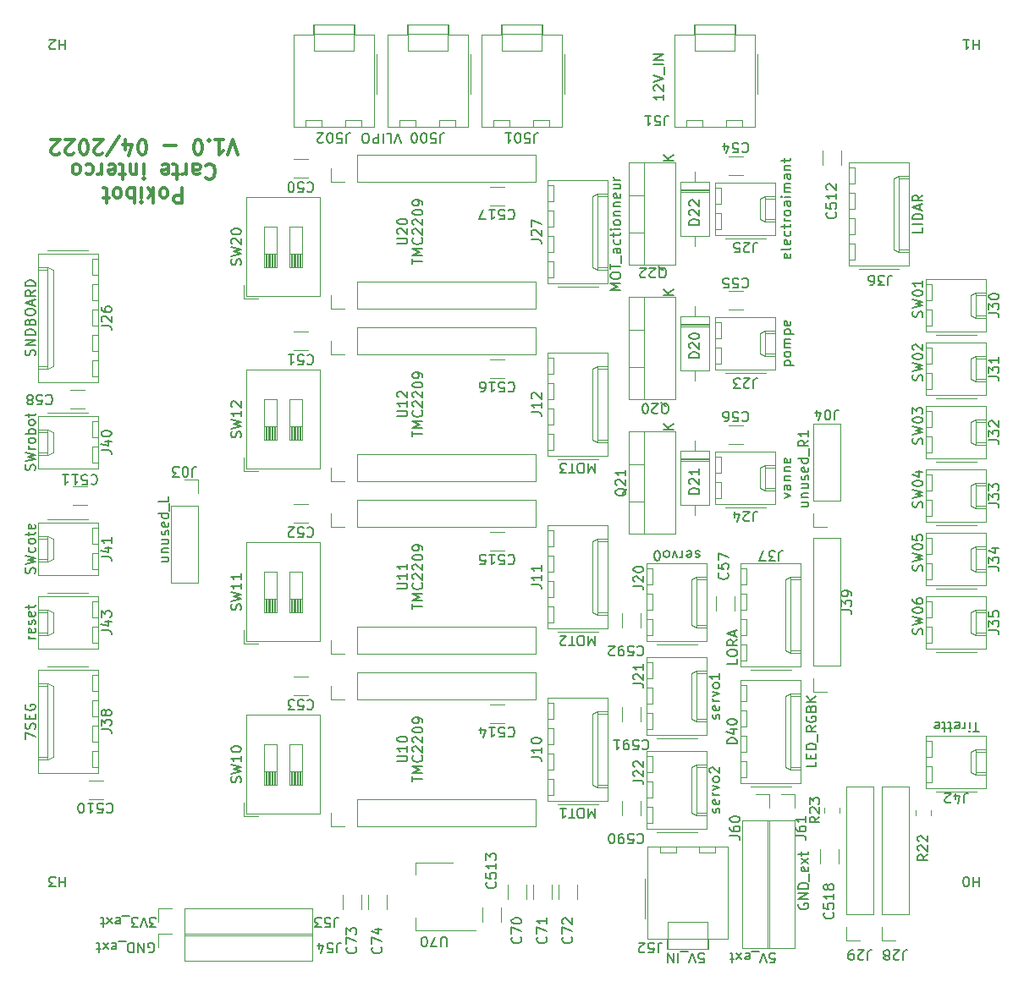
<source format=gbr>
%TF.GenerationSoftware,KiCad,Pcbnew,6.0.4-6f826c9f35~116~ubuntu21.10.1*%
%TF.CreationDate,2022-04-21T21:07:43+02:00*%
%TF.ProjectId,Interco_nucleo_4couches-rounded,496e7465-7263-46f5-9f6e-75636c656f5f,rev?*%
%TF.SameCoordinates,Original*%
%TF.FileFunction,Legend,Top*%
%TF.FilePolarity,Positive*%
%FSLAX46Y46*%
G04 Gerber Fmt 4.6, Leading zero omitted, Abs format (unit mm)*
G04 Created by KiCad (PCBNEW 6.0.4-6f826c9f35~116~ubuntu21.10.1) date 2022-04-21 21:07:43*
%MOMM*%
%LPD*%
G01*
G04 APERTURE LIST*
%ADD10C,0.300000*%
%ADD11C,0.150000*%
%ADD12C,0.120000*%
G04 APERTURE END LIST*
D10*
X50303428Y-55838428D02*
X50303428Y-57338428D01*
X49732000Y-57338428D01*
X49589142Y-57267000D01*
X49517714Y-57195571D01*
X49446285Y-57052714D01*
X49446285Y-56838428D01*
X49517714Y-56695571D01*
X49589142Y-56624142D01*
X49732000Y-56552714D01*
X50303428Y-56552714D01*
X48589142Y-55838428D02*
X48732000Y-55909857D01*
X48803428Y-55981285D01*
X48874857Y-56124142D01*
X48874857Y-56552714D01*
X48803428Y-56695571D01*
X48732000Y-56767000D01*
X48589142Y-56838428D01*
X48374857Y-56838428D01*
X48232000Y-56767000D01*
X48160571Y-56695571D01*
X48089142Y-56552714D01*
X48089142Y-56124142D01*
X48160571Y-55981285D01*
X48232000Y-55909857D01*
X48374857Y-55838428D01*
X48589142Y-55838428D01*
X47446285Y-55838428D02*
X47446285Y-57338428D01*
X47303428Y-56409857D02*
X46874857Y-55838428D01*
X46874857Y-56838428D02*
X47446285Y-56267000D01*
X46232000Y-55838428D02*
X46232000Y-56838428D01*
X46232000Y-57338428D02*
X46303428Y-57267000D01*
X46232000Y-57195571D01*
X46160571Y-57267000D01*
X46232000Y-57338428D01*
X46232000Y-57195571D01*
X45517714Y-55838428D02*
X45517714Y-57338428D01*
X45517714Y-56767000D02*
X45374857Y-56838428D01*
X45089142Y-56838428D01*
X44946285Y-56767000D01*
X44874857Y-56695571D01*
X44803428Y-56552714D01*
X44803428Y-56124142D01*
X44874857Y-55981285D01*
X44946285Y-55909857D01*
X45089142Y-55838428D01*
X45374857Y-55838428D01*
X45517714Y-55909857D01*
X43946285Y-55838428D02*
X44089142Y-55909857D01*
X44160571Y-55981285D01*
X44232000Y-56124142D01*
X44232000Y-56552714D01*
X44160571Y-56695571D01*
X44089142Y-56767000D01*
X43946285Y-56838428D01*
X43732000Y-56838428D01*
X43589142Y-56767000D01*
X43517714Y-56695571D01*
X43446285Y-56552714D01*
X43446285Y-56124142D01*
X43517714Y-55981285D01*
X43589142Y-55909857D01*
X43732000Y-55838428D01*
X43946285Y-55838428D01*
X43017714Y-56838428D02*
X42446285Y-56838428D01*
X42803428Y-57338428D02*
X42803428Y-56052714D01*
X42732000Y-55909857D01*
X42589142Y-55838428D01*
X42446285Y-55838428D01*
X52696285Y-53566285D02*
X52767714Y-53494857D01*
X52982000Y-53423428D01*
X53124857Y-53423428D01*
X53339142Y-53494857D01*
X53482000Y-53637714D01*
X53553428Y-53780571D01*
X53624857Y-54066285D01*
X53624857Y-54280571D01*
X53553428Y-54566285D01*
X53482000Y-54709142D01*
X53339142Y-54852000D01*
X53124857Y-54923428D01*
X52982000Y-54923428D01*
X52767714Y-54852000D01*
X52696285Y-54780571D01*
X51410571Y-53423428D02*
X51410571Y-54209142D01*
X51482000Y-54352000D01*
X51624857Y-54423428D01*
X51910571Y-54423428D01*
X52053428Y-54352000D01*
X51410571Y-53494857D02*
X51553428Y-53423428D01*
X51910571Y-53423428D01*
X52053428Y-53494857D01*
X52124857Y-53637714D01*
X52124857Y-53780571D01*
X52053428Y-53923428D01*
X51910571Y-53994857D01*
X51553428Y-53994857D01*
X51410571Y-54066285D01*
X50696285Y-53423428D02*
X50696285Y-54423428D01*
X50696285Y-54137714D02*
X50624857Y-54280571D01*
X50553428Y-54352000D01*
X50410571Y-54423428D01*
X50267714Y-54423428D01*
X49982000Y-54423428D02*
X49410571Y-54423428D01*
X49767714Y-54923428D02*
X49767714Y-53637714D01*
X49696285Y-53494857D01*
X49553428Y-53423428D01*
X49410571Y-53423428D01*
X48339142Y-53494857D02*
X48482000Y-53423428D01*
X48767714Y-53423428D01*
X48910571Y-53494857D01*
X48982000Y-53637714D01*
X48982000Y-54209142D01*
X48910571Y-54352000D01*
X48767714Y-54423428D01*
X48482000Y-54423428D01*
X48339142Y-54352000D01*
X48267714Y-54209142D01*
X48267714Y-54066285D01*
X48982000Y-53923428D01*
X46482000Y-53423428D02*
X46482000Y-54423428D01*
X46482000Y-54923428D02*
X46553428Y-54852000D01*
X46482000Y-54780571D01*
X46410571Y-54852000D01*
X46482000Y-54923428D01*
X46482000Y-54780571D01*
X45767714Y-54423428D02*
X45767714Y-53423428D01*
X45767714Y-54280571D02*
X45696285Y-54352000D01*
X45553428Y-54423428D01*
X45339142Y-54423428D01*
X45196285Y-54352000D01*
X45124857Y-54209142D01*
X45124857Y-53423428D01*
X44624857Y-54423428D02*
X44053428Y-54423428D01*
X44410571Y-54923428D02*
X44410571Y-53637714D01*
X44339142Y-53494857D01*
X44196285Y-53423428D01*
X44053428Y-53423428D01*
X42982000Y-53494857D02*
X43124857Y-53423428D01*
X43410571Y-53423428D01*
X43553428Y-53494857D01*
X43624857Y-53637714D01*
X43624857Y-54209142D01*
X43553428Y-54352000D01*
X43410571Y-54423428D01*
X43124857Y-54423428D01*
X42982000Y-54352000D01*
X42910571Y-54209142D01*
X42910571Y-54066285D01*
X43624857Y-53923428D01*
X42267714Y-53423428D02*
X42267714Y-54423428D01*
X42267714Y-54137714D02*
X42196285Y-54280571D01*
X42124857Y-54352000D01*
X41982000Y-54423428D01*
X41839142Y-54423428D01*
X40696285Y-53494857D02*
X40839142Y-53423428D01*
X41124857Y-53423428D01*
X41267714Y-53494857D01*
X41339142Y-53566285D01*
X41410571Y-53709142D01*
X41410571Y-54137714D01*
X41339142Y-54280571D01*
X41267714Y-54352000D01*
X41124857Y-54423428D01*
X40839142Y-54423428D01*
X40696285Y-54352000D01*
X39839142Y-53423428D02*
X39982000Y-53494857D01*
X40053428Y-53566285D01*
X40124857Y-53709142D01*
X40124857Y-54137714D01*
X40053428Y-54280571D01*
X39982000Y-54352000D01*
X39839142Y-54423428D01*
X39624857Y-54423428D01*
X39482000Y-54352000D01*
X39410571Y-54280571D01*
X39339142Y-54137714D01*
X39339142Y-53709142D01*
X39410571Y-53566285D01*
X39482000Y-53494857D01*
X39624857Y-53423428D01*
X39839142Y-53423428D01*
X55910571Y-52508428D02*
X55410571Y-51008428D01*
X54910571Y-52508428D01*
X53624857Y-51008428D02*
X54482000Y-51008428D01*
X54053428Y-51008428D02*
X54053428Y-52508428D01*
X54196285Y-52294142D01*
X54339142Y-52151285D01*
X54482000Y-52079857D01*
X52982000Y-51151285D02*
X52910571Y-51079857D01*
X52982000Y-51008428D01*
X53053428Y-51079857D01*
X52982000Y-51151285D01*
X52982000Y-51008428D01*
X51982000Y-52508428D02*
X51839142Y-52508428D01*
X51696285Y-52437000D01*
X51624857Y-52365571D01*
X51553428Y-52222714D01*
X51482000Y-51937000D01*
X51482000Y-51579857D01*
X51553428Y-51294142D01*
X51624857Y-51151285D01*
X51696285Y-51079857D01*
X51839142Y-51008428D01*
X51982000Y-51008428D01*
X52124857Y-51079857D01*
X52196285Y-51151285D01*
X52267714Y-51294142D01*
X52339142Y-51579857D01*
X52339142Y-51937000D01*
X52267714Y-52222714D01*
X52196285Y-52365571D01*
X52124857Y-52437000D01*
X51982000Y-52508428D01*
X49696285Y-51579857D02*
X48553428Y-51579857D01*
X46410571Y-52508428D02*
X46267714Y-52508428D01*
X46124857Y-52437000D01*
X46053428Y-52365571D01*
X45982000Y-52222714D01*
X45910571Y-51937000D01*
X45910571Y-51579857D01*
X45982000Y-51294142D01*
X46053428Y-51151285D01*
X46124857Y-51079857D01*
X46267714Y-51008428D01*
X46410571Y-51008428D01*
X46553428Y-51079857D01*
X46624857Y-51151285D01*
X46696285Y-51294142D01*
X46767714Y-51579857D01*
X46767714Y-51937000D01*
X46696285Y-52222714D01*
X46624857Y-52365571D01*
X46553428Y-52437000D01*
X46410571Y-52508428D01*
X44624857Y-52008428D02*
X44624857Y-51008428D01*
X44982000Y-52579857D02*
X45339142Y-51508428D01*
X44410571Y-51508428D01*
X42767714Y-52579857D02*
X44053428Y-50651285D01*
X42339142Y-52365571D02*
X42267714Y-52437000D01*
X42124857Y-52508428D01*
X41767714Y-52508428D01*
X41624857Y-52437000D01*
X41553428Y-52365571D01*
X41482000Y-52222714D01*
X41482000Y-52079857D01*
X41553428Y-51865571D01*
X42410571Y-51008428D01*
X41482000Y-51008428D01*
X40553428Y-52508428D02*
X40410571Y-52508428D01*
X40267714Y-52437000D01*
X40196285Y-52365571D01*
X40124857Y-52222714D01*
X40053428Y-51937000D01*
X40053428Y-51579857D01*
X40124857Y-51294142D01*
X40196285Y-51151285D01*
X40267714Y-51079857D01*
X40410571Y-51008428D01*
X40553428Y-51008428D01*
X40696285Y-51079857D01*
X40767714Y-51151285D01*
X40839142Y-51294142D01*
X40910571Y-51579857D01*
X40910571Y-51937000D01*
X40839142Y-52222714D01*
X40767714Y-52365571D01*
X40696285Y-52437000D01*
X40553428Y-52508428D01*
X39482000Y-52365571D02*
X39410571Y-52437000D01*
X39267714Y-52508428D01*
X38910571Y-52508428D01*
X38767714Y-52437000D01*
X38696285Y-52365571D01*
X38624857Y-52222714D01*
X38624857Y-52079857D01*
X38696285Y-51865571D01*
X39553428Y-51008428D01*
X38624857Y-51008428D01*
X38053428Y-52365571D02*
X37982000Y-52437000D01*
X37839142Y-52508428D01*
X37482000Y-52508428D01*
X37339142Y-52437000D01*
X37267714Y-52365571D01*
X37196285Y-52222714D01*
X37196285Y-52079857D01*
X37267714Y-51865571D01*
X38124857Y-51008428D01*
X37196285Y-51008428D01*
D11*
%TO.C,C74*%
X70207142Y-131833857D02*
X70254761Y-131881476D01*
X70302380Y-132024333D01*
X70302380Y-132119571D01*
X70254761Y-132262428D01*
X70159523Y-132357666D01*
X70064285Y-132405285D01*
X69873809Y-132452904D01*
X69730952Y-132452904D01*
X69540476Y-132405285D01*
X69445238Y-132357666D01*
X69350000Y-132262428D01*
X69302380Y-132119571D01*
X69302380Y-132024333D01*
X69350000Y-131881476D01*
X69397619Y-131833857D01*
X69302380Y-131500523D02*
X69302380Y-130833857D01*
X70302380Y-131262428D01*
X69635714Y-130024333D02*
X70302380Y-130024333D01*
X69254761Y-130262428D02*
X69969047Y-130500523D01*
X69969047Y-129881476D01*
%TO.C,J28*%
X122475523Y-133111619D02*
X122475523Y-132397333D01*
X122523142Y-132254476D01*
X122618380Y-132159238D01*
X122761238Y-132111619D01*
X122856476Y-132111619D01*
X122046952Y-133016380D02*
X121999333Y-133064000D01*
X121904095Y-133111619D01*
X121666000Y-133111619D01*
X121570761Y-133064000D01*
X121523142Y-133016380D01*
X121475523Y-132921142D01*
X121475523Y-132825904D01*
X121523142Y-132683047D01*
X122094571Y-132111619D01*
X121475523Y-132111619D01*
X120904095Y-132683047D02*
X120999333Y-132730666D01*
X121046952Y-132778285D01*
X121094571Y-132873523D01*
X121094571Y-132921142D01*
X121046952Y-133016380D01*
X120999333Y-133064000D01*
X120904095Y-133111619D01*
X120713619Y-133111619D01*
X120618380Y-133064000D01*
X120570761Y-133016380D01*
X120523142Y-132921142D01*
X120523142Y-132873523D01*
X120570761Y-132778285D01*
X120618380Y-132730666D01*
X120713619Y-132683047D01*
X120904095Y-132683047D01*
X120999333Y-132635428D01*
X121046952Y-132587809D01*
X121094571Y-132492571D01*
X121094571Y-132302095D01*
X121046952Y-132206857D01*
X120999333Y-132159238D01*
X120904095Y-132111619D01*
X120713619Y-132111619D01*
X120618380Y-132159238D01*
X120570761Y-132206857D01*
X120523142Y-132302095D01*
X120523142Y-132492571D01*
X120570761Y-132587809D01*
X120618380Y-132635428D01*
X120713619Y-132683047D01*
%TO.C,U12*%
X71842380Y-78708095D02*
X72651904Y-78708095D01*
X72747142Y-78660476D01*
X72794761Y-78612857D01*
X72842380Y-78517619D01*
X72842380Y-78327142D01*
X72794761Y-78231904D01*
X72747142Y-78184285D01*
X72651904Y-78136666D01*
X71842380Y-78136666D01*
X72842380Y-77136666D02*
X72842380Y-77708095D01*
X72842380Y-77422380D02*
X71842380Y-77422380D01*
X71985238Y-77517619D01*
X72080476Y-77612857D01*
X72128095Y-77708095D01*
X71937619Y-76755714D02*
X71890000Y-76708095D01*
X71842380Y-76612857D01*
X71842380Y-76374761D01*
X71890000Y-76279523D01*
X71937619Y-76231904D01*
X72032857Y-76184285D01*
X72128095Y-76184285D01*
X72270952Y-76231904D01*
X72842380Y-76803333D01*
X72842380Y-76184285D01*
X73366380Y-80731904D02*
X73366380Y-80160476D01*
X74366380Y-80446190D02*
X73366380Y-80446190D01*
X74366380Y-79827142D02*
X73366380Y-79827142D01*
X74080666Y-79493809D01*
X73366380Y-79160476D01*
X74366380Y-79160476D01*
X74271142Y-78112857D02*
X74318761Y-78160476D01*
X74366380Y-78303333D01*
X74366380Y-78398571D01*
X74318761Y-78541428D01*
X74223523Y-78636666D01*
X74128285Y-78684285D01*
X73937809Y-78731904D01*
X73794952Y-78731904D01*
X73604476Y-78684285D01*
X73509238Y-78636666D01*
X73414000Y-78541428D01*
X73366380Y-78398571D01*
X73366380Y-78303333D01*
X73414000Y-78160476D01*
X73461619Y-78112857D01*
X73461619Y-77731904D02*
X73414000Y-77684285D01*
X73366380Y-77589047D01*
X73366380Y-77350952D01*
X73414000Y-77255714D01*
X73461619Y-77208095D01*
X73556857Y-77160476D01*
X73652095Y-77160476D01*
X73794952Y-77208095D01*
X74366380Y-77779523D01*
X74366380Y-77160476D01*
X73461619Y-76779523D02*
X73414000Y-76731904D01*
X73366380Y-76636666D01*
X73366380Y-76398571D01*
X73414000Y-76303333D01*
X73461619Y-76255714D01*
X73556857Y-76208095D01*
X73652095Y-76208095D01*
X73794952Y-76255714D01*
X74366380Y-76827142D01*
X74366380Y-76208095D01*
X73366380Y-75589047D02*
X73366380Y-75493809D01*
X73414000Y-75398571D01*
X73461619Y-75350952D01*
X73556857Y-75303333D01*
X73747333Y-75255714D01*
X73985428Y-75255714D01*
X74175904Y-75303333D01*
X74271142Y-75350952D01*
X74318761Y-75398571D01*
X74366380Y-75493809D01*
X74366380Y-75589047D01*
X74318761Y-75684285D01*
X74271142Y-75731904D01*
X74175904Y-75779523D01*
X73985428Y-75827142D01*
X73747333Y-75827142D01*
X73556857Y-75779523D01*
X73461619Y-75731904D01*
X73414000Y-75684285D01*
X73366380Y-75589047D01*
X74366380Y-74779523D02*
X74366380Y-74589047D01*
X74318761Y-74493809D01*
X74271142Y-74446190D01*
X74128285Y-74350952D01*
X73937809Y-74303333D01*
X73556857Y-74303333D01*
X73461619Y-74350952D01*
X73414000Y-74398571D01*
X73366380Y-74493809D01*
X73366380Y-74684285D01*
X73414000Y-74779523D01*
X73461619Y-74827142D01*
X73556857Y-74874761D01*
X73794952Y-74874761D01*
X73890190Y-74827142D01*
X73937809Y-74779523D01*
X73985428Y-74684285D01*
X73985428Y-74493809D01*
X73937809Y-74398571D01*
X73890190Y-74350952D01*
X73794952Y-74303333D01*
%TO.C,C515*%
X82945547Y-92606857D02*
X82993166Y-92559238D01*
X83136023Y-92511619D01*
X83231261Y-92511619D01*
X83374119Y-92559238D01*
X83469357Y-92654476D01*
X83516976Y-92749714D01*
X83564595Y-92940190D01*
X83564595Y-93083047D01*
X83516976Y-93273523D01*
X83469357Y-93368761D01*
X83374119Y-93464000D01*
X83231261Y-93511619D01*
X83136023Y-93511619D01*
X82993166Y-93464000D01*
X82945547Y-93416380D01*
X82040785Y-93511619D02*
X82516976Y-93511619D01*
X82564595Y-93035428D01*
X82516976Y-93083047D01*
X82421738Y-93130666D01*
X82183642Y-93130666D01*
X82088404Y-93083047D01*
X82040785Y-93035428D01*
X81993166Y-92940190D01*
X81993166Y-92702095D01*
X82040785Y-92606857D01*
X82088404Y-92559238D01*
X82183642Y-92511619D01*
X82421738Y-92511619D01*
X82516976Y-92559238D01*
X82564595Y-92606857D01*
X81040785Y-92511619D02*
X81612214Y-92511619D01*
X81326500Y-92511619D02*
X81326500Y-93511619D01*
X81421738Y-93368761D01*
X81516976Y-93273523D01*
X81612214Y-93225904D01*
X80136023Y-93511619D02*
X80612214Y-93511619D01*
X80659833Y-93035428D01*
X80612214Y-93083047D01*
X80516976Y-93130666D01*
X80278880Y-93130666D01*
X80183642Y-93083047D01*
X80136023Y-93035428D01*
X80088404Y-92940190D01*
X80088404Y-92702095D01*
X80136023Y-92606857D01*
X80183642Y-92559238D01*
X80278880Y-92511619D01*
X80516976Y-92511619D01*
X80612214Y-92559238D01*
X80659833Y-92606857D01*
%TO.C,C52*%
X62834357Y-89884857D02*
X62881976Y-89837238D01*
X63024833Y-89789619D01*
X63120071Y-89789619D01*
X63262928Y-89837238D01*
X63358166Y-89932476D01*
X63405785Y-90027714D01*
X63453404Y-90218190D01*
X63453404Y-90361047D01*
X63405785Y-90551523D01*
X63358166Y-90646761D01*
X63262928Y-90742000D01*
X63120071Y-90789619D01*
X63024833Y-90789619D01*
X62881976Y-90742000D01*
X62834357Y-90694380D01*
X61929595Y-90789619D02*
X62405785Y-90789619D01*
X62453404Y-90313428D01*
X62405785Y-90361047D01*
X62310547Y-90408666D01*
X62072452Y-90408666D01*
X61977214Y-90361047D01*
X61929595Y-90313428D01*
X61881976Y-90218190D01*
X61881976Y-89980095D01*
X61929595Y-89884857D01*
X61977214Y-89837238D01*
X62072452Y-89789619D01*
X62310547Y-89789619D01*
X62405785Y-89837238D01*
X62453404Y-89884857D01*
X61501023Y-90694380D02*
X61453404Y-90742000D01*
X61358166Y-90789619D01*
X61120071Y-90789619D01*
X61024833Y-90742000D01*
X60977214Y-90694380D01*
X60929595Y-90599142D01*
X60929595Y-90503904D01*
X60977214Y-90361047D01*
X61548642Y-89789619D01*
X60929595Y-89789619D01*
%TO.C,J34*%
X131024380Y-93773523D02*
X131738666Y-93773523D01*
X131881523Y-93821142D01*
X131976761Y-93916380D01*
X132024380Y-94059238D01*
X132024380Y-94154476D01*
X131024380Y-93392571D02*
X131024380Y-92773523D01*
X131405333Y-93106857D01*
X131405333Y-92964000D01*
X131452952Y-92868761D01*
X131500571Y-92821142D01*
X131595809Y-92773523D01*
X131833904Y-92773523D01*
X131929142Y-92821142D01*
X131976761Y-92868761D01*
X132024380Y-92964000D01*
X132024380Y-93249714D01*
X131976761Y-93344952D01*
X131929142Y-93392571D01*
X131357714Y-91916380D02*
X132024380Y-91916380D01*
X130976761Y-92154476D02*
X131691047Y-92392571D01*
X131691047Y-91773523D01*
X124356761Y-94138523D02*
X124404380Y-93995666D01*
X124404380Y-93757571D01*
X124356761Y-93662333D01*
X124309142Y-93614714D01*
X124213904Y-93567095D01*
X124118666Y-93567095D01*
X124023428Y-93614714D01*
X123975809Y-93662333D01*
X123928190Y-93757571D01*
X123880571Y-93948047D01*
X123832952Y-94043285D01*
X123785333Y-94090904D01*
X123690095Y-94138523D01*
X123594857Y-94138523D01*
X123499619Y-94090904D01*
X123452000Y-94043285D01*
X123404380Y-93948047D01*
X123404380Y-93709952D01*
X123452000Y-93567095D01*
X123404380Y-93233761D02*
X124404380Y-92995666D01*
X123690095Y-92805190D01*
X124404380Y-92614714D01*
X123404380Y-92376619D01*
X123404380Y-91805190D02*
X123404380Y-91709952D01*
X123452000Y-91614714D01*
X123499619Y-91567095D01*
X123594857Y-91519476D01*
X123785333Y-91471857D01*
X124023428Y-91471857D01*
X124213904Y-91519476D01*
X124309142Y-91567095D01*
X124356761Y-91614714D01*
X124404380Y-91709952D01*
X124404380Y-91805190D01*
X124356761Y-91900428D01*
X124309142Y-91948047D01*
X124213904Y-91995666D01*
X124023428Y-92043285D01*
X123785333Y-92043285D01*
X123594857Y-91995666D01*
X123499619Y-91948047D01*
X123452000Y-91900428D01*
X123404380Y-91805190D01*
X123404380Y-90567095D02*
X123404380Y-91043285D01*
X123880571Y-91090904D01*
X123832952Y-91043285D01*
X123785333Y-90948047D01*
X123785333Y-90709952D01*
X123832952Y-90614714D01*
X123880571Y-90567095D01*
X123975809Y-90519476D01*
X124213904Y-90519476D01*
X124309142Y-90567095D01*
X124356761Y-90614714D01*
X124404380Y-90709952D01*
X124404380Y-90948047D01*
X124356761Y-91043285D01*
X124309142Y-91090904D01*
%TO.C,J41*%
X42231380Y-92757523D02*
X42945666Y-92757523D01*
X43088523Y-92805142D01*
X43183761Y-92900380D01*
X43231380Y-93043238D01*
X43231380Y-93138476D01*
X42564714Y-91852761D02*
X43231380Y-91852761D01*
X42183761Y-92090857D02*
X42898047Y-92328952D01*
X42898047Y-91709904D01*
X43231380Y-90805142D02*
X43231380Y-91376571D01*
X43231380Y-91090857D02*
X42231380Y-91090857D01*
X42374238Y-91186095D01*
X42469476Y-91281333D01*
X42517095Y-91376571D01*
X35563761Y-94397880D02*
X35611380Y-94255023D01*
X35611380Y-94016928D01*
X35563761Y-93921690D01*
X35516142Y-93874071D01*
X35420904Y-93826452D01*
X35325666Y-93826452D01*
X35230428Y-93874071D01*
X35182809Y-93921690D01*
X35135190Y-94016928D01*
X35087571Y-94207404D01*
X35039952Y-94302642D01*
X34992333Y-94350261D01*
X34897095Y-94397880D01*
X34801857Y-94397880D01*
X34706619Y-94350261D01*
X34659000Y-94302642D01*
X34611380Y-94207404D01*
X34611380Y-93969309D01*
X34659000Y-93826452D01*
X34611380Y-93493119D02*
X35611380Y-93255023D01*
X34897095Y-93064547D01*
X35611380Y-92874071D01*
X34611380Y-92635976D01*
X35563761Y-91826452D02*
X35611380Y-91921690D01*
X35611380Y-92112166D01*
X35563761Y-92207404D01*
X35516142Y-92255023D01*
X35420904Y-92302642D01*
X35135190Y-92302642D01*
X35039952Y-92255023D01*
X34992333Y-92207404D01*
X34944714Y-92112166D01*
X34944714Y-91921690D01*
X34992333Y-91826452D01*
X35611380Y-91255023D02*
X35563761Y-91350261D01*
X35516142Y-91397880D01*
X35420904Y-91445500D01*
X35135190Y-91445500D01*
X35039952Y-91397880D01*
X34992333Y-91350261D01*
X34944714Y-91255023D01*
X34944714Y-91112166D01*
X34992333Y-91016928D01*
X35039952Y-90969309D01*
X35135190Y-90921690D01*
X35420904Y-90921690D01*
X35516142Y-90969309D01*
X35563761Y-91016928D01*
X35611380Y-91112166D01*
X35611380Y-91255023D01*
X34944714Y-90635976D02*
X34944714Y-90255023D01*
X34611380Y-90493119D02*
X35468523Y-90493119D01*
X35563761Y-90445500D01*
X35611380Y-90350261D01*
X35611380Y-90255023D01*
X35563761Y-89540738D02*
X35611380Y-89635976D01*
X35611380Y-89826452D01*
X35563761Y-89921690D01*
X35468523Y-89969309D01*
X35087571Y-89969309D01*
X34992333Y-89921690D01*
X34944714Y-89826452D01*
X34944714Y-89635976D01*
X34992333Y-89540738D01*
X35087571Y-89493119D01*
X35182809Y-89493119D01*
X35278047Y-89969309D01*
%TO.C,J52*%
X97941523Y-132373619D02*
X97941523Y-131659333D01*
X97989142Y-131516476D01*
X98084380Y-131421238D01*
X98227238Y-131373619D01*
X98322476Y-131373619D01*
X96989142Y-132373619D02*
X97465333Y-132373619D01*
X97512952Y-131897428D01*
X97465333Y-131945047D01*
X97370095Y-131992666D01*
X97132000Y-131992666D01*
X97036761Y-131945047D01*
X96989142Y-131897428D01*
X96941523Y-131802190D01*
X96941523Y-131564095D01*
X96989142Y-131468857D01*
X97036761Y-131421238D01*
X97132000Y-131373619D01*
X97370095Y-131373619D01*
X97465333Y-131421238D01*
X97512952Y-131468857D01*
X96560571Y-132278380D02*
X96512952Y-132326000D01*
X96417714Y-132373619D01*
X96179619Y-132373619D01*
X96084380Y-132326000D01*
X96036761Y-132278380D01*
X95989142Y-132183142D01*
X95989142Y-132087904D01*
X96036761Y-131945047D01*
X96608190Y-131373619D01*
X95989142Y-131373619D01*
X102021333Y-133389619D02*
X102497523Y-133389619D01*
X102545142Y-132913428D01*
X102497523Y-132961047D01*
X102402285Y-133008666D01*
X102164190Y-133008666D01*
X102068952Y-132961047D01*
X102021333Y-132913428D01*
X101973714Y-132818190D01*
X101973714Y-132580095D01*
X102021333Y-132484857D01*
X102068952Y-132437238D01*
X102164190Y-132389619D01*
X102402285Y-132389619D01*
X102497523Y-132437238D01*
X102545142Y-132484857D01*
X101688000Y-133389619D02*
X101354666Y-132389619D01*
X101021333Y-133389619D01*
X100926095Y-132294380D02*
X100164190Y-132294380D01*
X99926095Y-132389619D02*
X99926095Y-133389619D01*
X99449904Y-132389619D02*
X99449904Y-133389619D01*
X98878476Y-132389619D01*
X98878476Y-133389619D01*
%TO.C,D22*%
X102052380Y-59507285D02*
X101052380Y-59507285D01*
X101052380Y-59269190D01*
X101100000Y-59126333D01*
X101195238Y-59031095D01*
X101290476Y-58983476D01*
X101480952Y-58935857D01*
X101623809Y-58935857D01*
X101814285Y-58983476D01*
X101909523Y-59031095D01*
X102004761Y-59126333D01*
X102052380Y-59269190D01*
X102052380Y-59507285D01*
X101147619Y-58554904D02*
X101100000Y-58507285D01*
X101052380Y-58412047D01*
X101052380Y-58173952D01*
X101100000Y-58078714D01*
X101147619Y-58031095D01*
X101242857Y-57983476D01*
X101338095Y-57983476D01*
X101480952Y-58031095D01*
X102052380Y-58602523D01*
X102052380Y-57983476D01*
X101147619Y-57602523D02*
X101100000Y-57554904D01*
X101052380Y-57459666D01*
X101052380Y-57221571D01*
X101100000Y-57126333D01*
X101147619Y-57078714D01*
X101242857Y-57031095D01*
X101338095Y-57031095D01*
X101480952Y-57078714D01*
X102052380Y-57650142D01*
X102052380Y-57031095D01*
X99512380Y-53093904D02*
X98512380Y-53093904D01*
X99512380Y-52522476D02*
X98940952Y-52951047D01*
X98512380Y-52522476D02*
X99083809Y-53093904D01*
%TO.C,J12*%
X85248380Y-78279523D02*
X85962666Y-78279523D01*
X86105523Y-78327142D01*
X86200761Y-78422380D01*
X86248380Y-78565238D01*
X86248380Y-78660476D01*
X86248380Y-77279523D02*
X86248380Y-77850952D01*
X86248380Y-77565238D02*
X85248380Y-77565238D01*
X85391238Y-77660476D01*
X85486476Y-77755714D01*
X85534095Y-77850952D01*
X85343619Y-76898571D02*
X85296000Y-76850952D01*
X85248380Y-76755714D01*
X85248380Y-76517619D01*
X85296000Y-76422380D01*
X85343619Y-76374761D01*
X85438857Y-76327142D01*
X85534095Y-76327142D01*
X85676952Y-76374761D01*
X86248380Y-76946190D01*
X86248380Y-76327142D01*
X91630285Y-83367619D02*
X91630285Y-84367619D01*
X91296952Y-83653333D01*
X90963619Y-84367619D01*
X90963619Y-83367619D01*
X90296952Y-84367619D02*
X90106476Y-84367619D01*
X90011238Y-84320000D01*
X89916000Y-84224761D01*
X89868380Y-84034285D01*
X89868380Y-83700952D01*
X89916000Y-83510476D01*
X90011238Y-83415238D01*
X90106476Y-83367619D01*
X90296952Y-83367619D01*
X90392190Y-83415238D01*
X90487428Y-83510476D01*
X90535047Y-83700952D01*
X90535047Y-84034285D01*
X90487428Y-84224761D01*
X90392190Y-84320000D01*
X90296952Y-84367619D01*
X89582666Y-84367619D02*
X89011238Y-84367619D01*
X89296952Y-83367619D02*
X89296952Y-84367619D01*
X88773142Y-84367619D02*
X88154095Y-84367619D01*
X88487428Y-83986666D01*
X88344571Y-83986666D01*
X88249333Y-83939047D01*
X88201714Y-83891428D01*
X88154095Y-83796190D01*
X88154095Y-83558095D01*
X88201714Y-83462857D01*
X88249333Y-83415238D01*
X88344571Y-83367619D01*
X88630285Y-83367619D01*
X88725523Y-83415238D01*
X88773142Y-83462857D01*
%TO.C,SW20*%
X56166761Y-63531523D02*
X56214380Y-63388666D01*
X56214380Y-63150571D01*
X56166761Y-63055333D01*
X56119142Y-63007714D01*
X56023904Y-62960095D01*
X55928666Y-62960095D01*
X55833428Y-63007714D01*
X55785809Y-63055333D01*
X55738190Y-63150571D01*
X55690571Y-63341047D01*
X55642952Y-63436285D01*
X55595333Y-63483904D01*
X55500095Y-63531523D01*
X55404857Y-63531523D01*
X55309619Y-63483904D01*
X55262000Y-63436285D01*
X55214380Y-63341047D01*
X55214380Y-63102952D01*
X55262000Y-62960095D01*
X55214380Y-62626761D02*
X56214380Y-62388666D01*
X55500095Y-62198190D01*
X56214380Y-62007714D01*
X55214380Y-61769619D01*
X55309619Y-61436285D02*
X55262000Y-61388666D01*
X55214380Y-61293428D01*
X55214380Y-61055333D01*
X55262000Y-60960095D01*
X55309619Y-60912476D01*
X55404857Y-60864857D01*
X55500095Y-60864857D01*
X55642952Y-60912476D01*
X56214380Y-61483904D01*
X56214380Y-60864857D01*
X55214380Y-60245809D02*
X55214380Y-60150571D01*
X55262000Y-60055333D01*
X55309619Y-60007714D01*
X55404857Y-59960095D01*
X55595333Y-59912476D01*
X55833428Y-59912476D01*
X56023904Y-59960095D01*
X56119142Y-60007714D01*
X56166761Y-60055333D01*
X56214380Y-60150571D01*
X56214380Y-60245809D01*
X56166761Y-60341047D01*
X56119142Y-60388666D01*
X56023904Y-60436285D01*
X55833428Y-60483904D01*
X55595333Y-60483904D01*
X55404857Y-60436285D01*
X55309619Y-60388666D01*
X55262000Y-60341047D01*
X55214380Y-60245809D01*
%TO.C,D20*%
X102052380Y-72842285D02*
X101052380Y-72842285D01*
X101052380Y-72604190D01*
X101100000Y-72461333D01*
X101195238Y-72366095D01*
X101290476Y-72318476D01*
X101480952Y-72270857D01*
X101623809Y-72270857D01*
X101814285Y-72318476D01*
X101909523Y-72366095D01*
X102004761Y-72461333D01*
X102052380Y-72604190D01*
X102052380Y-72842285D01*
X101147619Y-71889904D02*
X101100000Y-71842285D01*
X101052380Y-71747047D01*
X101052380Y-71508952D01*
X101100000Y-71413714D01*
X101147619Y-71366095D01*
X101242857Y-71318476D01*
X101338095Y-71318476D01*
X101480952Y-71366095D01*
X102052380Y-71937523D01*
X102052380Y-71318476D01*
X101052380Y-70699428D02*
X101052380Y-70604190D01*
X101100000Y-70508952D01*
X101147619Y-70461333D01*
X101242857Y-70413714D01*
X101433333Y-70366095D01*
X101671428Y-70366095D01*
X101861904Y-70413714D01*
X101957142Y-70461333D01*
X102004761Y-70508952D01*
X102052380Y-70604190D01*
X102052380Y-70699428D01*
X102004761Y-70794666D01*
X101957142Y-70842285D01*
X101861904Y-70889904D01*
X101671428Y-70937523D01*
X101433333Y-70937523D01*
X101242857Y-70889904D01*
X101147619Y-70842285D01*
X101100000Y-70794666D01*
X101052380Y-70699428D01*
X99512380Y-66555904D02*
X98512380Y-66555904D01*
X99512380Y-65984476D02*
X98940952Y-66413047D01*
X98512380Y-65984476D02*
X99083809Y-66555904D01*
%TO.C,C513*%
X81637142Y-125325047D02*
X81684761Y-125372666D01*
X81732380Y-125515523D01*
X81732380Y-125610761D01*
X81684761Y-125753619D01*
X81589523Y-125848857D01*
X81494285Y-125896476D01*
X81303809Y-125944095D01*
X81160952Y-125944095D01*
X80970476Y-125896476D01*
X80875238Y-125848857D01*
X80780000Y-125753619D01*
X80732380Y-125610761D01*
X80732380Y-125515523D01*
X80780000Y-125372666D01*
X80827619Y-125325047D01*
X80732380Y-124420285D02*
X80732380Y-124896476D01*
X81208571Y-124944095D01*
X81160952Y-124896476D01*
X81113333Y-124801238D01*
X81113333Y-124563142D01*
X81160952Y-124467904D01*
X81208571Y-124420285D01*
X81303809Y-124372666D01*
X81541904Y-124372666D01*
X81637142Y-124420285D01*
X81684761Y-124467904D01*
X81732380Y-124563142D01*
X81732380Y-124801238D01*
X81684761Y-124896476D01*
X81637142Y-124944095D01*
X81732380Y-123420285D02*
X81732380Y-123991714D01*
X81732380Y-123706000D02*
X80732380Y-123706000D01*
X80875238Y-123801238D01*
X80970476Y-123896476D01*
X81018095Y-123991714D01*
X80732380Y-123086952D02*
X80732380Y-122467904D01*
X81113333Y-122801238D01*
X81113333Y-122658380D01*
X81160952Y-122563142D01*
X81208571Y-122515523D01*
X81303809Y-122467904D01*
X81541904Y-122467904D01*
X81637142Y-122515523D01*
X81684761Y-122563142D01*
X81732380Y-122658380D01*
X81732380Y-122944095D01*
X81684761Y-123039333D01*
X81637142Y-123086952D01*
%TO.C,J24*%
X107469523Y-89193619D02*
X107469523Y-88479333D01*
X107517142Y-88336476D01*
X107612380Y-88241238D01*
X107755238Y-88193619D01*
X107850476Y-88193619D01*
X107040952Y-89098380D02*
X106993333Y-89146000D01*
X106898095Y-89193619D01*
X106660000Y-89193619D01*
X106564761Y-89146000D01*
X106517142Y-89098380D01*
X106469523Y-89003142D01*
X106469523Y-88907904D01*
X106517142Y-88765047D01*
X107088571Y-88193619D01*
X106469523Y-88193619D01*
X105612380Y-88860285D02*
X105612380Y-88193619D01*
X105850476Y-89241238D02*
X106088571Y-88526952D01*
X105469523Y-88526952D01*
X110545714Y-86859809D02*
X111212380Y-86621714D01*
X110545714Y-86383619D01*
X111212380Y-85574095D02*
X110688571Y-85574095D01*
X110593333Y-85621714D01*
X110545714Y-85716952D01*
X110545714Y-85907428D01*
X110593333Y-86002666D01*
X111164761Y-85574095D02*
X111212380Y-85669333D01*
X111212380Y-85907428D01*
X111164761Y-86002666D01*
X111069523Y-86050285D01*
X110974285Y-86050285D01*
X110879047Y-86002666D01*
X110831428Y-85907428D01*
X110831428Y-85669333D01*
X110783809Y-85574095D01*
X110545714Y-85097904D02*
X111212380Y-85097904D01*
X110640952Y-85097904D02*
X110593333Y-85050285D01*
X110545714Y-84955047D01*
X110545714Y-84812190D01*
X110593333Y-84716952D01*
X110688571Y-84669333D01*
X111212380Y-84669333D01*
X110545714Y-84193142D02*
X111212380Y-84193142D01*
X110640952Y-84193142D02*
X110593333Y-84145523D01*
X110545714Y-84050285D01*
X110545714Y-83907428D01*
X110593333Y-83812190D01*
X110688571Y-83764571D01*
X111212380Y-83764571D01*
X111164761Y-82907428D02*
X111212380Y-83002666D01*
X111212380Y-83193142D01*
X111164761Y-83288380D01*
X111069523Y-83336000D01*
X110688571Y-83336000D01*
X110593333Y-83288380D01*
X110545714Y-83193142D01*
X110545714Y-83002666D01*
X110593333Y-82907428D01*
X110688571Y-82859809D01*
X110783809Y-82859809D01*
X110879047Y-83336000D01*
%TO.C,H2*%
X38607904Y-40949619D02*
X38607904Y-41949619D01*
X38607904Y-41473428D02*
X38036476Y-41473428D01*
X38036476Y-40949619D02*
X38036476Y-41949619D01*
X37607904Y-41854380D02*
X37560285Y-41902000D01*
X37465047Y-41949619D01*
X37226952Y-41949619D01*
X37131714Y-41902000D01*
X37084095Y-41854380D01*
X37036476Y-41759142D01*
X37036476Y-41663904D01*
X37084095Y-41521047D01*
X37655523Y-40949619D01*
X37036476Y-40949619D01*
%TO.C,C53*%
X62834357Y-107156857D02*
X62881976Y-107109238D01*
X63024833Y-107061619D01*
X63120071Y-107061619D01*
X63262928Y-107109238D01*
X63358166Y-107204476D01*
X63405785Y-107299714D01*
X63453404Y-107490190D01*
X63453404Y-107633047D01*
X63405785Y-107823523D01*
X63358166Y-107918761D01*
X63262928Y-108014000D01*
X63120071Y-108061619D01*
X63024833Y-108061619D01*
X62881976Y-108014000D01*
X62834357Y-107966380D01*
X61929595Y-108061619D02*
X62405785Y-108061619D01*
X62453404Y-107585428D01*
X62405785Y-107633047D01*
X62310547Y-107680666D01*
X62072452Y-107680666D01*
X61977214Y-107633047D01*
X61929595Y-107585428D01*
X61881976Y-107490190D01*
X61881976Y-107252095D01*
X61929595Y-107156857D01*
X61977214Y-107109238D01*
X62072452Y-107061619D01*
X62310547Y-107061619D01*
X62405785Y-107109238D01*
X62453404Y-107156857D01*
X61548642Y-108061619D02*
X60929595Y-108061619D01*
X61262928Y-107680666D01*
X61120071Y-107680666D01*
X61024833Y-107633047D01*
X60977214Y-107585428D01*
X60929595Y-107490190D01*
X60929595Y-107252095D01*
X60977214Y-107156857D01*
X61024833Y-107109238D01*
X61120071Y-107061619D01*
X61405785Y-107061619D01*
X61501023Y-107109238D01*
X61548642Y-107156857D01*
%TO.C,J43*%
X42231380Y-100123523D02*
X42945666Y-100123523D01*
X43088523Y-100171142D01*
X43183761Y-100266380D01*
X43231380Y-100409238D01*
X43231380Y-100504476D01*
X42564714Y-99218761D02*
X43231380Y-99218761D01*
X42183761Y-99456857D02*
X42898047Y-99694952D01*
X42898047Y-99075904D01*
X42231380Y-98790190D02*
X42231380Y-98171142D01*
X42612333Y-98504476D01*
X42612333Y-98361619D01*
X42659952Y-98266380D01*
X42707571Y-98218761D01*
X42802809Y-98171142D01*
X43040904Y-98171142D01*
X43136142Y-98218761D01*
X43183761Y-98266380D01*
X43231380Y-98361619D01*
X43231380Y-98647333D01*
X43183761Y-98742571D01*
X43136142Y-98790190D01*
X35611380Y-100933047D02*
X34944714Y-100933047D01*
X35135190Y-100933047D02*
X35039952Y-100885428D01*
X34992333Y-100837809D01*
X34944714Y-100742571D01*
X34944714Y-100647333D01*
X35563761Y-99933047D02*
X35611380Y-100028285D01*
X35611380Y-100218761D01*
X35563761Y-100314000D01*
X35468523Y-100361619D01*
X35087571Y-100361619D01*
X34992333Y-100314000D01*
X34944714Y-100218761D01*
X34944714Y-100028285D01*
X34992333Y-99933047D01*
X35087571Y-99885428D01*
X35182809Y-99885428D01*
X35278047Y-100361619D01*
X35563761Y-99504476D02*
X35611380Y-99409238D01*
X35611380Y-99218761D01*
X35563761Y-99123523D01*
X35468523Y-99075904D01*
X35420904Y-99075904D01*
X35325666Y-99123523D01*
X35278047Y-99218761D01*
X35278047Y-99361619D01*
X35230428Y-99456857D01*
X35135190Y-99504476D01*
X35087571Y-99504476D01*
X34992333Y-99456857D01*
X34944714Y-99361619D01*
X34944714Y-99218761D01*
X34992333Y-99123523D01*
X35563761Y-98266380D02*
X35611380Y-98361619D01*
X35611380Y-98552095D01*
X35563761Y-98647333D01*
X35468523Y-98694952D01*
X35087571Y-98694952D01*
X34992333Y-98647333D01*
X34944714Y-98552095D01*
X34944714Y-98361619D01*
X34992333Y-98266380D01*
X35087571Y-98218761D01*
X35182809Y-98218761D01*
X35278047Y-98694952D01*
X34944714Y-97933047D02*
X34944714Y-97552095D01*
X34611380Y-97790190D02*
X35468523Y-97790190D01*
X35563761Y-97742571D01*
X35611380Y-97647333D01*
X35611380Y-97552095D01*
%TO.C,H0*%
X130047904Y-124769619D02*
X130047904Y-125769619D01*
X130047904Y-125293428D02*
X129476476Y-125293428D01*
X129476476Y-124769619D02*
X129476476Y-125769619D01*
X128809809Y-125769619D02*
X128714571Y-125769619D01*
X128619333Y-125722000D01*
X128571714Y-125674380D01*
X128524095Y-125579142D01*
X128476476Y-125388666D01*
X128476476Y-125150571D01*
X128524095Y-124960095D01*
X128571714Y-124864857D01*
X128619333Y-124817238D01*
X128714571Y-124769619D01*
X128809809Y-124769619D01*
X128905047Y-124817238D01*
X128952666Y-124864857D01*
X129000285Y-124960095D01*
X129047904Y-125150571D01*
X129047904Y-125388666D01*
X129000285Y-125579142D01*
X128952666Y-125674380D01*
X128905047Y-125722000D01*
X128809809Y-125769619D01*
%TO.C,J29*%
X118919523Y-133111619D02*
X118919523Y-132397333D01*
X118967142Y-132254476D01*
X119062380Y-132159238D01*
X119205238Y-132111619D01*
X119300476Y-132111619D01*
X118490952Y-133016380D02*
X118443333Y-133064000D01*
X118348095Y-133111619D01*
X118110000Y-133111619D01*
X118014761Y-133064000D01*
X117967142Y-133016380D01*
X117919523Y-132921142D01*
X117919523Y-132825904D01*
X117967142Y-132683047D01*
X118538571Y-132111619D01*
X117919523Y-132111619D01*
X117443333Y-132111619D02*
X117252857Y-132111619D01*
X117157619Y-132159238D01*
X117110000Y-132206857D01*
X117014761Y-132349714D01*
X116967142Y-132540190D01*
X116967142Y-132921142D01*
X117014761Y-133016380D01*
X117062380Y-133064000D01*
X117157619Y-133111619D01*
X117348095Y-133111619D01*
X117443333Y-133064000D01*
X117490952Y-133016380D01*
X117538571Y-132921142D01*
X117538571Y-132683047D01*
X117490952Y-132587809D01*
X117443333Y-132540190D01*
X117348095Y-132492571D01*
X117157619Y-132492571D01*
X117062380Y-132540190D01*
X117014761Y-132587809D01*
X116967142Y-132683047D01*
%TO.C,C56*%
X106345357Y-78310857D02*
X106392976Y-78263238D01*
X106535833Y-78215619D01*
X106631071Y-78215619D01*
X106773928Y-78263238D01*
X106869166Y-78358476D01*
X106916785Y-78453714D01*
X106964404Y-78644190D01*
X106964404Y-78787047D01*
X106916785Y-78977523D01*
X106869166Y-79072761D01*
X106773928Y-79168000D01*
X106631071Y-79215619D01*
X106535833Y-79215619D01*
X106392976Y-79168000D01*
X106345357Y-79120380D01*
X105440595Y-79215619D02*
X105916785Y-79215619D01*
X105964404Y-78739428D01*
X105916785Y-78787047D01*
X105821547Y-78834666D01*
X105583452Y-78834666D01*
X105488214Y-78787047D01*
X105440595Y-78739428D01*
X105392976Y-78644190D01*
X105392976Y-78406095D01*
X105440595Y-78310857D01*
X105488214Y-78263238D01*
X105583452Y-78215619D01*
X105821547Y-78215619D01*
X105916785Y-78263238D01*
X105964404Y-78310857D01*
X104535833Y-79215619D02*
X104726309Y-79215619D01*
X104821547Y-79168000D01*
X104869166Y-79120380D01*
X104964404Y-78977523D01*
X105012023Y-78787047D01*
X105012023Y-78406095D01*
X104964404Y-78310857D01*
X104916785Y-78263238D01*
X104821547Y-78215619D01*
X104631071Y-78215619D01*
X104535833Y-78263238D01*
X104488214Y-78310857D01*
X104440595Y-78406095D01*
X104440595Y-78644190D01*
X104488214Y-78739428D01*
X104535833Y-78787047D01*
X104631071Y-78834666D01*
X104821547Y-78834666D01*
X104916785Y-78787047D01*
X104964404Y-78739428D01*
X105012023Y-78644190D01*
%TO.C,U70*%
X76778095Y-131793619D02*
X76778095Y-130984095D01*
X76730476Y-130888857D01*
X76682857Y-130841238D01*
X76587619Y-130793619D01*
X76397142Y-130793619D01*
X76301904Y-130841238D01*
X76254285Y-130888857D01*
X76206666Y-130984095D01*
X76206666Y-131793619D01*
X75825714Y-131793619D02*
X75159047Y-131793619D01*
X75587619Y-130793619D01*
X74587619Y-131793619D02*
X74492380Y-131793619D01*
X74397142Y-131746000D01*
X74349523Y-131698380D01*
X74301904Y-131603142D01*
X74254285Y-131412666D01*
X74254285Y-131174571D01*
X74301904Y-130984095D01*
X74349523Y-130888857D01*
X74397142Y-130841238D01*
X74492380Y-130793619D01*
X74587619Y-130793619D01*
X74682857Y-130841238D01*
X74730476Y-130888857D01*
X74778095Y-130984095D01*
X74825714Y-131174571D01*
X74825714Y-131412666D01*
X74778095Y-131603142D01*
X74730476Y-131698380D01*
X74682857Y-131746000D01*
X74587619Y-131793619D01*
%TO.C,J500*%
X76163714Y-51307619D02*
X76163714Y-50593333D01*
X76211333Y-50450476D01*
X76306571Y-50355238D01*
X76449428Y-50307619D01*
X76544666Y-50307619D01*
X75211333Y-51307619D02*
X75687523Y-51307619D01*
X75735142Y-50831428D01*
X75687523Y-50879047D01*
X75592285Y-50926666D01*
X75354190Y-50926666D01*
X75258952Y-50879047D01*
X75211333Y-50831428D01*
X75163714Y-50736190D01*
X75163714Y-50498095D01*
X75211333Y-50402857D01*
X75258952Y-50355238D01*
X75354190Y-50307619D01*
X75592285Y-50307619D01*
X75687523Y-50355238D01*
X75735142Y-50402857D01*
X74544666Y-51307619D02*
X74449428Y-51307619D01*
X74354190Y-51260000D01*
X74306571Y-51212380D01*
X74258952Y-51117142D01*
X74211333Y-50926666D01*
X74211333Y-50688571D01*
X74258952Y-50498095D01*
X74306571Y-50402857D01*
X74354190Y-50355238D01*
X74449428Y-50307619D01*
X74544666Y-50307619D01*
X74639904Y-50355238D01*
X74687523Y-50402857D01*
X74735142Y-50498095D01*
X74782761Y-50688571D01*
X74782761Y-50926666D01*
X74735142Y-51117142D01*
X74687523Y-51212380D01*
X74639904Y-51260000D01*
X74544666Y-51307619D01*
X73592285Y-51307619D02*
X73497047Y-51307619D01*
X73401809Y-51260000D01*
X73354190Y-51212380D01*
X73306571Y-51117142D01*
X73258952Y-50926666D01*
X73258952Y-50688571D01*
X73306571Y-50498095D01*
X73354190Y-50402857D01*
X73401809Y-50355238D01*
X73497047Y-50307619D01*
X73592285Y-50307619D01*
X73687523Y-50355238D01*
X73735142Y-50402857D01*
X73782761Y-50498095D01*
X73830380Y-50688571D01*
X73830380Y-50926666D01*
X73782761Y-51117142D01*
X73735142Y-51212380D01*
X73687523Y-51260000D01*
X73592285Y-51307619D01*
%TO.C,Q21*%
X94781619Y-85915428D02*
X94734000Y-86010666D01*
X94638761Y-86105904D01*
X94495904Y-86248761D01*
X94448285Y-86344000D01*
X94448285Y-86439238D01*
X94686380Y-86391619D02*
X94638761Y-86486857D01*
X94543523Y-86582095D01*
X94353047Y-86629714D01*
X94019714Y-86629714D01*
X93829238Y-86582095D01*
X93734000Y-86486857D01*
X93686380Y-86391619D01*
X93686380Y-86201142D01*
X93734000Y-86105904D01*
X93829238Y-86010666D01*
X94019714Y-85963047D01*
X94353047Y-85963047D01*
X94543523Y-86010666D01*
X94638761Y-86105904D01*
X94686380Y-86201142D01*
X94686380Y-86391619D01*
X93781619Y-85582095D02*
X93734000Y-85534476D01*
X93686380Y-85439238D01*
X93686380Y-85201142D01*
X93734000Y-85105904D01*
X93781619Y-85058285D01*
X93876857Y-85010666D01*
X93972095Y-85010666D01*
X94114952Y-85058285D01*
X94686380Y-85629714D01*
X94686380Y-85010666D01*
X94686380Y-84058285D02*
X94686380Y-84629714D01*
X94686380Y-84344000D02*
X93686380Y-84344000D01*
X93829238Y-84439238D01*
X93924476Y-84534476D01*
X93972095Y-84629714D01*
%TO.C,C58*%
X36710857Y-76604857D02*
X36758476Y-76557238D01*
X36901333Y-76509619D01*
X36996571Y-76509619D01*
X37139428Y-76557238D01*
X37234666Y-76652476D01*
X37282285Y-76747714D01*
X37329904Y-76938190D01*
X37329904Y-77081047D01*
X37282285Y-77271523D01*
X37234666Y-77366761D01*
X37139428Y-77462000D01*
X36996571Y-77509619D01*
X36901333Y-77509619D01*
X36758476Y-77462000D01*
X36710857Y-77414380D01*
X35806095Y-77509619D02*
X36282285Y-77509619D01*
X36329904Y-77033428D01*
X36282285Y-77081047D01*
X36187047Y-77128666D01*
X35948952Y-77128666D01*
X35853714Y-77081047D01*
X35806095Y-77033428D01*
X35758476Y-76938190D01*
X35758476Y-76700095D01*
X35806095Y-76604857D01*
X35853714Y-76557238D01*
X35948952Y-76509619D01*
X36187047Y-76509619D01*
X36282285Y-76557238D01*
X36329904Y-76604857D01*
X35187047Y-77081047D02*
X35282285Y-77128666D01*
X35329904Y-77176285D01*
X35377523Y-77271523D01*
X35377523Y-77319142D01*
X35329904Y-77414380D01*
X35282285Y-77462000D01*
X35187047Y-77509619D01*
X34996571Y-77509619D01*
X34901333Y-77462000D01*
X34853714Y-77414380D01*
X34806095Y-77319142D01*
X34806095Y-77271523D01*
X34853714Y-77176285D01*
X34901333Y-77128666D01*
X34996571Y-77081047D01*
X35187047Y-77081047D01*
X35282285Y-77033428D01*
X35329904Y-76985809D01*
X35377523Y-76890571D01*
X35377523Y-76700095D01*
X35329904Y-76604857D01*
X35282285Y-76557238D01*
X35187047Y-76509619D01*
X34996571Y-76509619D01*
X34901333Y-76557238D01*
X34853714Y-76604857D01*
X34806095Y-76700095D01*
X34806095Y-76890571D01*
X34853714Y-76985809D01*
X34901333Y-77033428D01*
X34996571Y-77081047D01*
%TO.C,C54*%
X106345357Y-51386857D02*
X106392976Y-51339238D01*
X106535833Y-51291619D01*
X106631071Y-51291619D01*
X106773928Y-51339238D01*
X106869166Y-51434476D01*
X106916785Y-51529714D01*
X106964404Y-51720190D01*
X106964404Y-51863047D01*
X106916785Y-52053523D01*
X106869166Y-52148761D01*
X106773928Y-52244000D01*
X106631071Y-52291619D01*
X106535833Y-52291619D01*
X106392976Y-52244000D01*
X106345357Y-52196380D01*
X105440595Y-52291619D02*
X105916785Y-52291619D01*
X105964404Y-51815428D01*
X105916785Y-51863047D01*
X105821547Y-51910666D01*
X105583452Y-51910666D01*
X105488214Y-51863047D01*
X105440595Y-51815428D01*
X105392976Y-51720190D01*
X105392976Y-51482095D01*
X105440595Y-51386857D01*
X105488214Y-51339238D01*
X105583452Y-51291619D01*
X105821547Y-51291619D01*
X105916785Y-51339238D01*
X105964404Y-51386857D01*
X104535833Y-51958285D02*
X104535833Y-51291619D01*
X104773928Y-52339238D02*
X105012023Y-51624952D01*
X104392976Y-51624952D01*
%TO.C,J22*%
X95464380Y-115147523D02*
X96178666Y-115147523D01*
X96321523Y-115195142D01*
X96416761Y-115290380D01*
X96464380Y-115433238D01*
X96464380Y-115528476D01*
X95559619Y-114718952D02*
X95512000Y-114671333D01*
X95464380Y-114576095D01*
X95464380Y-114338000D01*
X95512000Y-114242761D01*
X95559619Y-114195142D01*
X95654857Y-114147523D01*
X95750095Y-114147523D01*
X95892952Y-114195142D01*
X96464380Y-114766571D01*
X96464380Y-114147523D01*
X95559619Y-113766571D02*
X95512000Y-113718952D01*
X95464380Y-113623714D01*
X95464380Y-113385619D01*
X95512000Y-113290380D01*
X95559619Y-113242761D01*
X95654857Y-113195142D01*
X95750095Y-113195142D01*
X95892952Y-113242761D01*
X96464380Y-113814190D01*
X96464380Y-113195142D01*
X104036761Y-118339904D02*
X104084380Y-118244666D01*
X104084380Y-118054190D01*
X104036761Y-117958952D01*
X103941523Y-117911333D01*
X103893904Y-117911333D01*
X103798666Y-117958952D01*
X103751047Y-118054190D01*
X103751047Y-118197047D01*
X103703428Y-118292285D01*
X103608190Y-118339904D01*
X103560571Y-118339904D01*
X103465333Y-118292285D01*
X103417714Y-118197047D01*
X103417714Y-118054190D01*
X103465333Y-117958952D01*
X104036761Y-117101809D02*
X104084380Y-117197047D01*
X104084380Y-117387523D01*
X104036761Y-117482761D01*
X103941523Y-117530380D01*
X103560571Y-117530380D01*
X103465333Y-117482761D01*
X103417714Y-117387523D01*
X103417714Y-117197047D01*
X103465333Y-117101809D01*
X103560571Y-117054190D01*
X103655809Y-117054190D01*
X103751047Y-117530380D01*
X104084380Y-116625619D02*
X103417714Y-116625619D01*
X103608190Y-116625619D02*
X103512952Y-116578000D01*
X103465333Y-116530380D01*
X103417714Y-116435142D01*
X103417714Y-116339904D01*
X103417714Y-116101809D02*
X104084380Y-115863714D01*
X103417714Y-115625619D01*
X104084380Y-115101809D02*
X104036761Y-115197047D01*
X103989142Y-115244666D01*
X103893904Y-115292285D01*
X103608190Y-115292285D01*
X103512952Y-115244666D01*
X103465333Y-115197047D01*
X103417714Y-115101809D01*
X103417714Y-114958952D01*
X103465333Y-114863714D01*
X103512952Y-114816095D01*
X103608190Y-114768476D01*
X103893904Y-114768476D01*
X103989142Y-114816095D01*
X104036761Y-114863714D01*
X104084380Y-114958952D01*
X104084380Y-115101809D01*
X103179619Y-114387523D02*
X103132000Y-114339904D01*
X103084380Y-114244666D01*
X103084380Y-114006571D01*
X103132000Y-113911333D01*
X103179619Y-113863714D01*
X103274857Y-113816095D01*
X103370095Y-113816095D01*
X103512952Y-113863714D01*
X104084380Y-114435142D01*
X104084380Y-113816095D01*
%TO.C,C55*%
X106345357Y-64920857D02*
X106392976Y-64873238D01*
X106535833Y-64825619D01*
X106631071Y-64825619D01*
X106773928Y-64873238D01*
X106869166Y-64968476D01*
X106916785Y-65063714D01*
X106964404Y-65254190D01*
X106964404Y-65397047D01*
X106916785Y-65587523D01*
X106869166Y-65682761D01*
X106773928Y-65778000D01*
X106631071Y-65825619D01*
X106535833Y-65825619D01*
X106392976Y-65778000D01*
X106345357Y-65730380D01*
X105440595Y-65825619D02*
X105916785Y-65825619D01*
X105964404Y-65349428D01*
X105916785Y-65397047D01*
X105821547Y-65444666D01*
X105583452Y-65444666D01*
X105488214Y-65397047D01*
X105440595Y-65349428D01*
X105392976Y-65254190D01*
X105392976Y-65016095D01*
X105440595Y-64920857D01*
X105488214Y-64873238D01*
X105583452Y-64825619D01*
X105821547Y-64825619D01*
X105916785Y-64873238D01*
X105964404Y-64920857D01*
X104488214Y-65825619D02*
X104964404Y-65825619D01*
X105012023Y-65349428D01*
X104964404Y-65397047D01*
X104869166Y-65444666D01*
X104631071Y-65444666D01*
X104535833Y-65397047D01*
X104488214Y-65349428D01*
X104440595Y-65254190D01*
X104440595Y-65016095D01*
X104488214Y-64920857D01*
X104535833Y-64873238D01*
X104631071Y-64825619D01*
X104869166Y-64825619D01*
X104964404Y-64873238D01*
X105012023Y-64920857D01*
%TO.C,J21*%
X95464380Y-105457523D02*
X96178666Y-105457523D01*
X96321523Y-105505142D01*
X96416761Y-105600380D01*
X96464380Y-105743238D01*
X96464380Y-105838476D01*
X95559619Y-105028952D02*
X95512000Y-104981333D01*
X95464380Y-104886095D01*
X95464380Y-104648000D01*
X95512000Y-104552761D01*
X95559619Y-104505142D01*
X95654857Y-104457523D01*
X95750095Y-104457523D01*
X95892952Y-104505142D01*
X96464380Y-105076571D01*
X96464380Y-104457523D01*
X96464380Y-103505142D02*
X96464380Y-104076571D01*
X96464380Y-103790857D02*
X95464380Y-103790857D01*
X95607238Y-103886095D01*
X95702476Y-103981333D01*
X95750095Y-104076571D01*
X104036761Y-108941904D02*
X104084380Y-108846666D01*
X104084380Y-108656190D01*
X104036761Y-108560952D01*
X103941523Y-108513333D01*
X103893904Y-108513333D01*
X103798666Y-108560952D01*
X103751047Y-108656190D01*
X103751047Y-108799047D01*
X103703428Y-108894285D01*
X103608190Y-108941904D01*
X103560571Y-108941904D01*
X103465333Y-108894285D01*
X103417714Y-108799047D01*
X103417714Y-108656190D01*
X103465333Y-108560952D01*
X104036761Y-107703809D02*
X104084380Y-107799047D01*
X104084380Y-107989523D01*
X104036761Y-108084761D01*
X103941523Y-108132380D01*
X103560571Y-108132380D01*
X103465333Y-108084761D01*
X103417714Y-107989523D01*
X103417714Y-107799047D01*
X103465333Y-107703809D01*
X103560571Y-107656190D01*
X103655809Y-107656190D01*
X103751047Y-108132380D01*
X104084380Y-107227619D02*
X103417714Y-107227619D01*
X103608190Y-107227619D02*
X103512952Y-107180000D01*
X103465333Y-107132380D01*
X103417714Y-107037142D01*
X103417714Y-106941904D01*
X103417714Y-106703809D02*
X104084380Y-106465714D01*
X103417714Y-106227619D01*
X104084380Y-105703809D02*
X104036761Y-105799047D01*
X103989142Y-105846666D01*
X103893904Y-105894285D01*
X103608190Y-105894285D01*
X103512952Y-105846666D01*
X103465333Y-105799047D01*
X103417714Y-105703809D01*
X103417714Y-105560952D01*
X103465333Y-105465714D01*
X103512952Y-105418095D01*
X103608190Y-105370476D01*
X103893904Y-105370476D01*
X103989142Y-105418095D01*
X104036761Y-105465714D01*
X104084380Y-105560952D01*
X104084380Y-105703809D01*
X104084380Y-104418095D02*
X104084380Y-104989523D01*
X104084380Y-104703809D02*
X103084380Y-104703809D01*
X103227238Y-104799047D01*
X103322476Y-104894285D01*
X103370095Y-104989523D01*
%TO.C,U20*%
X71842380Y-61436095D02*
X72651904Y-61436095D01*
X72747142Y-61388476D01*
X72794761Y-61340857D01*
X72842380Y-61245619D01*
X72842380Y-61055142D01*
X72794761Y-60959904D01*
X72747142Y-60912285D01*
X72651904Y-60864666D01*
X71842380Y-60864666D01*
X71937619Y-60436095D02*
X71890000Y-60388476D01*
X71842380Y-60293238D01*
X71842380Y-60055142D01*
X71890000Y-59959904D01*
X71937619Y-59912285D01*
X72032857Y-59864666D01*
X72128095Y-59864666D01*
X72270952Y-59912285D01*
X72842380Y-60483714D01*
X72842380Y-59864666D01*
X71842380Y-59245619D02*
X71842380Y-59150380D01*
X71890000Y-59055142D01*
X71937619Y-59007523D01*
X72032857Y-58959904D01*
X72223333Y-58912285D01*
X72461428Y-58912285D01*
X72651904Y-58959904D01*
X72747142Y-59007523D01*
X72794761Y-59055142D01*
X72842380Y-59150380D01*
X72842380Y-59245619D01*
X72794761Y-59340857D01*
X72747142Y-59388476D01*
X72651904Y-59436095D01*
X72461428Y-59483714D01*
X72223333Y-59483714D01*
X72032857Y-59436095D01*
X71937619Y-59388476D01*
X71890000Y-59340857D01*
X71842380Y-59245619D01*
X73366380Y-63459904D02*
X73366380Y-62888476D01*
X74366380Y-63174190D02*
X73366380Y-63174190D01*
X74366380Y-62555142D02*
X73366380Y-62555142D01*
X74080666Y-62221809D01*
X73366380Y-61888476D01*
X74366380Y-61888476D01*
X74271142Y-60840857D02*
X74318761Y-60888476D01*
X74366380Y-61031333D01*
X74366380Y-61126571D01*
X74318761Y-61269428D01*
X74223523Y-61364666D01*
X74128285Y-61412285D01*
X73937809Y-61459904D01*
X73794952Y-61459904D01*
X73604476Y-61412285D01*
X73509238Y-61364666D01*
X73414000Y-61269428D01*
X73366380Y-61126571D01*
X73366380Y-61031333D01*
X73414000Y-60888476D01*
X73461619Y-60840857D01*
X73461619Y-60459904D02*
X73414000Y-60412285D01*
X73366380Y-60317047D01*
X73366380Y-60078952D01*
X73414000Y-59983714D01*
X73461619Y-59936095D01*
X73556857Y-59888476D01*
X73652095Y-59888476D01*
X73794952Y-59936095D01*
X74366380Y-60507523D01*
X74366380Y-59888476D01*
X73461619Y-59507523D02*
X73414000Y-59459904D01*
X73366380Y-59364666D01*
X73366380Y-59126571D01*
X73414000Y-59031333D01*
X73461619Y-58983714D01*
X73556857Y-58936095D01*
X73652095Y-58936095D01*
X73794952Y-58983714D01*
X74366380Y-59555142D01*
X74366380Y-58936095D01*
X73366380Y-58317047D02*
X73366380Y-58221809D01*
X73414000Y-58126571D01*
X73461619Y-58078952D01*
X73556857Y-58031333D01*
X73747333Y-57983714D01*
X73985428Y-57983714D01*
X74175904Y-58031333D01*
X74271142Y-58078952D01*
X74318761Y-58126571D01*
X74366380Y-58221809D01*
X74366380Y-58317047D01*
X74318761Y-58412285D01*
X74271142Y-58459904D01*
X74175904Y-58507523D01*
X73985428Y-58555142D01*
X73747333Y-58555142D01*
X73556857Y-58507523D01*
X73461619Y-58459904D01*
X73414000Y-58412285D01*
X73366380Y-58317047D01*
X74366380Y-57507523D02*
X74366380Y-57317047D01*
X74318761Y-57221809D01*
X74271142Y-57174190D01*
X74128285Y-57078952D01*
X73937809Y-57031333D01*
X73556857Y-57031333D01*
X73461619Y-57078952D01*
X73414000Y-57126571D01*
X73366380Y-57221809D01*
X73366380Y-57412285D01*
X73414000Y-57507523D01*
X73461619Y-57555142D01*
X73556857Y-57602761D01*
X73794952Y-57602761D01*
X73890190Y-57555142D01*
X73937809Y-57507523D01*
X73985428Y-57412285D01*
X73985428Y-57221809D01*
X73937809Y-57126571D01*
X73890190Y-57078952D01*
X73794952Y-57031333D01*
%TO.C,J36*%
X120951523Y-65571619D02*
X120951523Y-64857333D01*
X120999142Y-64714476D01*
X121094380Y-64619238D01*
X121237238Y-64571619D01*
X121332476Y-64571619D01*
X120570571Y-65571619D02*
X119951523Y-65571619D01*
X120284857Y-65190666D01*
X120142000Y-65190666D01*
X120046761Y-65143047D01*
X119999142Y-65095428D01*
X119951523Y-65000190D01*
X119951523Y-64762095D01*
X119999142Y-64666857D01*
X120046761Y-64619238D01*
X120142000Y-64571619D01*
X120427714Y-64571619D01*
X120522952Y-64619238D01*
X120570571Y-64666857D01*
X119094380Y-65571619D02*
X119284857Y-65571619D01*
X119380095Y-65524000D01*
X119427714Y-65476380D01*
X119522952Y-65333523D01*
X119570571Y-65143047D01*
X119570571Y-64762095D01*
X119522952Y-64666857D01*
X119475333Y-64619238D01*
X119380095Y-64571619D01*
X119189619Y-64571619D01*
X119094380Y-64619238D01*
X119046761Y-64666857D01*
X118999142Y-64762095D01*
X118999142Y-65000190D01*
X119046761Y-65095428D01*
X119094380Y-65143047D01*
X119189619Y-65190666D01*
X119380095Y-65190666D01*
X119475333Y-65143047D01*
X119522952Y-65095428D01*
X119570571Y-65000190D01*
X124404380Y-59777142D02*
X124404380Y-60253333D01*
X123404380Y-60253333D01*
X124404380Y-59443809D02*
X123404380Y-59443809D01*
X124404380Y-58967619D02*
X123404380Y-58967619D01*
X123404380Y-58729523D01*
X123452000Y-58586666D01*
X123547238Y-58491428D01*
X123642476Y-58443809D01*
X123832952Y-58396190D01*
X123975809Y-58396190D01*
X124166285Y-58443809D01*
X124261523Y-58491428D01*
X124356761Y-58586666D01*
X124404380Y-58729523D01*
X124404380Y-58967619D01*
X124118666Y-58015238D02*
X124118666Y-57539047D01*
X124404380Y-58110476D02*
X123404380Y-57777142D01*
X124404380Y-57443809D01*
X124404380Y-56539047D02*
X123928190Y-56872380D01*
X124404380Y-57110476D02*
X123404380Y-57110476D01*
X123404380Y-56729523D01*
X123452000Y-56634285D01*
X123499619Y-56586666D01*
X123594857Y-56539047D01*
X123737714Y-56539047D01*
X123832952Y-56586666D01*
X123880571Y-56634285D01*
X123928190Y-56729523D01*
X123928190Y-57110476D01*
%TO.C,J26*%
X42231380Y-69641023D02*
X42945666Y-69641023D01*
X43088523Y-69688642D01*
X43183761Y-69783880D01*
X43231380Y-69926738D01*
X43231380Y-70021976D01*
X42326619Y-69212452D02*
X42279000Y-69164833D01*
X42231380Y-69069595D01*
X42231380Y-68831500D01*
X42279000Y-68736261D01*
X42326619Y-68688642D01*
X42421857Y-68641023D01*
X42517095Y-68641023D01*
X42659952Y-68688642D01*
X43231380Y-69260071D01*
X43231380Y-68641023D01*
X42231380Y-67783880D02*
X42231380Y-67974357D01*
X42279000Y-68069595D01*
X42326619Y-68117214D01*
X42469476Y-68212452D01*
X42659952Y-68260071D01*
X43040904Y-68260071D01*
X43136142Y-68212452D01*
X43183761Y-68164833D01*
X43231380Y-68069595D01*
X43231380Y-67879119D01*
X43183761Y-67783880D01*
X43136142Y-67736261D01*
X43040904Y-67688642D01*
X42802809Y-67688642D01*
X42707571Y-67736261D01*
X42659952Y-67783880D01*
X42612333Y-67879119D01*
X42612333Y-68069595D01*
X42659952Y-68164833D01*
X42707571Y-68212452D01*
X42802809Y-68260071D01*
X35563761Y-72595904D02*
X35611380Y-72453047D01*
X35611380Y-72214952D01*
X35563761Y-72119714D01*
X35516142Y-72072095D01*
X35420904Y-72024476D01*
X35325666Y-72024476D01*
X35230428Y-72072095D01*
X35182809Y-72119714D01*
X35135190Y-72214952D01*
X35087571Y-72405428D01*
X35039952Y-72500666D01*
X34992333Y-72548285D01*
X34897095Y-72595904D01*
X34801857Y-72595904D01*
X34706619Y-72548285D01*
X34659000Y-72500666D01*
X34611380Y-72405428D01*
X34611380Y-72167333D01*
X34659000Y-72024476D01*
X35611380Y-71595904D02*
X34611380Y-71595904D01*
X35611380Y-71024476D01*
X34611380Y-71024476D01*
X35611380Y-70548285D02*
X34611380Y-70548285D01*
X34611380Y-70310190D01*
X34659000Y-70167333D01*
X34754238Y-70072095D01*
X34849476Y-70024476D01*
X35039952Y-69976857D01*
X35182809Y-69976857D01*
X35373285Y-70024476D01*
X35468523Y-70072095D01*
X35563761Y-70167333D01*
X35611380Y-70310190D01*
X35611380Y-70548285D01*
X35087571Y-69214952D02*
X35135190Y-69072095D01*
X35182809Y-69024476D01*
X35278047Y-68976857D01*
X35420904Y-68976857D01*
X35516142Y-69024476D01*
X35563761Y-69072095D01*
X35611380Y-69167333D01*
X35611380Y-69548285D01*
X34611380Y-69548285D01*
X34611380Y-69214952D01*
X34659000Y-69119714D01*
X34706619Y-69072095D01*
X34801857Y-69024476D01*
X34897095Y-69024476D01*
X34992333Y-69072095D01*
X35039952Y-69119714D01*
X35087571Y-69214952D01*
X35087571Y-69548285D01*
X34611380Y-68357809D02*
X34611380Y-68167333D01*
X34659000Y-68072095D01*
X34754238Y-67976857D01*
X34944714Y-67929238D01*
X35278047Y-67929238D01*
X35468523Y-67976857D01*
X35563761Y-68072095D01*
X35611380Y-68167333D01*
X35611380Y-68357809D01*
X35563761Y-68453047D01*
X35468523Y-68548285D01*
X35278047Y-68595904D01*
X34944714Y-68595904D01*
X34754238Y-68548285D01*
X34659000Y-68453047D01*
X34611380Y-68357809D01*
X35325666Y-67548285D02*
X35325666Y-67072095D01*
X35611380Y-67643523D02*
X34611380Y-67310190D01*
X35611380Y-66976857D01*
X35611380Y-66072095D02*
X35135190Y-66405428D01*
X35611380Y-66643523D02*
X34611380Y-66643523D01*
X34611380Y-66262571D01*
X34659000Y-66167333D01*
X34706619Y-66119714D01*
X34801857Y-66072095D01*
X34944714Y-66072095D01*
X35039952Y-66119714D01*
X35087571Y-66167333D01*
X35135190Y-66262571D01*
X35135190Y-66643523D01*
X35611380Y-65643523D02*
X34611380Y-65643523D01*
X34611380Y-65405428D01*
X34659000Y-65262571D01*
X34754238Y-65167333D01*
X34849476Y-65119714D01*
X35039952Y-65072095D01*
X35182809Y-65072095D01*
X35373285Y-65119714D01*
X35468523Y-65167333D01*
X35563761Y-65262571D01*
X35611380Y-65405428D01*
X35611380Y-65643523D01*
%TO.C,J25*%
X107489523Y-62269619D02*
X107489523Y-61555333D01*
X107537142Y-61412476D01*
X107632380Y-61317238D01*
X107775238Y-61269619D01*
X107870476Y-61269619D01*
X107060952Y-62174380D02*
X107013333Y-62222000D01*
X106918095Y-62269619D01*
X106680000Y-62269619D01*
X106584761Y-62222000D01*
X106537142Y-62174380D01*
X106489523Y-62079142D01*
X106489523Y-61983904D01*
X106537142Y-61841047D01*
X107108571Y-61269619D01*
X106489523Y-61269619D01*
X105584761Y-62269619D02*
X106060952Y-62269619D01*
X106108571Y-61793428D01*
X106060952Y-61841047D01*
X105965714Y-61888666D01*
X105727619Y-61888666D01*
X105632380Y-61841047D01*
X105584761Y-61793428D01*
X105537142Y-61698190D01*
X105537142Y-61460095D01*
X105584761Y-61364857D01*
X105632380Y-61317238D01*
X105727619Y-61269619D01*
X105965714Y-61269619D01*
X106060952Y-61317238D01*
X106108571Y-61364857D01*
X111164761Y-62435809D02*
X111212380Y-62531047D01*
X111212380Y-62721523D01*
X111164761Y-62816761D01*
X111069523Y-62864380D01*
X110688571Y-62864380D01*
X110593333Y-62816761D01*
X110545714Y-62721523D01*
X110545714Y-62531047D01*
X110593333Y-62435809D01*
X110688571Y-62388190D01*
X110783809Y-62388190D01*
X110879047Y-62864380D01*
X111212380Y-61816761D02*
X111164761Y-61912000D01*
X111069523Y-61959619D01*
X110212380Y-61959619D01*
X111164761Y-61054857D02*
X111212380Y-61150095D01*
X111212380Y-61340571D01*
X111164761Y-61435809D01*
X111069523Y-61483428D01*
X110688571Y-61483428D01*
X110593333Y-61435809D01*
X110545714Y-61340571D01*
X110545714Y-61150095D01*
X110593333Y-61054857D01*
X110688571Y-61007238D01*
X110783809Y-61007238D01*
X110879047Y-61483428D01*
X111164761Y-60150095D02*
X111212380Y-60245333D01*
X111212380Y-60435809D01*
X111164761Y-60531047D01*
X111117142Y-60578666D01*
X111021904Y-60626285D01*
X110736190Y-60626285D01*
X110640952Y-60578666D01*
X110593333Y-60531047D01*
X110545714Y-60435809D01*
X110545714Y-60245333D01*
X110593333Y-60150095D01*
X110545714Y-59864380D02*
X110545714Y-59483428D01*
X110212380Y-59721523D02*
X111069523Y-59721523D01*
X111164761Y-59673904D01*
X111212380Y-59578666D01*
X111212380Y-59483428D01*
X111212380Y-59150095D02*
X110545714Y-59150095D01*
X110736190Y-59150095D02*
X110640952Y-59102476D01*
X110593333Y-59054857D01*
X110545714Y-58959619D01*
X110545714Y-58864380D01*
X111212380Y-58388190D02*
X111164761Y-58483428D01*
X111117142Y-58531047D01*
X111021904Y-58578666D01*
X110736190Y-58578666D01*
X110640952Y-58531047D01*
X110593333Y-58483428D01*
X110545714Y-58388190D01*
X110545714Y-58245333D01*
X110593333Y-58150095D01*
X110640952Y-58102476D01*
X110736190Y-58054857D01*
X111021904Y-58054857D01*
X111117142Y-58102476D01*
X111164761Y-58150095D01*
X111212380Y-58245333D01*
X111212380Y-58388190D01*
X111212380Y-57197714D02*
X110688571Y-57197714D01*
X110593333Y-57245333D01*
X110545714Y-57340571D01*
X110545714Y-57531047D01*
X110593333Y-57626285D01*
X111164761Y-57197714D02*
X111212380Y-57292952D01*
X111212380Y-57531047D01*
X111164761Y-57626285D01*
X111069523Y-57673904D01*
X110974285Y-57673904D01*
X110879047Y-57626285D01*
X110831428Y-57531047D01*
X110831428Y-57292952D01*
X110783809Y-57197714D01*
X111212380Y-56721523D02*
X110545714Y-56721523D01*
X110212380Y-56721523D02*
X110260000Y-56769142D01*
X110307619Y-56721523D01*
X110260000Y-56673904D01*
X110212380Y-56721523D01*
X110307619Y-56721523D01*
X111212380Y-56245333D02*
X110545714Y-56245333D01*
X110640952Y-56245333D02*
X110593333Y-56197714D01*
X110545714Y-56102476D01*
X110545714Y-55959619D01*
X110593333Y-55864380D01*
X110688571Y-55816761D01*
X111212380Y-55816761D01*
X110688571Y-55816761D02*
X110593333Y-55769142D01*
X110545714Y-55673904D01*
X110545714Y-55531047D01*
X110593333Y-55435809D01*
X110688571Y-55388190D01*
X111212380Y-55388190D01*
X111212380Y-54483428D02*
X110688571Y-54483428D01*
X110593333Y-54531047D01*
X110545714Y-54626285D01*
X110545714Y-54816761D01*
X110593333Y-54912000D01*
X111164761Y-54483428D02*
X111212380Y-54578666D01*
X111212380Y-54816761D01*
X111164761Y-54912000D01*
X111069523Y-54959619D01*
X110974285Y-54959619D01*
X110879047Y-54912000D01*
X110831428Y-54816761D01*
X110831428Y-54578666D01*
X110783809Y-54483428D01*
X110545714Y-54007238D02*
X111212380Y-54007238D01*
X110640952Y-54007238D02*
X110593333Y-53959619D01*
X110545714Y-53864380D01*
X110545714Y-53721523D01*
X110593333Y-53626285D01*
X110688571Y-53578666D01*
X111212380Y-53578666D01*
X110545714Y-53245333D02*
X110545714Y-52864380D01*
X110212380Y-53102476D02*
X111069523Y-53102476D01*
X111164761Y-53054857D01*
X111212380Y-52959619D01*
X111212380Y-52864380D01*
%TO.C,C516*%
X82945547Y-75334857D02*
X82993166Y-75287238D01*
X83136023Y-75239619D01*
X83231261Y-75239619D01*
X83374119Y-75287238D01*
X83469357Y-75382476D01*
X83516976Y-75477714D01*
X83564595Y-75668190D01*
X83564595Y-75811047D01*
X83516976Y-76001523D01*
X83469357Y-76096761D01*
X83374119Y-76192000D01*
X83231261Y-76239619D01*
X83136023Y-76239619D01*
X82993166Y-76192000D01*
X82945547Y-76144380D01*
X82040785Y-76239619D02*
X82516976Y-76239619D01*
X82564595Y-75763428D01*
X82516976Y-75811047D01*
X82421738Y-75858666D01*
X82183642Y-75858666D01*
X82088404Y-75811047D01*
X82040785Y-75763428D01*
X81993166Y-75668190D01*
X81993166Y-75430095D01*
X82040785Y-75334857D01*
X82088404Y-75287238D01*
X82183642Y-75239619D01*
X82421738Y-75239619D01*
X82516976Y-75287238D01*
X82564595Y-75334857D01*
X81040785Y-75239619D02*
X81612214Y-75239619D01*
X81326500Y-75239619D02*
X81326500Y-76239619D01*
X81421738Y-76096761D01*
X81516976Y-76001523D01*
X81612214Y-75953904D01*
X80183642Y-76239619D02*
X80374119Y-76239619D01*
X80469357Y-76192000D01*
X80516976Y-76144380D01*
X80612214Y-76001523D01*
X80659833Y-75811047D01*
X80659833Y-75430095D01*
X80612214Y-75334857D01*
X80564595Y-75287238D01*
X80469357Y-75239619D01*
X80278880Y-75239619D01*
X80183642Y-75287238D01*
X80136023Y-75334857D01*
X80088404Y-75430095D01*
X80088404Y-75668190D01*
X80136023Y-75763428D01*
X80183642Y-75811047D01*
X80278880Y-75858666D01*
X80469357Y-75858666D01*
X80564595Y-75811047D01*
X80612214Y-75763428D01*
X80659833Y-75668190D01*
%TO.C,J03*%
X51350523Y-84741119D02*
X51350523Y-84026833D01*
X51398142Y-83883976D01*
X51493380Y-83788738D01*
X51636238Y-83741119D01*
X51731476Y-83741119D01*
X50683857Y-84741119D02*
X50588619Y-84741119D01*
X50493380Y-84693500D01*
X50445761Y-84645880D01*
X50398142Y-84550642D01*
X50350523Y-84360166D01*
X50350523Y-84122071D01*
X50398142Y-83931595D01*
X50445761Y-83836357D01*
X50493380Y-83788738D01*
X50588619Y-83741119D01*
X50683857Y-83741119D01*
X50779095Y-83788738D01*
X50826714Y-83836357D01*
X50874333Y-83931595D01*
X50921952Y-84122071D01*
X50921952Y-84360166D01*
X50874333Y-84550642D01*
X50826714Y-84645880D01*
X50779095Y-84693500D01*
X50683857Y-84741119D01*
X50017190Y-84741119D02*
X49398142Y-84741119D01*
X49731476Y-84360166D01*
X49588619Y-84360166D01*
X49493380Y-84312547D01*
X49445761Y-84264928D01*
X49398142Y-84169690D01*
X49398142Y-83931595D01*
X49445761Y-83836357D01*
X49493380Y-83788738D01*
X49588619Y-83741119D01*
X49874333Y-83741119D01*
X49969571Y-83788738D01*
X50017190Y-83836357D01*
X48299714Y-92797404D02*
X48966380Y-92797404D01*
X48299714Y-93225976D02*
X48823523Y-93225976D01*
X48918761Y-93178357D01*
X48966380Y-93083119D01*
X48966380Y-92940261D01*
X48918761Y-92845023D01*
X48871142Y-92797404D01*
X48299714Y-92321214D02*
X48966380Y-92321214D01*
X48394952Y-92321214D02*
X48347333Y-92273595D01*
X48299714Y-92178357D01*
X48299714Y-92035500D01*
X48347333Y-91940261D01*
X48442571Y-91892642D01*
X48966380Y-91892642D01*
X48299714Y-90987880D02*
X48966380Y-90987880D01*
X48299714Y-91416452D02*
X48823523Y-91416452D01*
X48918761Y-91368833D01*
X48966380Y-91273595D01*
X48966380Y-91130738D01*
X48918761Y-91035500D01*
X48871142Y-90987880D01*
X48918761Y-90559309D02*
X48966380Y-90464071D01*
X48966380Y-90273595D01*
X48918761Y-90178357D01*
X48823523Y-90130738D01*
X48775904Y-90130738D01*
X48680666Y-90178357D01*
X48633047Y-90273595D01*
X48633047Y-90416452D01*
X48585428Y-90511690D01*
X48490190Y-90559309D01*
X48442571Y-90559309D01*
X48347333Y-90511690D01*
X48299714Y-90416452D01*
X48299714Y-90273595D01*
X48347333Y-90178357D01*
X48918761Y-89321214D02*
X48966380Y-89416452D01*
X48966380Y-89606928D01*
X48918761Y-89702166D01*
X48823523Y-89749785D01*
X48442571Y-89749785D01*
X48347333Y-89702166D01*
X48299714Y-89606928D01*
X48299714Y-89416452D01*
X48347333Y-89321214D01*
X48442571Y-89273595D01*
X48537809Y-89273595D01*
X48633047Y-89749785D01*
X48966380Y-88416452D02*
X47966380Y-88416452D01*
X48918761Y-88416452D02*
X48966380Y-88511690D01*
X48966380Y-88702166D01*
X48918761Y-88797404D01*
X48871142Y-88845023D01*
X48775904Y-88892642D01*
X48490190Y-88892642D01*
X48394952Y-88845023D01*
X48347333Y-88797404D01*
X48299714Y-88702166D01*
X48299714Y-88511690D01*
X48347333Y-88416452D01*
X49061619Y-88178357D02*
X49061619Y-87416452D01*
X48966380Y-86702166D02*
X48966380Y-87178357D01*
X47966380Y-87178357D01*
%TO.C,J54*%
X65833523Y-132373619D02*
X65833523Y-131659333D01*
X65881142Y-131516476D01*
X65976380Y-131421238D01*
X66119238Y-131373619D01*
X66214476Y-131373619D01*
X64881142Y-132373619D02*
X65357333Y-132373619D01*
X65404952Y-131897428D01*
X65357333Y-131945047D01*
X65262095Y-131992666D01*
X65024000Y-131992666D01*
X64928761Y-131945047D01*
X64881142Y-131897428D01*
X64833523Y-131802190D01*
X64833523Y-131564095D01*
X64881142Y-131468857D01*
X64928761Y-131421238D01*
X65024000Y-131373619D01*
X65262095Y-131373619D01*
X65357333Y-131421238D01*
X65404952Y-131468857D01*
X63976380Y-132040285D02*
X63976380Y-131373619D01*
X64214476Y-132421238D02*
X64452571Y-131706952D01*
X63833523Y-131706952D01*
X46965904Y-132326000D02*
X47061142Y-132373619D01*
X47204000Y-132373619D01*
X47346857Y-132326000D01*
X47442095Y-132230761D01*
X47489714Y-132135523D01*
X47537333Y-131945047D01*
X47537333Y-131802190D01*
X47489714Y-131611714D01*
X47442095Y-131516476D01*
X47346857Y-131421238D01*
X47204000Y-131373619D01*
X47108761Y-131373619D01*
X46965904Y-131421238D01*
X46918285Y-131468857D01*
X46918285Y-131802190D01*
X47108761Y-131802190D01*
X46489714Y-131373619D02*
X46489714Y-132373619D01*
X45918285Y-131373619D01*
X45918285Y-132373619D01*
X45442095Y-131373619D02*
X45442095Y-132373619D01*
X45204000Y-132373619D01*
X45061142Y-132326000D01*
X44965904Y-132230761D01*
X44918285Y-132135523D01*
X44870666Y-131945047D01*
X44870666Y-131802190D01*
X44918285Y-131611714D01*
X44965904Y-131516476D01*
X45061142Y-131421238D01*
X45204000Y-131373619D01*
X45442095Y-131373619D01*
X44680190Y-131278380D02*
X43918285Y-131278380D01*
X43299238Y-131421238D02*
X43394476Y-131373619D01*
X43584952Y-131373619D01*
X43680190Y-131421238D01*
X43727809Y-131516476D01*
X43727809Y-131897428D01*
X43680190Y-131992666D01*
X43584952Y-132040285D01*
X43394476Y-132040285D01*
X43299238Y-131992666D01*
X43251619Y-131897428D01*
X43251619Y-131802190D01*
X43727809Y-131706952D01*
X42918285Y-131373619D02*
X42394476Y-132040285D01*
X42918285Y-132040285D02*
X42394476Y-131373619D01*
X42156380Y-132040285D02*
X41775428Y-132040285D01*
X42013523Y-132373619D02*
X42013523Y-131516476D01*
X41965904Y-131421238D01*
X41870666Y-131373619D01*
X41775428Y-131373619D01*
%TO.C,H1*%
X130047904Y-40949619D02*
X130047904Y-41949619D01*
X130047904Y-41473428D02*
X129476476Y-41473428D01*
X129476476Y-40949619D02*
X129476476Y-41949619D01*
X128476476Y-40949619D02*
X129047904Y-40949619D01*
X128762190Y-40949619D02*
X128762190Y-41949619D01*
X128857428Y-41806761D01*
X128952666Y-41711523D01*
X129047904Y-41663904D01*
%TO.C,C57*%
X104878142Y-94368857D02*
X104925761Y-94416476D01*
X104973380Y-94559333D01*
X104973380Y-94654571D01*
X104925761Y-94797428D01*
X104830523Y-94892666D01*
X104735285Y-94940285D01*
X104544809Y-94987904D01*
X104401952Y-94987904D01*
X104211476Y-94940285D01*
X104116238Y-94892666D01*
X104021000Y-94797428D01*
X103973380Y-94654571D01*
X103973380Y-94559333D01*
X104021000Y-94416476D01*
X104068619Y-94368857D01*
X103973380Y-93464095D02*
X103973380Y-93940285D01*
X104449571Y-93987904D01*
X104401952Y-93940285D01*
X104354333Y-93845047D01*
X104354333Y-93606952D01*
X104401952Y-93511714D01*
X104449571Y-93464095D01*
X104544809Y-93416476D01*
X104782904Y-93416476D01*
X104878142Y-93464095D01*
X104925761Y-93511714D01*
X104973380Y-93606952D01*
X104973380Y-93845047D01*
X104925761Y-93940285D01*
X104878142Y-93987904D01*
X103973380Y-93083142D02*
X103973380Y-92416476D01*
X104973380Y-92845047D01*
%TO.C,R23*%
X114088380Y-118774357D02*
X113612190Y-119107690D01*
X114088380Y-119345785D02*
X113088380Y-119345785D01*
X113088380Y-118964833D01*
X113136000Y-118869595D01*
X113183619Y-118821976D01*
X113278857Y-118774357D01*
X113421714Y-118774357D01*
X113516952Y-118821976D01*
X113564571Y-118869595D01*
X113612190Y-118964833D01*
X113612190Y-119345785D01*
X113183619Y-118393404D02*
X113136000Y-118345785D01*
X113088380Y-118250547D01*
X113088380Y-118012452D01*
X113136000Y-117917214D01*
X113183619Y-117869595D01*
X113278857Y-117821976D01*
X113374095Y-117821976D01*
X113516952Y-117869595D01*
X114088380Y-118441023D01*
X114088380Y-117821976D01*
X113088380Y-117488642D02*
X113088380Y-116869595D01*
X113469333Y-117202928D01*
X113469333Y-117060071D01*
X113516952Y-116964833D01*
X113564571Y-116917214D01*
X113659809Y-116869595D01*
X113897904Y-116869595D01*
X113993142Y-116917214D01*
X114040761Y-116964833D01*
X114088380Y-117060071D01*
X114088380Y-117345785D01*
X114040761Y-117441023D01*
X113993142Y-117488642D01*
%TO.C,C591*%
X96369047Y-111148857D02*
X96416666Y-111101238D01*
X96559523Y-111053619D01*
X96654761Y-111053619D01*
X96797619Y-111101238D01*
X96892857Y-111196476D01*
X96940476Y-111291714D01*
X96988095Y-111482190D01*
X96988095Y-111625047D01*
X96940476Y-111815523D01*
X96892857Y-111910761D01*
X96797619Y-112006000D01*
X96654761Y-112053619D01*
X96559523Y-112053619D01*
X96416666Y-112006000D01*
X96369047Y-111958380D01*
X95464285Y-112053619D02*
X95940476Y-112053619D01*
X95988095Y-111577428D01*
X95940476Y-111625047D01*
X95845238Y-111672666D01*
X95607142Y-111672666D01*
X95511904Y-111625047D01*
X95464285Y-111577428D01*
X95416666Y-111482190D01*
X95416666Y-111244095D01*
X95464285Y-111148857D01*
X95511904Y-111101238D01*
X95607142Y-111053619D01*
X95845238Y-111053619D01*
X95940476Y-111101238D01*
X95988095Y-111148857D01*
X94940476Y-111053619D02*
X94750000Y-111053619D01*
X94654761Y-111101238D01*
X94607142Y-111148857D01*
X94511904Y-111291714D01*
X94464285Y-111482190D01*
X94464285Y-111863142D01*
X94511904Y-111958380D01*
X94559523Y-112006000D01*
X94654761Y-112053619D01*
X94845238Y-112053619D01*
X94940476Y-112006000D01*
X94988095Y-111958380D01*
X95035714Y-111863142D01*
X95035714Y-111625047D01*
X94988095Y-111529809D01*
X94940476Y-111482190D01*
X94845238Y-111434571D01*
X94654761Y-111434571D01*
X94559523Y-111482190D01*
X94511904Y-111529809D01*
X94464285Y-111625047D01*
X93511904Y-111053619D02*
X94083333Y-111053619D01*
X93797619Y-111053619D02*
X93797619Y-112053619D01*
X93892857Y-111910761D01*
X93988095Y-111815523D01*
X94083333Y-111767904D01*
%TO.C,C590*%
X95861047Y-120546857D02*
X95908666Y-120499238D01*
X96051523Y-120451619D01*
X96146761Y-120451619D01*
X96289619Y-120499238D01*
X96384857Y-120594476D01*
X96432476Y-120689714D01*
X96480095Y-120880190D01*
X96480095Y-121023047D01*
X96432476Y-121213523D01*
X96384857Y-121308761D01*
X96289619Y-121404000D01*
X96146761Y-121451619D01*
X96051523Y-121451619D01*
X95908666Y-121404000D01*
X95861047Y-121356380D01*
X94956285Y-121451619D02*
X95432476Y-121451619D01*
X95480095Y-120975428D01*
X95432476Y-121023047D01*
X95337238Y-121070666D01*
X95099142Y-121070666D01*
X95003904Y-121023047D01*
X94956285Y-120975428D01*
X94908666Y-120880190D01*
X94908666Y-120642095D01*
X94956285Y-120546857D01*
X95003904Y-120499238D01*
X95099142Y-120451619D01*
X95337238Y-120451619D01*
X95432476Y-120499238D01*
X95480095Y-120546857D01*
X94432476Y-120451619D02*
X94242000Y-120451619D01*
X94146761Y-120499238D01*
X94099142Y-120546857D01*
X94003904Y-120689714D01*
X93956285Y-120880190D01*
X93956285Y-121261142D01*
X94003904Y-121356380D01*
X94051523Y-121404000D01*
X94146761Y-121451619D01*
X94337238Y-121451619D01*
X94432476Y-121404000D01*
X94480095Y-121356380D01*
X94527714Y-121261142D01*
X94527714Y-121023047D01*
X94480095Y-120927809D01*
X94432476Y-120880190D01*
X94337238Y-120832571D01*
X94146761Y-120832571D01*
X94051523Y-120880190D01*
X94003904Y-120927809D01*
X93956285Y-121023047D01*
X93337238Y-121451619D02*
X93242000Y-121451619D01*
X93146761Y-121404000D01*
X93099142Y-121356380D01*
X93051523Y-121261142D01*
X93003904Y-121070666D01*
X93003904Y-120832571D01*
X93051523Y-120642095D01*
X93099142Y-120546857D01*
X93146761Y-120499238D01*
X93242000Y-120451619D01*
X93337238Y-120451619D01*
X93432476Y-120499238D01*
X93480095Y-120546857D01*
X93527714Y-120642095D01*
X93575333Y-120832571D01*
X93575333Y-121070666D01*
X93527714Y-121261142D01*
X93480095Y-121356380D01*
X93432476Y-121404000D01*
X93337238Y-121451619D01*
%TO.C,H3*%
X38607904Y-124769619D02*
X38607904Y-125769619D01*
X38607904Y-125293428D02*
X38036476Y-125293428D01*
X38036476Y-124769619D02*
X38036476Y-125769619D01*
X37655523Y-125769619D02*
X37036476Y-125769619D01*
X37369809Y-125388666D01*
X37226952Y-125388666D01*
X37131714Y-125341047D01*
X37084095Y-125293428D01*
X37036476Y-125198190D01*
X37036476Y-124960095D01*
X37084095Y-124864857D01*
X37131714Y-124817238D01*
X37226952Y-124769619D01*
X37512666Y-124769619D01*
X37607904Y-124817238D01*
X37655523Y-124864857D01*
%TO.C,J11*%
X85248380Y-95551523D02*
X85962666Y-95551523D01*
X86105523Y-95599142D01*
X86200761Y-95694380D01*
X86248380Y-95837238D01*
X86248380Y-95932476D01*
X86248380Y-94551523D02*
X86248380Y-95122952D01*
X86248380Y-94837238D02*
X85248380Y-94837238D01*
X85391238Y-94932476D01*
X85486476Y-95027714D01*
X85534095Y-95122952D01*
X86248380Y-93599142D02*
X86248380Y-94170571D01*
X86248380Y-93884857D02*
X85248380Y-93884857D01*
X85391238Y-93980095D01*
X85486476Y-94075333D01*
X85534095Y-94170571D01*
X91630285Y-100639619D02*
X91630285Y-101639619D01*
X91296952Y-100925333D01*
X90963619Y-101639619D01*
X90963619Y-100639619D01*
X90296952Y-101639619D02*
X90106476Y-101639619D01*
X90011238Y-101592000D01*
X89916000Y-101496761D01*
X89868380Y-101306285D01*
X89868380Y-100972952D01*
X89916000Y-100782476D01*
X90011238Y-100687238D01*
X90106476Y-100639619D01*
X90296952Y-100639619D01*
X90392190Y-100687238D01*
X90487428Y-100782476D01*
X90535047Y-100972952D01*
X90535047Y-101306285D01*
X90487428Y-101496761D01*
X90392190Y-101592000D01*
X90296952Y-101639619D01*
X89582666Y-101639619D02*
X89011238Y-101639619D01*
X89296952Y-100639619D02*
X89296952Y-101639619D01*
X88725523Y-101544380D02*
X88677904Y-101592000D01*
X88582666Y-101639619D01*
X88344571Y-101639619D01*
X88249333Y-101592000D01*
X88201714Y-101544380D01*
X88154095Y-101449142D01*
X88154095Y-101353904D01*
X88201714Y-101211047D01*
X88773142Y-100639619D01*
X88154095Y-100639619D01*
%TO.C,SW12*%
X56166761Y-80803523D02*
X56214380Y-80660666D01*
X56214380Y-80422571D01*
X56166761Y-80327333D01*
X56119142Y-80279714D01*
X56023904Y-80232095D01*
X55928666Y-80232095D01*
X55833428Y-80279714D01*
X55785809Y-80327333D01*
X55738190Y-80422571D01*
X55690571Y-80613047D01*
X55642952Y-80708285D01*
X55595333Y-80755904D01*
X55500095Y-80803523D01*
X55404857Y-80803523D01*
X55309619Y-80755904D01*
X55262000Y-80708285D01*
X55214380Y-80613047D01*
X55214380Y-80374952D01*
X55262000Y-80232095D01*
X55214380Y-79898761D02*
X56214380Y-79660666D01*
X55500095Y-79470190D01*
X56214380Y-79279714D01*
X55214380Y-79041619D01*
X56214380Y-78136857D02*
X56214380Y-78708285D01*
X56214380Y-78422571D02*
X55214380Y-78422571D01*
X55357238Y-78517809D01*
X55452476Y-78613047D01*
X55500095Y-78708285D01*
X55309619Y-77755904D02*
X55262000Y-77708285D01*
X55214380Y-77613047D01*
X55214380Y-77374952D01*
X55262000Y-77279714D01*
X55309619Y-77232095D01*
X55404857Y-77184476D01*
X55500095Y-77184476D01*
X55642952Y-77232095D01*
X56214380Y-77803523D01*
X56214380Y-77184476D01*
%TO.C,J23*%
X107489523Y-75858619D02*
X107489523Y-75144333D01*
X107537142Y-75001476D01*
X107632380Y-74906238D01*
X107775238Y-74858619D01*
X107870476Y-74858619D01*
X107060952Y-75763380D02*
X107013333Y-75811000D01*
X106918095Y-75858619D01*
X106680000Y-75858619D01*
X106584761Y-75811000D01*
X106537142Y-75763380D01*
X106489523Y-75668142D01*
X106489523Y-75572904D01*
X106537142Y-75430047D01*
X107108571Y-74858619D01*
X106489523Y-74858619D01*
X106156190Y-75858619D02*
X105537142Y-75858619D01*
X105870476Y-75477666D01*
X105727619Y-75477666D01*
X105632380Y-75430047D01*
X105584761Y-75382428D01*
X105537142Y-75287190D01*
X105537142Y-75049095D01*
X105584761Y-74953857D01*
X105632380Y-74906238D01*
X105727619Y-74858619D01*
X106013333Y-74858619D01*
X106108571Y-74906238D01*
X106156190Y-74953857D01*
X110545714Y-73588285D02*
X111545714Y-73588285D01*
X110593333Y-73588285D02*
X110545714Y-73493047D01*
X110545714Y-73302571D01*
X110593333Y-73207333D01*
X110640952Y-73159714D01*
X110736190Y-73112095D01*
X111021904Y-73112095D01*
X111117142Y-73159714D01*
X111164761Y-73207333D01*
X111212380Y-73302571D01*
X111212380Y-73493047D01*
X111164761Y-73588285D01*
X111212380Y-72540666D02*
X111164761Y-72635904D01*
X111117142Y-72683523D01*
X111021904Y-72731142D01*
X110736190Y-72731142D01*
X110640952Y-72683523D01*
X110593333Y-72635904D01*
X110545714Y-72540666D01*
X110545714Y-72397809D01*
X110593333Y-72302571D01*
X110640952Y-72254952D01*
X110736190Y-72207333D01*
X111021904Y-72207333D01*
X111117142Y-72254952D01*
X111164761Y-72302571D01*
X111212380Y-72397809D01*
X111212380Y-72540666D01*
X111212380Y-71778761D02*
X110545714Y-71778761D01*
X110640952Y-71778761D02*
X110593333Y-71731142D01*
X110545714Y-71635904D01*
X110545714Y-71493047D01*
X110593333Y-71397809D01*
X110688571Y-71350190D01*
X111212380Y-71350190D01*
X110688571Y-71350190D02*
X110593333Y-71302571D01*
X110545714Y-71207333D01*
X110545714Y-71064476D01*
X110593333Y-70969238D01*
X110688571Y-70921619D01*
X111212380Y-70921619D01*
X110545714Y-70445428D02*
X111545714Y-70445428D01*
X110593333Y-70445428D02*
X110545714Y-70350190D01*
X110545714Y-70159714D01*
X110593333Y-70064476D01*
X110640952Y-70016857D01*
X110736190Y-69969238D01*
X111021904Y-69969238D01*
X111117142Y-70016857D01*
X111164761Y-70064476D01*
X111212380Y-70159714D01*
X111212380Y-70350190D01*
X111164761Y-70445428D01*
X111164761Y-69159714D02*
X111212380Y-69254952D01*
X111212380Y-69445428D01*
X111164761Y-69540666D01*
X111069523Y-69588285D01*
X110688571Y-69588285D01*
X110593333Y-69540666D01*
X110545714Y-69445428D01*
X110545714Y-69254952D01*
X110593333Y-69159714D01*
X110688571Y-69112095D01*
X110783809Y-69112095D01*
X110879047Y-69588285D01*
%TO.C,SW10*%
X56166761Y-115347523D02*
X56214380Y-115204666D01*
X56214380Y-114966571D01*
X56166761Y-114871333D01*
X56119142Y-114823714D01*
X56023904Y-114776095D01*
X55928666Y-114776095D01*
X55833428Y-114823714D01*
X55785809Y-114871333D01*
X55738190Y-114966571D01*
X55690571Y-115157047D01*
X55642952Y-115252285D01*
X55595333Y-115299904D01*
X55500095Y-115347523D01*
X55404857Y-115347523D01*
X55309619Y-115299904D01*
X55262000Y-115252285D01*
X55214380Y-115157047D01*
X55214380Y-114918952D01*
X55262000Y-114776095D01*
X55214380Y-114442761D02*
X56214380Y-114204666D01*
X55500095Y-114014190D01*
X56214380Y-113823714D01*
X55214380Y-113585619D01*
X56214380Y-112680857D02*
X56214380Y-113252285D01*
X56214380Y-112966571D02*
X55214380Y-112966571D01*
X55357238Y-113061809D01*
X55452476Y-113157047D01*
X55500095Y-113252285D01*
X55214380Y-112061809D02*
X55214380Y-111966571D01*
X55262000Y-111871333D01*
X55309619Y-111823714D01*
X55404857Y-111776095D01*
X55595333Y-111728476D01*
X55833428Y-111728476D01*
X56023904Y-111776095D01*
X56119142Y-111823714D01*
X56166761Y-111871333D01*
X56214380Y-111966571D01*
X56214380Y-112061809D01*
X56166761Y-112157047D01*
X56119142Y-112204666D01*
X56023904Y-112252285D01*
X55833428Y-112299904D01*
X55595333Y-112299904D01*
X55404857Y-112252285D01*
X55309619Y-112204666D01*
X55262000Y-112157047D01*
X55214380Y-112061809D01*
%TO.C,J40*%
X42231380Y-82089523D02*
X42945666Y-82089523D01*
X43088523Y-82137142D01*
X43183761Y-82232380D01*
X43231380Y-82375238D01*
X43231380Y-82470476D01*
X42564714Y-81184761D02*
X43231380Y-81184761D01*
X42183761Y-81422857D02*
X42898047Y-81660952D01*
X42898047Y-81041904D01*
X42231380Y-80470476D02*
X42231380Y-80375238D01*
X42279000Y-80280000D01*
X42326619Y-80232380D01*
X42421857Y-80184761D01*
X42612333Y-80137142D01*
X42850428Y-80137142D01*
X43040904Y-80184761D01*
X43136142Y-80232380D01*
X43183761Y-80280000D01*
X43231380Y-80375238D01*
X43231380Y-80470476D01*
X43183761Y-80565714D01*
X43136142Y-80613333D01*
X43040904Y-80660952D01*
X42850428Y-80708571D01*
X42612333Y-80708571D01*
X42421857Y-80660952D01*
X42326619Y-80613333D01*
X42279000Y-80565714D01*
X42231380Y-80470476D01*
X35563761Y-84087023D02*
X35611380Y-83944166D01*
X35611380Y-83706071D01*
X35563761Y-83610833D01*
X35516142Y-83563214D01*
X35420904Y-83515595D01*
X35325666Y-83515595D01*
X35230428Y-83563214D01*
X35182809Y-83610833D01*
X35135190Y-83706071D01*
X35087571Y-83896547D01*
X35039952Y-83991785D01*
X34992333Y-84039404D01*
X34897095Y-84087023D01*
X34801857Y-84087023D01*
X34706619Y-84039404D01*
X34659000Y-83991785D01*
X34611380Y-83896547D01*
X34611380Y-83658452D01*
X34659000Y-83515595D01*
X34611380Y-83182261D02*
X35611380Y-82944166D01*
X34897095Y-82753690D01*
X35611380Y-82563214D01*
X34611380Y-82325119D01*
X35611380Y-81944166D02*
X34944714Y-81944166D01*
X35135190Y-81944166D02*
X35039952Y-81896547D01*
X34992333Y-81848928D01*
X34944714Y-81753690D01*
X34944714Y-81658452D01*
X35611380Y-81182261D02*
X35563761Y-81277500D01*
X35516142Y-81325119D01*
X35420904Y-81372738D01*
X35135190Y-81372738D01*
X35039952Y-81325119D01*
X34992333Y-81277500D01*
X34944714Y-81182261D01*
X34944714Y-81039404D01*
X34992333Y-80944166D01*
X35039952Y-80896547D01*
X35135190Y-80848928D01*
X35420904Y-80848928D01*
X35516142Y-80896547D01*
X35563761Y-80944166D01*
X35611380Y-81039404D01*
X35611380Y-81182261D01*
X35611380Y-80420357D02*
X34611380Y-80420357D01*
X34992333Y-80420357D02*
X34944714Y-80325119D01*
X34944714Y-80134642D01*
X34992333Y-80039404D01*
X35039952Y-79991785D01*
X35135190Y-79944166D01*
X35420904Y-79944166D01*
X35516142Y-79991785D01*
X35563761Y-80039404D01*
X35611380Y-80134642D01*
X35611380Y-80325119D01*
X35563761Y-80420357D01*
X35611380Y-79372738D02*
X35563761Y-79467976D01*
X35516142Y-79515595D01*
X35420904Y-79563214D01*
X35135190Y-79563214D01*
X35039952Y-79515595D01*
X34992333Y-79467976D01*
X34944714Y-79372738D01*
X34944714Y-79229880D01*
X34992333Y-79134642D01*
X35039952Y-79087023D01*
X35135190Y-79039404D01*
X35420904Y-79039404D01*
X35516142Y-79087023D01*
X35563761Y-79134642D01*
X35611380Y-79229880D01*
X35611380Y-79372738D01*
X34944714Y-78753690D02*
X34944714Y-78372738D01*
X34611380Y-78610833D02*
X35468523Y-78610833D01*
X35563761Y-78563214D01*
X35611380Y-78467976D01*
X35611380Y-78372738D01*
%TO.C,J502*%
X66765714Y-51307619D02*
X66765714Y-50593333D01*
X66813333Y-50450476D01*
X66908571Y-50355238D01*
X67051428Y-50307619D01*
X67146666Y-50307619D01*
X65813333Y-51307619D02*
X66289523Y-51307619D01*
X66337142Y-50831428D01*
X66289523Y-50879047D01*
X66194285Y-50926666D01*
X65956190Y-50926666D01*
X65860952Y-50879047D01*
X65813333Y-50831428D01*
X65765714Y-50736190D01*
X65765714Y-50498095D01*
X65813333Y-50402857D01*
X65860952Y-50355238D01*
X65956190Y-50307619D01*
X66194285Y-50307619D01*
X66289523Y-50355238D01*
X66337142Y-50402857D01*
X65146666Y-51307619D02*
X65051428Y-51307619D01*
X64956190Y-51260000D01*
X64908571Y-51212380D01*
X64860952Y-51117142D01*
X64813333Y-50926666D01*
X64813333Y-50688571D01*
X64860952Y-50498095D01*
X64908571Y-50402857D01*
X64956190Y-50355238D01*
X65051428Y-50307619D01*
X65146666Y-50307619D01*
X65241904Y-50355238D01*
X65289523Y-50402857D01*
X65337142Y-50498095D01*
X65384761Y-50688571D01*
X65384761Y-50926666D01*
X65337142Y-51117142D01*
X65289523Y-51212380D01*
X65241904Y-51260000D01*
X65146666Y-51307619D01*
X64432380Y-51212380D02*
X64384761Y-51260000D01*
X64289523Y-51307619D01*
X64051428Y-51307619D01*
X63956190Y-51260000D01*
X63908571Y-51212380D01*
X63860952Y-51117142D01*
X63860952Y-51021904D01*
X63908571Y-50879047D01*
X64480000Y-50307619D01*
X63860952Y-50307619D01*
X72254000Y-51347619D02*
X71920666Y-50347619D01*
X71587333Y-51347619D01*
X70777809Y-50347619D02*
X71254000Y-50347619D01*
X71254000Y-51347619D01*
X70444476Y-50347619D02*
X70444476Y-51347619D01*
X69968285Y-50347619D02*
X69968285Y-51347619D01*
X69587333Y-51347619D01*
X69492095Y-51300000D01*
X69444476Y-51252380D01*
X69396857Y-51157142D01*
X69396857Y-51014285D01*
X69444476Y-50919047D01*
X69492095Y-50871428D01*
X69587333Y-50823809D01*
X69968285Y-50823809D01*
X68777809Y-51347619D02*
X68587333Y-51347619D01*
X68492095Y-51300000D01*
X68396857Y-51204761D01*
X68349238Y-51014285D01*
X68349238Y-50680952D01*
X68396857Y-50490476D01*
X68492095Y-50395238D01*
X68587333Y-50347619D01*
X68777809Y-50347619D01*
X68873047Y-50395238D01*
X68968285Y-50490476D01*
X69015904Y-50680952D01*
X69015904Y-51014285D01*
X68968285Y-51204761D01*
X68873047Y-51300000D01*
X68777809Y-51347619D01*
%TO.C,C72*%
X89257142Y-130817857D02*
X89304761Y-130865476D01*
X89352380Y-131008333D01*
X89352380Y-131103571D01*
X89304761Y-131246428D01*
X89209523Y-131341666D01*
X89114285Y-131389285D01*
X88923809Y-131436904D01*
X88780952Y-131436904D01*
X88590476Y-131389285D01*
X88495238Y-131341666D01*
X88400000Y-131246428D01*
X88352380Y-131103571D01*
X88352380Y-131008333D01*
X88400000Y-130865476D01*
X88447619Y-130817857D01*
X88352380Y-130484523D02*
X88352380Y-129817857D01*
X89352380Y-130246428D01*
X88447619Y-129484523D02*
X88400000Y-129436904D01*
X88352380Y-129341666D01*
X88352380Y-129103571D01*
X88400000Y-129008333D01*
X88447619Y-128960714D01*
X88542857Y-128913095D01*
X88638095Y-128913095D01*
X88780952Y-128960714D01*
X89352380Y-129532142D01*
X89352380Y-128913095D01*
%TO.C,J32*%
X131024380Y-81073523D02*
X131738666Y-81073523D01*
X131881523Y-81121142D01*
X131976761Y-81216380D01*
X132024380Y-81359238D01*
X132024380Y-81454476D01*
X131024380Y-80692571D02*
X131024380Y-80073523D01*
X131405333Y-80406857D01*
X131405333Y-80264000D01*
X131452952Y-80168761D01*
X131500571Y-80121142D01*
X131595809Y-80073523D01*
X131833904Y-80073523D01*
X131929142Y-80121142D01*
X131976761Y-80168761D01*
X132024380Y-80264000D01*
X132024380Y-80549714D01*
X131976761Y-80644952D01*
X131929142Y-80692571D01*
X131119619Y-79692571D02*
X131072000Y-79644952D01*
X131024380Y-79549714D01*
X131024380Y-79311619D01*
X131072000Y-79216380D01*
X131119619Y-79168761D01*
X131214857Y-79121142D01*
X131310095Y-79121142D01*
X131452952Y-79168761D01*
X132024380Y-79740190D01*
X132024380Y-79121142D01*
X124356761Y-81438523D02*
X124404380Y-81295666D01*
X124404380Y-81057571D01*
X124356761Y-80962333D01*
X124309142Y-80914714D01*
X124213904Y-80867095D01*
X124118666Y-80867095D01*
X124023428Y-80914714D01*
X123975809Y-80962333D01*
X123928190Y-81057571D01*
X123880571Y-81248047D01*
X123832952Y-81343285D01*
X123785333Y-81390904D01*
X123690095Y-81438523D01*
X123594857Y-81438523D01*
X123499619Y-81390904D01*
X123452000Y-81343285D01*
X123404380Y-81248047D01*
X123404380Y-81009952D01*
X123452000Y-80867095D01*
X123404380Y-80533761D02*
X124404380Y-80295666D01*
X123690095Y-80105190D01*
X124404380Y-79914714D01*
X123404380Y-79676619D01*
X123404380Y-79105190D02*
X123404380Y-79009952D01*
X123452000Y-78914714D01*
X123499619Y-78867095D01*
X123594857Y-78819476D01*
X123785333Y-78771857D01*
X124023428Y-78771857D01*
X124213904Y-78819476D01*
X124309142Y-78867095D01*
X124356761Y-78914714D01*
X124404380Y-79009952D01*
X124404380Y-79105190D01*
X124356761Y-79200428D01*
X124309142Y-79248047D01*
X124213904Y-79295666D01*
X124023428Y-79343285D01*
X123785333Y-79343285D01*
X123594857Y-79295666D01*
X123499619Y-79248047D01*
X123452000Y-79200428D01*
X123404380Y-79105190D01*
X123404380Y-78438523D02*
X123404380Y-77819476D01*
X123785333Y-78152809D01*
X123785333Y-78009952D01*
X123832952Y-77914714D01*
X123880571Y-77867095D01*
X123975809Y-77819476D01*
X124213904Y-77819476D01*
X124309142Y-77867095D01*
X124356761Y-77914714D01*
X124404380Y-78009952D01*
X124404380Y-78295666D01*
X124356761Y-78390904D01*
X124309142Y-78438523D01*
%TO.C,J33*%
X131024380Y-87423523D02*
X131738666Y-87423523D01*
X131881523Y-87471142D01*
X131976761Y-87566380D01*
X132024380Y-87709238D01*
X132024380Y-87804476D01*
X131024380Y-87042571D02*
X131024380Y-86423523D01*
X131405333Y-86756857D01*
X131405333Y-86614000D01*
X131452952Y-86518761D01*
X131500571Y-86471142D01*
X131595809Y-86423523D01*
X131833904Y-86423523D01*
X131929142Y-86471142D01*
X131976761Y-86518761D01*
X132024380Y-86614000D01*
X132024380Y-86899714D01*
X131976761Y-86994952D01*
X131929142Y-87042571D01*
X131024380Y-86090190D02*
X131024380Y-85471142D01*
X131405333Y-85804476D01*
X131405333Y-85661619D01*
X131452952Y-85566380D01*
X131500571Y-85518761D01*
X131595809Y-85471142D01*
X131833904Y-85471142D01*
X131929142Y-85518761D01*
X131976761Y-85566380D01*
X132024380Y-85661619D01*
X132024380Y-85947333D01*
X131976761Y-86042571D01*
X131929142Y-86090190D01*
X124356761Y-87788523D02*
X124404380Y-87645666D01*
X124404380Y-87407571D01*
X124356761Y-87312333D01*
X124309142Y-87264714D01*
X124213904Y-87217095D01*
X124118666Y-87217095D01*
X124023428Y-87264714D01*
X123975809Y-87312333D01*
X123928190Y-87407571D01*
X123880571Y-87598047D01*
X123832952Y-87693285D01*
X123785333Y-87740904D01*
X123690095Y-87788523D01*
X123594857Y-87788523D01*
X123499619Y-87740904D01*
X123452000Y-87693285D01*
X123404380Y-87598047D01*
X123404380Y-87359952D01*
X123452000Y-87217095D01*
X123404380Y-86883761D02*
X124404380Y-86645666D01*
X123690095Y-86455190D01*
X124404380Y-86264714D01*
X123404380Y-86026619D01*
X123404380Y-85455190D02*
X123404380Y-85359952D01*
X123452000Y-85264714D01*
X123499619Y-85217095D01*
X123594857Y-85169476D01*
X123785333Y-85121857D01*
X124023428Y-85121857D01*
X124213904Y-85169476D01*
X124309142Y-85217095D01*
X124356761Y-85264714D01*
X124404380Y-85359952D01*
X124404380Y-85455190D01*
X124356761Y-85550428D01*
X124309142Y-85598047D01*
X124213904Y-85645666D01*
X124023428Y-85693285D01*
X123785333Y-85693285D01*
X123594857Y-85645666D01*
X123499619Y-85598047D01*
X123452000Y-85550428D01*
X123404380Y-85455190D01*
X123737714Y-84264714D02*
X124404380Y-84264714D01*
X123356761Y-84502809D02*
X124071047Y-84740904D01*
X124071047Y-84121857D01*
%TO.C,J42*%
X128571523Y-117387619D02*
X128571523Y-116673333D01*
X128619142Y-116530476D01*
X128714380Y-116435238D01*
X128857238Y-116387619D01*
X128952476Y-116387619D01*
X127666761Y-117054285D02*
X127666761Y-116387619D01*
X127904857Y-117435238D02*
X128142952Y-116720952D01*
X127523904Y-116720952D01*
X127190571Y-117292380D02*
X127142952Y-117340000D01*
X127047714Y-117387619D01*
X126809619Y-117387619D01*
X126714380Y-117340000D01*
X126666761Y-117292380D01*
X126619142Y-117197142D01*
X126619142Y-117101904D01*
X126666761Y-116959047D01*
X127238190Y-116387619D01*
X126619142Y-116387619D01*
X130023904Y-110275619D02*
X129452476Y-110275619D01*
X129738190Y-109275619D02*
X129738190Y-110275619D01*
X129119142Y-109275619D02*
X129119142Y-109942285D01*
X129119142Y-110275619D02*
X129166761Y-110228000D01*
X129119142Y-110180380D01*
X129071523Y-110228000D01*
X129119142Y-110275619D01*
X129119142Y-110180380D01*
X128642952Y-109275619D02*
X128642952Y-109942285D01*
X128642952Y-109751809D02*
X128595333Y-109847047D01*
X128547714Y-109894666D01*
X128452476Y-109942285D01*
X128357238Y-109942285D01*
X127642952Y-109323238D02*
X127738190Y-109275619D01*
X127928666Y-109275619D01*
X128023904Y-109323238D01*
X128071523Y-109418476D01*
X128071523Y-109799428D01*
X128023904Y-109894666D01*
X127928666Y-109942285D01*
X127738190Y-109942285D01*
X127642952Y-109894666D01*
X127595333Y-109799428D01*
X127595333Y-109704190D01*
X128071523Y-109608952D01*
X127309619Y-109942285D02*
X126928666Y-109942285D01*
X127166761Y-110275619D02*
X127166761Y-109418476D01*
X127119142Y-109323238D01*
X127023904Y-109275619D01*
X126928666Y-109275619D01*
X126738190Y-109942285D02*
X126357238Y-109942285D01*
X126595333Y-110275619D02*
X126595333Y-109418476D01*
X126547714Y-109323238D01*
X126452476Y-109275619D01*
X126357238Y-109275619D01*
X125642952Y-109323238D02*
X125738190Y-109275619D01*
X125928666Y-109275619D01*
X126023904Y-109323238D01*
X126071523Y-109418476D01*
X126071523Y-109799428D01*
X126023904Y-109894666D01*
X125928666Y-109942285D01*
X125738190Y-109942285D01*
X125642952Y-109894666D01*
X125595333Y-109799428D01*
X125595333Y-109704190D01*
X126071523Y-109608952D01*
%TO.C,C512*%
X115673142Y-58269047D02*
X115720761Y-58316666D01*
X115768380Y-58459523D01*
X115768380Y-58554761D01*
X115720761Y-58697619D01*
X115625523Y-58792857D01*
X115530285Y-58840476D01*
X115339809Y-58888095D01*
X115196952Y-58888095D01*
X115006476Y-58840476D01*
X114911238Y-58792857D01*
X114816000Y-58697619D01*
X114768380Y-58554761D01*
X114768380Y-58459523D01*
X114816000Y-58316666D01*
X114863619Y-58269047D01*
X114768380Y-57364285D02*
X114768380Y-57840476D01*
X115244571Y-57888095D01*
X115196952Y-57840476D01*
X115149333Y-57745238D01*
X115149333Y-57507142D01*
X115196952Y-57411904D01*
X115244571Y-57364285D01*
X115339809Y-57316666D01*
X115577904Y-57316666D01*
X115673142Y-57364285D01*
X115720761Y-57411904D01*
X115768380Y-57507142D01*
X115768380Y-57745238D01*
X115720761Y-57840476D01*
X115673142Y-57888095D01*
X115768380Y-56364285D02*
X115768380Y-56935714D01*
X115768380Y-56650000D02*
X114768380Y-56650000D01*
X114911238Y-56745238D01*
X115006476Y-56840476D01*
X115054095Y-56935714D01*
X114863619Y-55983333D02*
X114816000Y-55935714D01*
X114768380Y-55840476D01*
X114768380Y-55602380D01*
X114816000Y-55507142D01*
X114863619Y-55459523D01*
X114958857Y-55411904D01*
X115054095Y-55411904D01*
X115196952Y-55459523D01*
X115768380Y-56030952D01*
X115768380Y-55411904D01*
%TO.C,C514*%
X82945547Y-109878857D02*
X82993166Y-109831238D01*
X83136023Y-109783619D01*
X83231261Y-109783619D01*
X83374119Y-109831238D01*
X83469357Y-109926476D01*
X83516976Y-110021714D01*
X83564595Y-110212190D01*
X83564595Y-110355047D01*
X83516976Y-110545523D01*
X83469357Y-110640761D01*
X83374119Y-110736000D01*
X83231261Y-110783619D01*
X83136023Y-110783619D01*
X82993166Y-110736000D01*
X82945547Y-110688380D01*
X82040785Y-110783619D02*
X82516976Y-110783619D01*
X82564595Y-110307428D01*
X82516976Y-110355047D01*
X82421738Y-110402666D01*
X82183642Y-110402666D01*
X82088404Y-110355047D01*
X82040785Y-110307428D01*
X81993166Y-110212190D01*
X81993166Y-109974095D01*
X82040785Y-109878857D01*
X82088404Y-109831238D01*
X82183642Y-109783619D01*
X82421738Y-109783619D01*
X82516976Y-109831238D01*
X82564595Y-109878857D01*
X81040785Y-109783619D02*
X81612214Y-109783619D01*
X81326500Y-109783619D02*
X81326500Y-110783619D01*
X81421738Y-110640761D01*
X81516976Y-110545523D01*
X81612214Y-110497904D01*
X80183642Y-110450285D02*
X80183642Y-109783619D01*
X80421738Y-110831238D02*
X80659833Y-110116952D01*
X80040785Y-110116952D01*
%TO.C,J60*%
X105116380Y-120697523D02*
X105830666Y-120697523D01*
X105973523Y-120745142D01*
X106068761Y-120840380D01*
X106116380Y-120983238D01*
X106116380Y-121078476D01*
X105116380Y-119792761D02*
X105116380Y-119983238D01*
X105164000Y-120078476D01*
X105211619Y-120126095D01*
X105354476Y-120221333D01*
X105544952Y-120268952D01*
X105925904Y-120268952D01*
X106021142Y-120221333D01*
X106068761Y-120173714D01*
X106116380Y-120078476D01*
X106116380Y-119888000D01*
X106068761Y-119792761D01*
X106021142Y-119745142D01*
X105925904Y-119697523D01*
X105687809Y-119697523D01*
X105592571Y-119745142D01*
X105544952Y-119792761D01*
X105497333Y-119888000D01*
X105497333Y-120078476D01*
X105544952Y-120173714D01*
X105592571Y-120221333D01*
X105687809Y-120268952D01*
X105116380Y-119078476D02*
X105116380Y-118983238D01*
X105164000Y-118888000D01*
X105211619Y-118840380D01*
X105306857Y-118792761D01*
X105497333Y-118745142D01*
X105735428Y-118745142D01*
X105925904Y-118792761D01*
X106021142Y-118840380D01*
X106068761Y-118888000D01*
X106116380Y-118983238D01*
X106116380Y-119078476D01*
X106068761Y-119173714D01*
X106021142Y-119221333D01*
X105925904Y-119268952D01*
X105735428Y-119316571D01*
X105497333Y-119316571D01*
X105306857Y-119268952D01*
X105211619Y-119221333D01*
X105164000Y-119173714D01*
X105116380Y-119078476D01*
X109132476Y-133389619D02*
X109608666Y-133389619D01*
X109656285Y-132913428D01*
X109608666Y-132961047D01*
X109513428Y-133008666D01*
X109275333Y-133008666D01*
X109180095Y-132961047D01*
X109132476Y-132913428D01*
X109084857Y-132818190D01*
X109084857Y-132580095D01*
X109132476Y-132484857D01*
X109180095Y-132437238D01*
X109275333Y-132389619D01*
X109513428Y-132389619D01*
X109608666Y-132437238D01*
X109656285Y-132484857D01*
X108799142Y-133389619D02*
X108465809Y-132389619D01*
X108132476Y-133389619D01*
X108037238Y-132294380D02*
X107275333Y-132294380D01*
X106656285Y-132437238D02*
X106751523Y-132389619D01*
X106942000Y-132389619D01*
X107037238Y-132437238D01*
X107084857Y-132532476D01*
X107084857Y-132913428D01*
X107037238Y-133008666D01*
X106942000Y-133056285D01*
X106751523Y-133056285D01*
X106656285Y-133008666D01*
X106608666Y-132913428D01*
X106608666Y-132818190D01*
X107084857Y-132722952D01*
X106275333Y-132389619D02*
X105751523Y-133056285D01*
X106275333Y-133056285D02*
X105751523Y-132389619D01*
X105513428Y-133056285D02*
X105132476Y-133056285D01*
X105370571Y-133389619D02*
X105370571Y-132532476D01*
X105322952Y-132437238D01*
X105227714Y-132389619D01*
X105132476Y-132389619D01*
%TO.C,J51*%
X98599523Y-49569619D02*
X98599523Y-48855333D01*
X98647142Y-48712476D01*
X98742380Y-48617238D01*
X98885238Y-48569619D01*
X98980476Y-48569619D01*
X97647142Y-49569619D02*
X98123333Y-49569619D01*
X98170952Y-49093428D01*
X98123333Y-49141047D01*
X98028095Y-49188666D01*
X97790000Y-49188666D01*
X97694761Y-49141047D01*
X97647142Y-49093428D01*
X97599523Y-48998190D01*
X97599523Y-48760095D01*
X97647142Y-48664857D01*
X97694761Y-48617238D01*
X97790000Y-48569619D01*
X98028095Y-48569619D01*
X98123333Y-48617238D01*
X98170952Y-48664857D01*
X96647142Y-48569619D02*
X97218571Y-48569619D01*
X96932857Y-48569619D02*
X96932857Y-49569619D01*
X97028095Y-49426761D01*
X97123333Y-49331523D01*
X97218571Y-49283904D01*
X98496380Y-46465904D02*
X98496380Y-47037333D01*
X98496380Y-46751619D02*
X97496380Y-46751619D01*
X97639238Y-46846857D01*
X97734476Y-46942095D01*
X97782095Y-47037333D01*
X97591619Y-46084952D02*
X97544000Y-46037333D01*
X97496380Y-45942095D01*
X97496380Y-45704000D01*
X97544000Y-45608761D01*
X97591619Y-45561142D01*
X97686857Y-45513523D01*
X97782095Y-45513523D01*
X97924952Y-45561142D01*
X98496380Y-46132571D01*
X98496380Y-45513523D01*
X97496380Y-45227809D02*
X98496380Y-44894476D01*
X97496380Y-44561142D01*
X98591619Y-44465904D02*
X98591619Y-43704000D01*
X98496380Y-43465904D02*
X97496380Y-43465904D01*
X98496380Y-42989714D02*
X97496380Y-42989714D01*
X98496380Y-42418285D01*
X97496380Y-42418285D01*
%TO.C,J501*%
X85561714Y-51307619D02*
X85561714Y-50593333D01*
X85609333Y-50450476D01*
X85704571Y-50355238D01*
X85847428Y-50307619D01*
X85942666Y-50307619D01*
X84609333Y-51307619D02*
X85085523Y-51307619D01*
X85133142Y-50831428D01*
X85085523Y-50879047D01*
X84990285Y-50926666D01*
X84752190Y-50926666D01*
X84656952Y-50879047D01*
X84609333Y-50831428D01*
X84561714Y-50736190D01*
X84561714Y-50498095D01*
X84609333Y-50402857D01*
X84656952Y-50355238D01*
X84752190Y-50307619D01*
X84990285Y-50307619D01*
X85085523Y-50355238D01*
X85133142Y-50402857D01*
X83942666Y-51307619D02*
X83847428Y-51307619D01*
X83752190Y-51260000D01*
X83704571Y-51212380D01*
X83656952Y-51117142D01*
X83609333Y-50926666D01*
X83609333Y-50688571D01*
X83656952Y-50498095D01*
X83704571Y-50402857D01*
X83752190Y-50355238D01*
X83847428Y-50307619D01*
X83942666Y-50307619D01*
X84037904Y-50355238D01*
X84085523Y-50402857D01*
X84133142Y-50498095D01*
X84180761Y-50688571D01*
X84180761Y-50926666D01*
X84133142Y-51117142D01*
X84085523Y-51212380D01*
X84037904Y-51260000D01*
X83942666Y-51307619D01*
X82656952Y-50307619D02*
X83228380Y-50307619D01*
X82942666Y-50307619D02*
X82942666Y-51307619D01*
X83037904Y-51164761D01*
X83133142Y-51069523D01*
X83228380Y-51021904D01*
%TO.C,J39*%
X116292380Y-98091523D02*
X117006666Y-98091523D01*
X117149523Y-98139142D01*
X117244761Y-98234380D01*
X117292380Y-98377238D01*
X117292380Y-98472476D01*
X116292380Y-97710571D02*
X116292380Y-97091523D01*
X116673333Y-97424857D01*
X116673333Y-97282000D01*
X116720952Y-97186761D01*
X116768571Y-97139142D01*
X116863809Y-97091523D01*
X117101904Y-97091523D01*
X117197142Y-97139142D01*
X117244761Y-97186761D01*
X117292380Y-97282000D01*
X117292380Y-97567714D01*
X117244761Y-97662952D01*
X117197142Y-97710571D01*
X117292380Y-96615333D02*
X117292380Y-96424857D01*
X117244761Y-96329619D01*
X117197142Y-96282000D01*
X117054285Y-96186761D01*
X116863809Y-96139142D01*
X116482857Y-96139142D01*
X116387619Y-96186761D01*
X116340000Y-96234380D01*
X116292380Y-96329619D01*
X116292380Y-96520095D01*
X116340000Y-96615333D01*
X116387619Y-96662952D01*
X116482857Y-96710571D01*
X116720952Y-96710571D01*
X116816190Y-96662952D01*
X116863809Y-96615333D01*
X116911428Y-96520095D01*
X116911428Y-96329619D01*
X116863809Y-96234380D01*
X116816190Y-96186761D01*
X116720952Y-96139142D01*
%TO.C,C73*%
X67667142Y-131833857D02*
X67714761Y-131881476D01*
X67762380Y-132024333D01*
X67762380Y-132119571D01*
X67714761Y-132262428D01*
X67619523Y-132357666D01*
X67524285Y-132405285D01*
X67333809Y-132452904D01*
X67190952Y-132452904D01*
X67000476Y-132405285D01*
X66905238Y-132357666D01*
X66810000Y-132262428D01*
X66762380Y-132119571D01*
X66762380Y-132024333D01*
X66810000Y-131881476D01*
X66857619Y-131833857D01*
X66762380Y-131500523D02*
X66762380Y-130833857D01*
X67762380Y-131262428D01*
X66762380Y-130548142D02*
X66762380Y-129929095D01*
X67143333Y-130262428D01*
X67143333Y-130119571D01*
X67190952Y-130024333D01*
X67238571Y-129976714D01*
X67333809Y-129929095D01*
X67571904Y-129929095D01*
X67667142Y-129976714D01*
X67714761Y-130024333D01*
X67762380Y-130119571D01*
X67762380Y-130405285D01*
X67714761Y-130500523D01*
X67667142Y-130548142D01*
%TO.C,C71*%
X86717142Y-130817857D02*
X86764761Y-130865476D01*
X86812380Y-131008333D01*
X86812380Y-131103571D01*
X86764761Y-131246428D01*
X86669523Y-131341666D01*
X86574285Y-131389285D01*
X86383809Y-131436904D01*
X86240952Y-131436904D01*
X86050476Y-131389285D01*
X85955238Y-131341666D01*
X85860000Y-131246428D01*
X85812380Y-131103571D01*
X85812380Y-131008333D01*
X85860000Y-130865476D01*
X85907619Y-130817857D01*
X85812380Y-130484523D02*
X85812380Y-129817857D01*
X86812380Y-130246428D01*
X86812380Y-128913095D02*
X86812380Y-129484523D01*
X86812380Y-129198809D02*
X85812380Y-129198809D01*
X85955238Y-129294047D01*
X86050476Y-129389285D01*
X86098095Y-129484523D01*
%TO.C,D21*%
X102052380Y-86431285D02*
X101052380Y-86431285D01*
X101052380Y-86193190D01*
X101100000Y-86050333D01*
X101195238Y-85955095D01*
X101290476Y-85907476D01*
X101480952Y-85859857D01*
X101623809Y-85859857D01*
X101814285Y-85907476D01*
X101909523Y-85955095D01*
X102004761Y-86050333D01*
X102052380Y-86193190D01*
X102052380Y-86431285D01*
X101147619Y-85478904D02*
X101100000Y-85431285D01*
X101052380Y-85336047D01*
X101052380Y-85097952D01*
X101100000Y-85002714D01*
X101147619Y-84955095D01*
X101242857Y-84907476D01*
X101338095Y-84907476D01*
X101480952Y-84955095D01*
X102052380Y-85526523D01*
X102052380Y-84907476D01*
X102052380Y-83955095D02*
X102052380Y-84526523D01*
X102052380Y-84240809D02*
X101052380Y-84240809D01*
X101195238Y-84336047D01*
X101290476Y-84431285D01*
X101338095Y-84526523D01*
X99512380Y-80017904D02*
X98512380Y-80017904D01*
X99512380Y-79446476D02*
X98940952Y-79875047D01*
X98512380Y-79446476D02*
X99083809Y-80017904D01*
%TO.C,J04*%
X115617523Y-79033619D02*
X115617523Y-78319333D01*
X115665142Y-78176476D01*
X115760380Y-78081238D01*
X115903238Y-78033619D01*
X115998476Y-78033619D01*
X114950857Y-79033619D02*
X114855619Y-79033619D01*
X114760380Y-78986000D01*
X114712761Y-78938380D01*
X114665142Y-78843142D01*
X114617523Y-78652666D01*
X114617523Y-78414571D01*
X114665142Y-78224095D01*
X114712761Y-78128857D01*
X114760380Y-78081238D01*
X114855619Y-78033619D01*
X114950857Y-78033619D01*
X115046095Y-78081238D01*
X115093714Y-78128857D01*
X115141333Y-78224095D01*
X115188952Y-78414571D01*
X115188952Y-78652666D01*
X115141333Y-78843142D01*
X115093714Y-78938380D01*
X115046095Y-78986000D01*
X114950857Y-79033619D01*
X113760380Y-78700285D02*
X113760380Y-78033619D01*
X113998476Y-79081238D02*
X114236571Y-78366952D01*
X113617523Y-78366952D01*
X112307714Y-87280333D02*
X112974380Y-87280333D01*
X112307714Y-87708904D02*
X112831523Y-87708904D01*
X112926761Y-87661285D01*
X112974380Y-87566047D01*
X112974380Y-87423190D01*
X112926761Y-87327952D01*
X112879142Y-87280333D01*
X112307714Y-86804142D02*
X112974380Y-86804142D01*
X112402952Y-86804142D02*
X112355333Y-86756523D01*
X112307714Y-86661285D01*
X112307714Y-86518428D01*
X112355333Y-86423190D01*
X112450571Y-86375571D01*
X112974380Y-86375571D01*
X112307714Y-85470809D02*
X112974380Y-85470809D01*
X112307714Y-85899380D02*
X112831523Y-85899380D01*
X112926761Y-85851761D01*
X112974380Y-85756523D01*
X112974380Y-85613666D01*
X112926761Y-85518428D01*
X112879142Y-85470809D01*
X112926761Y-85042238D02*
X112974380Y-84947000D01*
X112974380Y-84756523D01*
X112926761Y-84661285D01*
X112831523Y-84613666D01*
X112783904Y-84613666D01*
X112688666Y-84661285D01*
X112641047Y-84756523D01*
X112641047Y-84899380D01*
X112593428Y-84994619D01*
X112498190Y-85042238D01*
X112450571Y-85042238D01*
X112355333Y-84994619D01*
X112307714Y-84899380D01*
X112307714Y-84756523D01*
X112355333Y-84661285D01*
X112926761Y-83804142D02*
X112974380Y-83899380D01*
X112974380Y-84089857D01*
X112926761Y-84185095D01*
X112831523Y-84232714D01*
X112450571Y-84232714D01*
X112355333Y-84185095D01*
X112307714Y-84089857D01*
X112307714Y-83899380D01*
X112355333Y-83804142D01*
X112450571Y-83756523D01*
X112545809Y-83756523D01*
X112641047Y-84232714D01*
X112974380Y-82899380D02*
X111974380Y-82899380D01*
X112926761Y-82899380D02*
X112974380Y-82994619D01*
X112974380Y-83185095D01*
X112926761Y-83280333D01*
X112879142Y-83327952D01*
X112783904Y-83375571D01*
X112498190Y-83375571D01*
X112402952Y-83327952D01*
X112355333Y-83280333D01*
X112307714Y-83185095D01*
X112307714Y-82994619D01*
X112355333Y-82899380D01*
X113069619Y-82661285D02*
X113069619Y-81899380D01*
X112974380Y-81089857D02*
X112498190Y-81423190D01*
X112974380Y-81661285D02*
X111974380Y-81661285D01*
X111974380Y-81280333D01*
X112022000Y-81185095D01*
X112069619Y-81137476D01*
X112164857Y-81089857D01*
X112307714Y-81089857D01*
X112402952Y-81137476D01*
X112450571Y-81185095D01*
X112498190Y-81280333D01*
X112498190Y-81661285D01*
X112974380Y-80137476D02*
X112974380Y-80708904D01*
X112974380Y-80423190D02*
X111974380Y-80423190D01*
X112117238Y-80518428D01*
X112212476Y-80613666D01*
X112260095Y-80708904D01*
%TO.C,D40*%
X105822380Y-111450285D02*
X104822380Y-111450285D01*
X104822380Y-111212190D01*
X104870000Y-111069333D01*
X104965238Y-110974095D01*
X105060476Y-110926476D01*
X105250952Y-110878857D01*
X105393809Y-110878857D01*
X105584285Y-110926476D01*
X105679523Y-110974095D01*
X105774761Y-111069333D01*
X105822380Y-111212190D01*
X105822380Y-111450285D01*
X105155714Y-110021714D02*
X105822380Y-110021714D01*
X104774761Y-110259809D02*
X105489047Y-110497904D01*
X105489047Y-109878857D01*
X104822380Y-109307428D02*
X104822380Y-109212190D01*
X104870000Y-109116952D01*
X104917619Y-109069333D01*
X105012857Y-109021714D01*
X105203333Y-108974095D01*
X105441428Y-108974095D01*
X105631904Y-109021714D01*
X105727142Y-109069333D01*
X105774761Y-109116952D01*
X105822380Y-109212190D01*
X105822380Y-109307428D01*
X105774761Y-109402666D01*
X105727142Y-109450285D01*
X105631904Y-109497904D01*
X105441428Y-109545523D01*
X105203333Y-109545523D01*
X105012857Y-109497904D01*
X104917619Y-109450285D01*
X104870000Y-109402666D01*
X104822380Y-109307428D01*
X113752380Y-113259809D02*
X113752380Y-113736000D01*
X112752380Y-113736000D01*
X113228571Y-112926476D02*
X113228571Y-112593142D01*
X113752380Y-112450285D02*
X113752380Y-112926476D01*
X112752380Y-112926476D01*
X112752380Y-112450285D01*
X113752380Y-112021714D02*
X112752380Y-112021714D01*
X112752380Y-111783619D01*
X112800000Y-111640761D01*
X112895238Y-111545523D01*
X112990476Y-111497904D01*
X113180952Y-111450285D01*
X113323809Y-111450285D01*
X113514285Y-111497904D01*
X113609523Y-111545523D01*
X113704761Y-111640761D01*
X113752380Y-111783619D01*
X113752380Y-112021714D01*
X113847619Y-111259809D02*
X113847619Y-110497904D01*
X113752380Y-109688380D02*
X113276190Y-110021714D01*
X113752380Y-110259809D02*
X112752380Y-110259809D01*
X112752380Y-109878857D01*
X112800000Y-109783619D01*
X112847619Y-109736000D01*
X112942857Y-109688380D01*
X113085714Y-109688380D01*
X113180952Y-109736000D01*
X113228571Y-109783619D01*
X113276190Y-109878857D01*
X113276190Y-110259809D01*
X112800000Y-108736000D02*
X112752380Y-108831238D01*
X112752380Y-108974095D01*
X112800000Y-109116952D01*
X112895238Y-109212190D01*
X112990476Y-109259809D01*
X113180952Y-109307428D01*
X113323809Y-109307428D01*
X113514285Y-109259809D01*
X113609523Y-109212190D01*
X113704761Y-109116952D01*
X113752380Y-108974095D01*
X113752380Y-108878857D01*
X113704761Y-108736000D01*
X113657142Y-108688380D01*
X113323809Y-108688380D01*
X113323809Y-108878857D01*
X113228571Y-107926476D02*
X113276190Y-107783619D01*
X113323809Y-107736000D01*
X113419047Y-107688380D01*
X113561904Y-107688380D01*
X113657142Y-107736000D01*
X113704761Y-107783619D01*
X113752380Y-107878857D01*
X113752380Y-108259809D01*
X112752380Y-108259809D01*
X112752380Y-107926476D01*
X112800000Y-107831238D01*
X112847619Y-107783619D01*
X112942857Y-107736000D01*
X113038095Y-107736000D01*
X113133333Y-107783619D01*
X113180952Y-107831238D01*
X113228571Y-107926476D01*
X113228571Y-108259809D01*
X113752380Y-107259809D02*
X112752380Y-107259809D01*
X113752380Y-106688380D02*
X113180952Y-107116952D01*
X112752380Y-106688380D02*
X113323809Y-107259809D01*
%TO.C,C51*%
X62834357Y-72612857D02*
X62881976Y-72565238D01*
X63024833Y-72517619D01*
X63120071Y-72517619D01*
X63262928Y-72565238D01*
X63358166Y-72660476D01*
X63405785Y-72755714D01*
X63453404Y-72946190D01*
X63453404Y-73089047D01*
X63405785Y-73279523D01*
X63358166Y-73374761D01*
X63262928Y-73470000D01*
X63120071Y-73517619D01*
X63024833Y-73517619D01*
X62881976Y-73470000D01*
X62834357Y-73422380D01*
X61929595Y-73517619D02*
X62405785Y-73517619D01*
X62453404Y-73041428D01*
X62405785Y-73089047D01*
X62310547Y-73136666D01*
X62072452Y-73136666D01*
X61977214Y-73089047D01*
X61929595Y-73041428D01*
X61881976Y-72946190D01*
X61881976Y-72708095D01*
X61929595Y-72612857D01*
X61977214Y-72565238D01*
X62072452Y-72517619D01*
X62310547Y-72517619D01*
X62405785Y-72565238D01*
X62453404Y-72612857D01*
X60929595Y-72517619D02*
X61501023Y-72517619D01*
X61215309Y-72517619D02*
X61215309Y-73517619D01*
X61310547Y-73374761D01*
X61405785Y-73279523D01*
X61501023Y-73231904D01*
%TO.C,C510*%
X42775047Y-117498857D02*
X42822666Y-117451238D01*
X42965523Y-117403619D01*
X43060761Y-117403619D01*
X43203619Y-117451238D01*
X43298857Y-117546476D01*
X43346476Y-117641714D01*
X43394095Y-117832190D01*
X43394095Y-117975047D01*
X43346476Y-118165523D01*
X43298857Y-118260761D01*
X43203619Y-118356000D01*
X43060761Y-118403619D01*
X42965523Y-118403619D01*
X42822666Y-118356000D01*
X42775047Y-118308380D01*
X41870285Y-118403619D02*
X42346476Y-118403619D01*
X42394095Y-117927428D01*
X42346476Y-117975047D01*
X42251238Y-118022666D01*
X42013142Y-118022666D01*
X41917904Y-117975047D01*
X41870285Y-117927428D01*
X41822666Y-117832190D01*
X41822666Y-117594095D01*
X41870285Y-117498857D01*
X41917904Y-117451238D01*
X42013142Y-117403619D01*
X42251238Y-117403619D01*
X42346476Y-117451238D01*
X42394095Y-117498857D01*
X40870285Y-117403619D02*
X41441714Y-117403619D01*
X41156000Y-117403619D02*
X41156000Y-118403619D01*
X41251238Y-118260761D01*
X41346476Y-118165523D01*
X41441714Y-118117904D01*
X40251238Y-118403619D02*
X40156000Y-118403619D01*
X40060761Y-118356000D01*
X40013142Y-118308380D01*
X39965523Y-118213142D01*
X39917904Y-118022666D01*
X39917904Y-117784571D01*
X39965523Y-117594095D01*
X40013142Y-117498857D01*
X40060761Y-117451238D01*
X40156000Y-117403619D01*
X40251238Y-117403619D01*
X40346476Y-117451238D01*
X40394095Y-117498857D01*
X40441714Y-117594095D01*
X40489333Y-117784571D01*
X40489333Y-118022666D01*
X40441714Y-118213142D01*
X40394095Y-118308380D01*
X40346476Y-118356000D01*
X40251238Y-118403619D01*
%TO.C,U11*%
X71842380Y-95980095D02*
X72651904Y-95980095D01*
X72747142Y-95932476D01*
X72794761Y-95884857D01*
X72842380Y-95789619D01*
X72842380Y-95599142D01*
X72794761Y-95503904D01*
X72747142Y-95456285D01*
X72651904Y-95408666D01*
X71842380Y-95408666D01*
X72842380Y-94408666D02*
X72842380Y-94980095D01*
X72842380Y-94694380D02*
X71842380Y-94694380D01*
X71985238Y-94789619D01*
X72080476Y-94884857D01*
X72128095Y-94980095D01*
X72842380Y-93456285D02*
X72842380Y-94027714D01*
X72842380Y-93742000D02*
X71842380Y-93742000D01*
X71985238Y-93837238D01*
X72080476Y-93932476D01*
X72128095Y-94027714D01*
X73366380Y-98003904D02*
X73366380Y-97432476D01*
X74366380Y-97718190D02*
X73366380Y-97718190D01*
X74366380Y-97099142D02*
X73366380Y-97099142D01*
X74080666Y-96765809D01*
X73366380Y-96432476D01*
X74366380Y-96432476D01*
X74271142Y-95384857D02*
X74318761Y-95432476D01*
X74366380Y-95575333D01*
X74366380Y-95670571D01*
X74318761Y-95813428D01*
X74223523Y-95908666D01*
X74128285Y-95956285D01*
X73937809Y-96003904D01*
X73794952Y-96003904D01*
X73604476Y-95956285D01*
X73509238Y-95908666D01*
X73414000Y-95813428D01*
X73366380Y-95670571D01*
X73366380Y-95575333D01*
X73414000Y-95432476D01*
X73461619Y-95384857D01*
X73461619Y-95003904D02*
X73414000Y-94956285D01*
X73366380Y-94861047D01*
X73366380Y-94622952D01*
X73414000Y-94527714D01*
X73461619Y-94480095D01*
X73556857Y-94432476D01*
X73652095Y-94432476D01*
X73794952Y-94480095D01*
X74366380Y-95051523D01*
X74366380Y-94432476D01*
X73461619Y-94051523D02*
X73414000Y-94003904D01*
X73366380Y-93908666D01*
X73366380Y-93670571D01*
X73414000Y-93575333D01*
X73461619Y-93527714D01*
X73556857Y-93480095D01*
X73652095Y-93480095D01*
X73794952Y-93527714D01*
X74366380Y-94099142D01*
X74366380Y-93480095D01*
X73366380Y-92861047D02*
X73366380Y-92765809D01*
X73414000Y-92670571D01*
X73461619Y-92622952D01*
X73556857Y-92575333D01*
X73747333Y-92527714D01*
X73985428Y-92527714D01*
X74175904Y-92575333D01*
X74271142Y-92622952D01*
X74318761Y-92670571D01*
X74366380Y-92765809D01*
X74366380Y-92861047D01*
X74318761Y-92956285D01*
X74271142Y-93003904D01*
X74175904Y-93051523D01*
X73985428Y-93099142D01*
X73747333Y-93099142D01*
X73556857Y-93051523D01*
X73461619Y-93003904D01*
X73414000Y-92956285D01*
X73366380Y-92861047D01*
X74366380Y-92051523D02*
X74366380Y-91861047D01*
X74318761Y-91765809D01*
X74271142Y-91718190D01*
X74128285Y-91622952D01*
X73937809Y-91575333D01*
X73556857Y-91575333D01*
X73461619Y-91622952D01*
X73414000Y-91670571D01*
X73366380Y-91765809D01*
X73366380Y-91956285D01*
X73414000Y-92051523D01*
X73461619Y-92099142D01*
X73556857Y-92146761D01*
X73794952Y-92146761D01*
X73890190Y-92099142D01*
X73937809Y-92051523D01*
X73985428Y-91956285D01*
X73985428Y-91765809D01*
X73937809Y-91670571D01*
X73890190Y-91622952D01*
X73794952Y-91575333D01*
%TO.C,C517*%
X82945547Y-58062857D02*
X82993166Y-58015238D01*
X83136023Y-57967619D01*
X83231261Y-57967619D01*
X83374119Y-58015238D01*
X83469357Y-58110476D01*
X83516976Y-58205714D01*
X83564595Y-58396190D01*
X83564595Y-58539047D01*
X83516976Y-58729523D01*
X83469357Y-58824761D01*
X83374119Y-58920000D01*
X83231261Y-58967619D01*
X83136023Y-58967619D01*
X82993166Y-58920000D01*
X82945547Y-58872380D01*
X82040785Y-58967619D02*
X82516976Y-58967619D01*
X82564595Y-58491428D01*
X82516976Y-58539047D01*
X82421738Y-58586666D01*
X82183642Y-58586666D01*
X82088404Y-58539047D01*
X82040785Y-58491428D01*
X81993166Y-58396190D01*
X81993166Y-58158095D01*
X82040785Y-58062857D01*
X82088404Y-58015238D01*
X82183642Y-57967619D01*
X82421738Y-57967619D01*
X82516976Y-58015238D01*
X82564595Y-58062857D01*
X81040785Y-57967619D02*
X81612214Y-57967619D01*
X81326500Y-57967619D02*
X81326500Y-58967619D01*
X81421738Y-58824761D01*
X81516976Y-58729523D01*
X81612214Y-58681904D01*
X80707452Y-58967619D02*
X80040785Y-58967619D01*
X80469357Y-57967619D01*
%TO.C,J38*%
X42231380Y-110029523D02*
X42945666Y-110029523D01*
X43088523Y-110077142D01*
X43183761Y-110172380D01*
X43231380Y-110315238D01*
X43231380Y-110410476D01*
X42231380Y-109648571D02*
X42231380Y-109029523D01*
X42612333Y-109362857D01*
X42612333Y-109220000D01*
X42659952Y-109124761D01*
X42707571Y-109077142D01*
X42802809Y-109029523D01*
X43040904Y-109029523D01*
X43136142Y-109077142D01*
X43183761Y-109124761D01*
X43231380Y-109220000D01*
X43231380Y-109505714D01*
X43183761Y-109600952D01*
X43136142Y-109648571D01*
X42659952Y-108458095D02*
X42612333Y-108553333D01*
X42564714Y-108600952D01*
X42469476Y-108648571D01*
X42421857Y-108648571D01*
X42326619Y-108600952D01*
X42279000Y-108553333D01*
X42231380Y-108458095D01*
X42231380Y-108267619D01*
X42279000Y-108172380D01*
X42326619Y-108124761D01*
X42421857Y-108077142D01*
X42469476Y-108077142D01*
X42564714Y-108124761D01*
X42612333Y-108172380D01*
X42659952Y-108267619D01*
X42659952Y-108458095D01*
X42707571Y-108553333D01*
X42755190Y-108600952D01*
X42850428Y-108648571D01*
X43040904Y-108648571D01*
X43136142Y-108600952D01*
X43183761Y-108553333D01*
X43231380Y-108458095D01*
X43231380Y-108267619D01*
X43183761Y-108172380D01*
X43136142Y-108124761D01*
X43040904Y-108077142D01*
X42850428Y-108077142D01*
X42755190Y-108124761D01*
X42707571Y-108172380D01*
X42659952Y-108267619D01*
X34611380Y-110981904D02*
X34611380Y-110315238D01*
X35611380Y-110743809D01*
X35563761Y-109981904D02*
X35611380Y-109839047D01*
X35611380Y-109600952D01*
X35563761Y-109505714D01*
X35516142Y-109458095D01*
X35420904Y-109410476D01*
X35325666Y-109410476D01*
X35230428Y-109458095D01*
X35182809Y-109505714D01*
X35135190Y-109600952D01*
X35087571Y-109791428D01*
X35039952Y-109886666D01*
X34992333Y-109934285D01*
X34897095Y-109981904D01*
X34801857Y-109981904D01*
X34706619Y-109934285D01*
X34659000Y-109886666D01*
X34611380Y-109791428D01*
X34611380Y-109553333D01*
X34659000Y-109410476D01*
X35087571Y-108981904D02*
X35087571Y-108648571D01*
X35611380Y-108505714D02*
X35611380Y-108981904D01*
X34611380Y-108981904D01*
X34611380Y-108505714D01*
X34659000Y-107553333D02*
X34611380Y-107648571D01*
X34611380Y-107791428D01*
X34659000Y-107934285D01*
X34754238Y-108029523D01*
X34849476Y-108077142D01*
X35039952Y-108124761D01*
X35182809Y-108124761D01*
X35373285Y-108077142D01*
X35468523Y-108029523D01*
X35563761Y-107934285D01*
X35611380Y-107791428D01*
X35611380Y-107696190D01*
X35563761Y-107553333D01*
X35516142Y-107505714D01*
X35182809Y-107505714D01*
X35182809Y-107696190D01*
%TO.C,J31*%
X131024380Y-74723523D02*
X131738666Y-74723523D01*
X131881523Y-74771142D01*
X131976761Y-74866380D01*
X132024380Y-75009238D01*
X132024380Y-75104476D01*
X131024380Y-74342571D02*
X131024380Y-73723523D01*
X131405333Y-74056857D01*
X131405333Y-73914000D01*
X131452952Y-73818761D01*
X131500571Y-73771142D01*
X131595809Y-73723523D01*
X131833904Y-73723523D01*
X131929142Y-73771142D01*
X131976761Y-73818761D01*
X132024380Y-73914000D01*
X132024380Y-74199714D01*
X131976761Y-74294952D01*
X131929142Y-74342571D01*
X132024380Y-72771142D02*
X132024380Y-73342571D01*
X132024380Y-73056857D02*
X131024380Y-73056857D01*
X131167238Y-73152095D01*
X131262476Y-73247333D01*
X131310095Y-73342571D01*
X124356761Y-75088523D02*
X124404380Y-74945666D01*
X124404380Y-74707571D01*
X124356761Y-74612333D01*
X124309142Y-74564714D01*
X124213904Y-74517095D01*
X124118666Y-74517095D01*
X124023428Y-74564714D01*
X123975809Y-74612333D01*
X123928190Y-74707571D01*
X123880571Y-74898047D01*
X123832952Y-74993285D01*
X123785333Y-75040904D01*
X123690095Y-75088523D01*
X123594857Y-75088523D01*
X123499619Y-75040904D01*
X123452000Y-74993285D01*
X123404380Y-74898047D01*
X123404380Y-74659952D01*
X123452000Y-74517095D01*
X123404380Y-74183761D02*
X124404380Y-73945666D01*
X123690095Y-73755190D01*
X124404380Y-73564714D01*
X123404380Y-73326619D01*
X123404380Y-72755190D02*
X123404380Y-72659952D01*
X123452000Y-72564714D01*
X123499619Y-72517095D01*
X123594857Y-72469476D01*
X123785333Y-72421857D01*
X124023428Y-72421857D01*
X124213904Y-72469476D01*
X124309142Y-72517095D01*
X124356761Y-72564714D01*
X124404380Y-72659952D01*
X124404380Y-72755190D01*
X124356761Y-72850428D01*
X124309142Y-72898047D01*
X124213904Y-72945666D01*
X124023428Y-72993285D01*
X123785333Y-72993285D01*
X123594857Y-72945666D01*
X123499619Y-72898047D01*
X123452000Y-72850428D01*
X123404380Y-72755190D01*
X123499619Y-72040904D02*
X123452000Y-71993285D01*
X123404380Y-71898047D01*
X123404380Y-71659952D01*
X123452000Y-71564714D01*
X123499619Y-71517095D01*
X123594857Y-71469476D01*
X123690095Y-71469476D01*
X123832952Y-71517095D01*
X124404380Y-72088523D01*
X124404380Y-71469476D01*
%TO.C,J20*%
X95464380Y-95678523D02*
X96178666Y-95678523D01*
X96321523Y-95726142D01*
X96416761Y-95821380D01*
X96464380Y-95964238D01*
X96464380Y-96059476D01*
X95559619Y-95249952D02*
X95512000Y-95202333D01*
X95464380Y-95107095D01*
X95464380Y-94869000D01*
X95512000Y-94773761D01*
X95559619Y-94726142D01*
X95654857Y-94678523D01*
X95750095Y-94678523D01*
X95892952Y-94726142D01*
X96464380Y-95297571D01*
X96464380Y-94678523D01*
X95464380Y-94059476D02*
X95464380Y-93964238D01*
X95512000Y-93869000D01*
X95559619Y-93821380D01*
X95654857Y-93773761D01*
X95845333Y-93726142D01*
X96083428Y-93726142D01*
X96273904Y-93773761D01*
X96369142Y-93821380D01*
X96416761Y-93869000D01*
X96464380Y-93964238D01*
X96464380Y-94059476D01*
X96416761Y-94154714D01*
X96369142Y-94202333D01*
X96273904Y-94249952D01*
X96083428Y-94297571D01*
X95845333Y-94297571D01*
X95654857Y-94249952D01*
X95559619Y-94202333D01*
X95512000Y-94154714D01*
X95464380Y-94059476D01*
X102083904Y-92178238D02*
X101988666Y-92130619D01*
X101798190Y-92130619D01*
X101702952Y-92178238D01*
X101655333Y-92273476D01*
X101655333Y-92321095D01*
X101702952Y-92416333D01*
X101798190Y-92463952D01*
X101941047Y-92463952D01*
X102036285Y-92511571D01*
X102083904Y-92606809D01*
X102083904Y-92654428D01*
X102036285Y-92749666D01*
X101941047Y-92797285D01*
X101798190Y-92797285D01*
X101702952Y-92749666D01*
X100845809Y-92178238D02*
X100941047Y-92130619D01*
X101131523Y-92130619D01*
X101226761Y-92178238D01*
X101274380Y-92273476D01*
X101274380Y-92654428D01*
X101226761Y-92749666D01*
X101131523Y-92797285D01*
X100941047Y-92797285D01*
X100845809Y-92749666D01*
X100798190Y-92654428D01*
X100798190Y-92559190D01*
X101274380Y-92463952D01*
X100369619Y-92130619D02*
X100369619Y-92797285D01*
X100369619Y-92606809D02*
X100322000Y-92702047D01*
X100274380Y-92749666D01*
X100179142Y-92797285D01*
X100083904Y-92797285D01*
X99845809Y-92797285D02*
X99607714Y-92130619D01*
X99369619Y-92797285D01*
X98845809Y-92130619D02*
X98941047Y-92178238D01*
X98988666Y-92225857D01*
X99036285Y-92321095D01*
X99036285Y-92606809D01*
X98988666Y-92702047D01*
X98941047Y-92749666D01*
X98845809Y-92797285D01*
X98702952Y-92797285D01*
X98607714Y-92749666D01*
X98560095Y-92702047D01*
X98512476Y-92606809D01*
X98512476Y-92321095D01*
X98560095Y-92225857D01*
X98607714Y-92178238D01*
X98702952Y-92130619D01*
X98845809Y-92130619D01*
X97893428Y-93130619D02*
X97798190Y-93130619D01*
X97702952Y-93083000D01*
X97655333Y-93035380D01*
X97607714Y-92940142D01*
X97560095Y-92749666D01*
X97560095Y-92511571D01*
X97607714Y-92321095D01*
X97655333Y-92225857D01*
X97702952Y-92178238D01*
X97798190Y-92130619D01*
X97893428Y-92130619D01*
X97988666Y-92178238D01*
X98036285Y-92225857D01*
X98083904Y-92321095D01*
X98131523Y-92511571D01*
X98131523Y-92749666D01*
X98083904Y-92940142D01*
X98036285Y-93035380D01*
X97988666Y-93083000D01*
X97893428Y-93130619D01*
%TO.C,J30*%
X131024380Y-68373523D02*
X131738666Y-68373523D01*
X131881523Y-68421142D01*
X131976761Y-68516380D01*
X132024380Y-68659238D01*
X132024380Y-68754476D01*
X131024380Y-67992571D02*
X131024380Y-67373523D01*
X131405333Y-67706857D01*
X131405333Y-67564000D01*
X131452952Y-67468761D01*
X131500571Y-67421142D01*
X131595809Y-67373523D01*
X131833904Y-67373523D01*
X131929142Y-67421142D01*
X131976761Y-67468761D01*
X132024380Y-67564000D01*
X132024380Y-67849714D01*
X131976761Y-67944952D01*
X131929142Y-67992571D01*
X131024380Y-66754476D02*
X131024380Y-66659238D01*
X131072000Y-66564000D01*
X131119619Y-66516380D01*
X131214857Y-66468761D01*
X131405333Y-66421142D01*
X131643428Y-66421142D01*
X131833904Y-66468761D01*
X131929142Y-66516380D01*
X131976761Y-66564000D01*
X132024380Y-66659238D01*
X132024380Y-66754476D01*
X131976761Y-66849714D01*
X131929142Y-66897333D01*
X131833904Y-66944952D01*
X131643428Y-66992571D01*
X131405333Y-66992571D01*
X131214857Y-66944952D01*
X131119619Y-66897333D01*
X131072000Y-66849714D01*
X131024380Y-66754476D01*
X124356761Y-68738523D02*
X124404380Y-68595666D01*
X124404380Y-68357571D01*
X124356761Y-68262333D01*
X124309142Y-68214714D01*
X124213904Y-68167095D01*
X124118666Y-68167095D01*
X124023428Y-68214714D01*
X123975809Y-68262333D01*
X123928190Y-68357571D01*
X123880571Y-68548047D01*
X123832952Y-68643285D01*
X123785333Y-68690904D01*
X123690095Y-68738523D01*
X123594857Y-68738523D01*
X123499619Y-68690904D01*
X123452000Y-68643285D01*
X123404380Y-68548047D01*
X123404380Y-68309952D01*
X123452000Y-68167095D01*
X123404380Y-67833761D02*
X124404380Y-67595666D01*
X123690095Y-67405190D01*
X124404380Y-67214714D01*
X123404380Y-66976619D01*
X123404380Y-66405190D02*
X123404380Y-66309952D01*
X123452000Y-66214714D01*
X123499619Y-66167095D01*
X123594857Y-66119476D01*
X123785333Y-66071857D01*
X124023428Y-66071857D01*
X124213904Y-66119476D01*
X124309142Y-66167095D01*
X124356761Y-66214714D01*
X124404380Y-66309952D01*
X124404380Y-66405190D01*
X124356761Y-66500428D01*
X124309142Y-66548047D01*
X124213904Y-66595666D01*
X124023428Y-66643285D01*
X123785333Y-66643285D01*
X123594857Y-66595666D01*
X123499619Y-66548047D01*
X123452000Y-66500428D01*
X123404380Y-66405190D01*
X124404380Y-65119476D02*
X124404380Y-65690904D01*
X124404380Y-65405190D02*
X123404380Y-65405190D01*
X123547238Y-65500428D01*
X123642476Y-65595666D01*
X123690095Y-65690904D01*
%TO.C,C592*%
X95861047Y-101750857D02*
X95908666Y-101703238D01*
X96051523Y-101655619D01*
X96146761Y-101655619D01*
X96289619Y-101703238D01*
X96384857Y-101798476D01*
X96432476Y-101893714D01*
X96480095Y-102084190D01*
X96480095Y-102227047D01*
X96432476Y-102417523D01*
X96384857Y-102512761D01*
X96289619Y-102608000D01*
X96146761Y-102655619D01*
X96051523Y-102655619D01*
X95908666Y-102608000D01*
X95861047Y-102560380D01*
X94956285Y-102655619D02*
X95432476Y-102655619D01*
X95480095Y-102179428D01*
X95432476Y-102227047D01*
X95337238Y-102274666D01*
X95099142Y-102274666D01*
X95003904Y-102227047D01*
X94956285Y-102179428D01*
X94908666Y-102084190D01*
X94908666Y-101846095D01*
X94956285Y-101750857D01*
X95003904Y-101703238D01*
X95099142Y-101655619D01*
X95337238Y-101655619D01*
X95432476Y-101703238D01*
X95480095Y-101750857D01*
X94432476Y-101655619D02*
X94242000Y-101655619D01*
X94146761Y-101703238D01*
X94099142Y-101750857D01*
X94003904Y-101893714D01*
X93956285Y-102084190D01*
X93956285Y-102465142D01*
X94003904Y-102560380D01*
X94051523Y-102608000D01*
X94146761Y-102655619D01*
X94337238Y-102655619D01*
X94432476Y-102608000D01*
X94480095Y-102560380D01*
X94527714Y-102465142D01*
X94527714Y-102227047D01*
X94480095Y-102131809D01*
X94432476Y-102084190D01*
X94337238Y-102036571D01*
X94146761Y-102036571D01*
X94051523Y-102084190D01*
X94003904Y-102131809D01*
X93956285Y-102227047D01*
X93575333Y-102560380D02*
X93527714Y-102608000D01*
X93432476Y-102655619D01*
X93194380Y-102655619D01*
X93099142Y-102608000D01*
X93051523Y-102560380D01*
X93003904Y-102465142D01*
X93003904Y-102369904D01*
X93051523Y-102227047D01*
X93622952Y-101655619D01*
X93003904Y-101655619D01*
%TO.C,C511*%
X41212547Y-84608357D02*
X41260166Y-84560738D01*
X41403023Y-84513119D01*
X41498261Y-84513119D01*
X41641119Y-84560738D01*
X41736357Y-84655976D01*
X41783976Y-84751214D01*
X41831595Y-84941690D01*
X41831595Y-85084547D01*
X41783976Y-85275023D01*
X41736357Y-85370261D01*
X41641119Y-85465500D01*
X41498261Y-85513119D01*
X41403023Y-85513119D01*
X41260166Y-85465500D01*
X41212547Y-85417880D01*
X40307785Y-85513119D02*
X40783976Y-85513119D01*
X40831595Y-85036928D01*
X40783976Y-85084547D01*
X40688738Y-85132166D01*
X40450642Y-85132166D01*
X40355404Y-85084547D01*
X40307785Y-85036928D01*
X40260166Y-84941690D01*
X40260166Y-84703595D01*
X40307785Y-84608357D01*
X40355404Y-84560738D01*
X40450642Y-84513119D01*
X40688738Y-84513119D01*
X40783976Y-84560738D01*
X40831595Y-84608357D01*
X39307785Y-84513119D02*
X39879214Y-84513119D01*
X39593500Y-84513119D02*
X39593500Y-85513119D01*
X39688738Y-85370261D01*
X39783976Y-85275023D01*
X39879214Y-85227404D01*
X38355404Y-84513119D02*
X38926833Y-84513119D01*
X38641119Y-84513119D02*
X38641119Y-85513119D01*
X38736357Y-85370261D01*
X38831595Y-85275023D01*
X38926833Y-85227404D01*
%TO.C,J35*%
X131024380Y-100123523D02*
X131738666Y-100123523D01*
X131881523Y-100171142D01*
X131976761Y-100266380D01*
X132024380Y-100409238D01*
X132024380Y-100504476D01*
X131024380Y-99742571D02*
X131024380Y-99123523D01*
X131405333Y-99456857D01*
X131405333Y-99314000D01*
X131452952Y-99218761D01*
X131500571Y-99171142D01*
X131595809Y-99123523D01*
X131833904Y-99123523D01*
X131929142Y-99171142D01*
X131976761Y-99218761D01*
X132024380Y-99314000D01*
X132024380Y-99599714D01*
X131976761Y-99694952D01*
X131929142Y-99742571D01*
X131024380Y-98218761D02*
X131024380Y-98694952D01*
X131500571Y-98742571D01*
X131452952Y-98694952D01*
X131405333Y-98599714D01*
X131405333Y-98361619D01*
X131452952Y-98266380D01*
X131500571Y-98218761D01*
X131595809Y-98171142D01*
X131833904Y-98171142D01*
X131929142Y-98218761D01*
X131976761Y-98266380D01*
X132024380Y-98361619D01*
X132024380Y-98599714D01*
X131976761Y-98694952D01*
X131929142Y-98742571D01*
X124356761Y-100488523D02*
X124404380Y-100345666D01*
X124404380Y-100107571D01*
X124356761Y-100012333D01*
X124309142Y-99964714D01*
X124213904Y-99917095D01*
X124118666Y-99917095D01*
X124023428Y-99964714D01*
X123975809Y-100012333D01*
X123928190Y-100107571D01*
X123880571Y-100298047D01*
X123832952Y-100393285D01*
X123785333Y-100440904D01*
X123690095Y-100488523D01*
X123594857Y-100488523D01*
X123499619Y-100440904D01*
X123452000Y-100393285D01*
X123404380Y-100298047D01*
X123404380Y-100059952D01*
X123452000Y-99917095D01*
X123404380Y-99583761D02*
X124404380Y-99345666D01*
X123690095Y-99155190D01*
X124404380Y-98964714D01*
X123404380Y-98726619D01*
X123404380Y-98155190D02*
X123404380Y-98059952D01*
X123452000Y-97964714D01*
X123499619Y-97917095D01*
X123594857Y-97869476D01*
X123785333Y-97821857D01*
X124023428Y-97821857D01*
X124213904Y-97869476D01*
X124309142Y-97917095D01*
X124356761Y-97964714D01*
X124404380Y-98059952D01*
X124404380Y-98155190D01*
X124356761Y-98250428D01*
X124309142Y-98298047D01*
X124213904Y-98345666D01*
X124023428Y-98393285D01*
X123785333Y-98393285D01*
X123594857Y-98345666D01*
X123499619Y-98298047D01*
X123452000Y-98250428D01*
X123404380Y-98155190D01*
X123404380Y-96964714D02*
X123404380Y-97155190D01*
X123452000Y-97250428D01*
X123499619Y-97298047D01*
X123642476Y-97393285D01*
X123832952Y-97440904D01*
X124213904Y-97440904D01*
X124309142Y-97393285D01*
X124356761Y-97345666D01*
X124404380Y-97250428D01*
X124404380Y-97059952D01*
X124356761Y-96964714D01*
X124309142Y-96917095D01*
X124213904Y-96869476D01*
X123975809Y-96869476D01*
X123880571Y-96917095D01*
X123832952Y-96964714D01*
X123785333Y-97059952D01*
X123785333Y-97250428D01*
X123832952Y-97345666D01*
X123880571Y-97393285D01*
X123975809Y-97440904D01*
%TO.C,J27*%
X85248380Y-61007523D02*
X85962666Y-61007523D01*
X86105523Y-61055142D01*
X86200761Y-61150380D01*
X86248380Y-61293238D01*
X86248380Y-61388476D01*
X85343619Y-60578952D02*
X85296000Y-60531333D01*
X85248380Y-60436095D01*
X85248380Y-60198000D01*
X85296000Y-60102761D01*
X85343619Y-60055142D01*
X85438857Y-60007523D01*
X85534095Y-60007523D01*
X85676952Y-60055142D01*
X86248380Y-60626571D01*
X86248380Y-60007523D01*
X85248380Y-59674190D02*
X85248380Y-59007523D01*
X86248380Y-59436095D01*
X94178380Y-66023428D02*
X93178380Y-66023428D01*
X93892666Y-65690095D01*
X93178380Y-65356761D01*
X94178380Y-65356761D01*
X93178380Y-64690095D02*
X93178380Y-64499619D01*
X93226000Y-64404380D01*
X93321238Y-64309142D01*
X93511714Y-64261523D01*
X93845047Y-64261523D01*
X94035523Y-64309142D01*
X94130761Y-64404380D01*
X94178380Y-64499619D01*
X94178380Y-64690095D01*
X94130761Y-64785333D01*
X94035523Y-64880571D01*
X93845047Y-64928190D01*
X93511714Y-64928190D01*
X93321238Y-64880571D01*
X93226000Y-64785333D01*
X93178380Y-64690095D01*
X93178380Y-63975809D02*
X93178380Y-63404380D01*
X94178380Y-63690095D02*
X93178380Y-63690095D01*
X94273619Y-63309142D02*
X94273619Y-62547238D01*
X94178380Y-61880571D02*
X93654571Y-61880571D01*
X93559333Y-61928190D01*
X93511714Y-62023428D01*
X93511714Y-62213904D01*
X93559333Y-62309142D01*
X94130761Y-61880571D02*
X94178380Y-61975809D01*
X94178380Y-62213904D01*
X94130761Y-62309142D01*
X94035523Y-62356761D01*
X93940285Y-62356761D01*
X93845047Y-62309142D01*
X93797428Y-62213904D01*
X93797428Y-61975809D01*
X93749809Y-61880571D01*
X94130761Y-60975809D02*
X94178380Y-61071047D01*
X94178380Y-61261523D01*
X94130761Y-61356761D01*
X94083142Y-61404380D01*
X93987904Y-61452000D01*
X93702190Y-61452000D01*
X93606952Y-61404380D01*
X93559333Y-61356761D01*
X93511714Y-61261523D01*
X93511714Y-61071047D01*
X93559333Y-60975809D01*
X93511714Y-60690095D02*
X93511714Y-60309142D01*
X93178380Y-60547238D02*
X94035523Y-60547238D01*
X94130761Y-60499619D01*
X94178380Y-60404380D01*
X94178380Y-60309142D01*
X94178380Y-59975809D02*
X93511714Y-59975809D01*
X93178380Y-59975809D02*
X93226000Y-60023428D01*
X93273619Y-59975809D01*
X93226000Y-59928190D01*
X93178380Y-59975809D01*
X93273619Y-59975809D01*
X94178380Y-59356761D02*
X94130761Y-59452000D01*
X94083142Y-59499619D01*
X93987904Y-59547238D01*
X93702190Y-59547238D01*
X93606952Y-59499619D01*
X93559333Y-59452000D01*
X93511714Y-59356761D01*
X93511714Y-59213904D01*
X93559333Y-59118666D01*
X93606952Y-59071047D01*
X93702190Y-59023428D01*
X93987904Y-59023428D01*
X94083142Y-59071047D01*
X94130761Y-59118666D01*
X94178380Y-59213904D01*
X94178380Y-59356761D01*
X93511714Y-58594857D02*
X94178380Y-58594857D01*
X93606952Y-58594857D02*
X93559333Y-58547238D01*
X93511714Y-58452000D01*
X93511714Y-58309142D01*
X93559333Y-58213904D01*
X93654571Y-58166285D01*
X94178380Y-58166285D01*
X93511714Y-57690095D02*
X94178380Y-57690095D01*
X93606952Y-57690095D02*
X93559333Y-57642476D01*
X93511714Y-57547238D01*
X93511714Y-57404380D01*
X93559333Y-57309142D01*
X93654571Y-57261523D01*
X94178380Y-57261523D01*
X94130761Y-56404380D02*
X94178380Y-56499619D01*
X94178380Y-56690095D01*
X94130761Y-56785333D01*
X94035523Y-56832952D01*
X93654571Y-56832952D01*
X93559333Y-56785333D01*
X93511714Y-56690095D01*
X93511714Y-56499619D01*
X93559333Y-56404380D01*
X93654571Y-56356761D01*
X93749809Y-56356761D01*
X93845047Y-56832952D01*
X93511714Y-55499619D02*
X94178380Y-55499619D01*
X93511714Y-55928190D02*
X94035523Y-55928190D01*
X94130761Y-55880571D01*
X94178380Y-55785333D01*
X94178380Y-55642476D01*
X94130761Y-55547238D01*
X94083142Y-55499619D01*
X94178380Y-55023428D02*
X93511714Y-55023428D01*
X93702190Y-55023428D02*
X93606952Y-54975809D01*
X93559333Y-54928190D01*
X93511714Y-54832952D01*
X93511714Y-54737714D01*
%TO.C,Q20*%
X98234428Y-77303380D02*
X98329666Y-77351000D01*
X98424904Y-77446238D01*
X98567761Y-77589095D01*
X98663000Y-77636714D01*
X98758238Y-77636714D01*
X98710619Y-77398619D02*
X98805857Y-77446238D01*
X98901095Y-77541476D01*
X98948714Y-77731952D01*
X98948714Y-78065285D01*
X98901095Y-78255761D01*
X98805857Y-78351000D01*
X98710619Y-78398619D01*
X98520142Y-78398619D01*
X98424904Y-78351000D01*
X98329666Y-78255761D01*
X98282047Y-78065285D01*
X98282047Y-77731952D01*
X98329666Y-77541476D01*
X98424904Y-77446238D01*
X98520142Y-77398619D01*
X98710619Y-77398619D01*
X97901095Y-78303380D02*
X97853476Y-78351000D01*
X97758238Y-78398619D01*
X97520142Y-78398619D01*
X97424904Y-78351000D01*
X97377285Y-78303380D01*
X97329666Y-78208142D01*
X97329666Y-78112904D01*
X97377285Y-77970047D01*
X97948714Y-77398619D01*
X97329666Y-77398619D01*
X96710619Y-78398619D02*
X96615380Y-78398619D01*
X96520142Y-78351000D01*
X96472523Y-78303380D01*
X96424904Y-78208142D01*
X96377285Y-78017666D01*
X96377285Y-77779571D01*
X96424904Y-77589095D01*
X96472523Y-77493857D01*
X96520142Y-77446238D01*
X96615380Y-77398619D01*
X96710619Y-77398619D01*
X96805857Y-77446238D01*
X96853476Y-77493857D01*
X96901095Y-77589095D01*
X96948714Y-77779571D01*
X96948714Y-78017666D01*
X96901095Y-78208142D01*
X96853476Y-78303380D01*
X96805857Y-78351000D01*
X96710619Y-78398619D01*
%TO.C,J37*%
X110029523Y-93130619D02*
X110029523Y-92416333D01*
X110077142Y-92273476D01*
X110172380Y-92178238D01*
X110315238Y-92130619D01*
X110410476Y-92130619D01*
X109648571Y-93130619D02*
X109029523Y-93130619D01*
X109362857Y-92749666D01*
X109220000Y-92749666D01*
X109124761Y-92702047D01*
X109077142Y-92654428D01*
X109029523Y-92559190D01*
X109029523Y-92321095D01*
X109077142Y-92225857D01*
X109124761Y-92178238D01*
X109220000Y-92130619D01*
X109505714Y-92130619D01*
X109600952Y-92178238D01*
X109648571Y-92225857D01*
X108696190Y-93130619D02*
X108029523Y-93130619D01*
X108458095Y-92130619D01*
X105862380Y-102996857D02*
X105862380Y-103473047D01*
X104862380Y-103473047D01*
X104862380Y-102473047D02*
X104862380Y-102282571D01*
X104910000Y-102187333D01*
X105005238Y-102092095D01*
X105195714Y-102044476D01*
X105529047Y-102044476D01*
X105719523Y-102092095D01*
X105814761Y-102187333D01*
X105862380Y-102282571D01*
X105862380Y-102473047D01*
X105814761Y-102568285D01*
X105719523Y-102663523D01*
X105529047Y-102711142D01*
X105195714Y-102711142D01*
X105005238Y-102663523D01*
X104910000Y-102568285D01*
X104862380Y-102473047D01*
X105862380Y-101044476D02*
X105386190Y-101377809D01*
X105862380Y-101615904D02*
X104862380Y-101615904D01*
X104862380Y-101234952D01*
X104910000Y-101139714D01*
X104957619Y-101092095D01*
X105052857Y-101044476D01*
X105195714Y-101044476D01*
X105290952Y-101092095D01*
X105338571Y-101139714D01*
X105386190Y-101234952D01*
X105386190Y-101615904D01*
X105576666Y-100663523D02*
X105576666Y-100187333D01*
X105862380Y-100758761D02*
X104862380Y-100425428D01*
X105862380Y-100092095D01*
%TO.C,C50*%
X62834357Y-55340857D02*
X62881976Y-55293238D01*
X63024833Y-55245619D01*
X63120071Y-55245619D01*
X63262928Y-55293238D01*
X63358166Y-55388476D01*
X63405785Y-55483714D01*
X63453404Y-55674190D01*
X63453404Y-55817047D01*
X63405785Y-56007523D01*
X63358166Y-56102761D01*
X63262928Y-56198000D01*
X63120071Y-56245619D01*
X63024833Y-56245619D01*
X62881976Y-56198000D01*
X62834357Y-56150380D01*
X61929595Y-56245619D02*
X62405785Y-56245619D01*
X62453404Y-55769428D01*
X62405785Y-55817047D01*
X62310547Y-55864666D01*
X62072452Y-55864666D01*
X61977214Y-55817047D01*
X61929595Y-55769428D01*
X61881976Y-55674190D01*
X61881976Y-55436095D01*
X61929595Y-55340857D01*
X61977214Y-55293238D01*
X62072452Y-55245619D01*
X62310547Y-55245619D01*
X62405785Y-55293238D01*
X62453404Y-55340857D01*
X61262928Y-56245619D02*
X61167690Y-56245619D01*
X61072452Y-56198000D01*
X61024833Y-56150380D01*
X60977214Y-56055142D01*
X60929595Y-55864666D01*
X60929595Y-55626571D01*
X60977214Y-55436095D01*
X61024833Y-55340857D01*
X61072452Y-55293238D01*
X61167690Y-55245619D01*
X61262928Y-55245619D01*
X61358166Y-55293238D01*
X61405785Y-55340857D01*
X61453404Y-55436095D01*
X61501023Y-55626571D01*
X61501023Y-55864666D01*
X61453404Y-56055142D01*
X61405785Y-56150380D01*
X61358166Y-56198000D01*
X61262928Y-56245619D01*
%TO.C,J53*%
X65579523Y-129833619D02*
X65579523Y-129119333D01*
X65627142Y-128976476D01*
X65722380Y-128881238D01*
X65865238Y-128833619D01*
X65960476Y-128833619D01*
X64627142Y-129833619D02*
X65103333Y-129833619D01*
X65150952Y-129357428D01*
X65103333Y-129405047D01*
X65008095Y-129452666D01*
X64770000Y-129452666D01*
X64674761Y-129405047D01*
X64627142Y-129357428D01*
X64579523Y-129262190D01*
X64579523Y-129024095D01*
X64627142Y-128928857D01*
X64674761Y-128881238D01*
X64770000Y-128833619D01*
X65008095Y-128833619D01*
X65103333Y-128881238D01*
X65150952Y-128928857D01*
X64246190Y-129833619D02*
X63627142Y-129833619D01*
X63960476Y-129452666D01*
X63817619Y-129452666D01*
X63722380Y-129405047D01*
X63674761Y-129357428D01*
X63627142Y-129262190D01*
X63627142Y-129024095D01*
X63674761Y-128928857D01*
X63722380Y-128881238D01*
X63817619Y-128833619D01*
X64103333Y-128833619D01*
X64198571Y-128881238D01*
X64246190Y-128928857D01*
X47696095Y-129833619D02*
X47077047Y-129833619D01*
X47410380Y-129452666D01*
X47267523Y-129452666D01*
X47172285Y-129405047D01*
X47124666Y-129357428D01*
X47077047Y-129262190D01*
X47077047Y-129024095D01*
X47124666Y-128928857D01*
X47172285Y-128881238D01*
X47267523Y-128833619D01*
X47553238Y-128833619D01*
X47648476Y-128881238D01*
X47696095Y-128928857D01*
X46791333Y-129833619D02*
X46458000Y-128833619D01*
X46124666Y-129833619D01*
X45886571Y-129833619D02*
X45267523Y-129833619D01*
X45600857Y-129452666D01*
X45458000Y-129452666D01*
X45362761Y-129405047D01*
X45315142Y-129357428D01*
X45267523Y-129262190D01*
X45267523Y-129024095D01*
X45315142Y-128928857D01*
X45362761Y-128881238D01*
X45458000Y-128833619D01*
X45743714Y-128833619D01*
X45838952Y-128881238D01*
X45886571Y-128928857D01*
X45077047Y-128738380D02*
X44315142Y-128738380D01*
X43696095Y-128881238D02*
X43791333Y-128833619D01*
X43981809Y-128833619D01*
X44077047Y-128881238D01*
X44124666Y-128976476D01*
X44124666Y-129357428D01*
X44077047Y-129452666D01*
X43981809Y-129500285D01*
X43791333Y-129500285D01*
X43696095Y-129452666D01*
X43648476Y-129357428D01*
X43648476Y-129262190D01*
X44124666Y-129166952D01*
X43315142Y-128833619D02*
X42791333Y-129500285D01*
X43315142Y-129500285D02*
X42791333Y-128833619D01*
X42553238Y-129500285D02*
X42172285Y-129500285D01*
X42410380Y-129833619D02*
X42410380Y-128976476D01*
X42362761Y-128881238D01*
X42267523Y-128833619D01*
X42172285Y-128833619D01*
%TO.C,C518*%
X115419142Y-128373047D02*
X115466761Y-128420666D01*
X115514380Y-128563523D01*
X115514380Y-128658761D01*
X115466761Y-128801619D01*
X115371523Y-128896857D01*
X115276285Y-128944476D01*
X115085809Y-128992095D01*
X114942952Y-128992095D01*
X114752476Y-128944476D01*
X114657238Y-128896857D01*
X114562000Y-128801619D01*
X114514380Y-128658761D01*
X114514380Y-128563523D01*
X114562000Y-128420666D01*
X114609619Y-128373047D01*
X114514380Y-127468285D02*
X114514380Y-127944476D01*
X114990571Y-127992095D01*
X114942952Y-127944476D01*
X114895333Y-127849238D01*
X114895333Y-127611142D01*
X114942952Y-127515904D01*
X114990571Y-127468285D01*
X115085809Y-127420666D01*
X115323904Y-127420666D01*
X115419142Y-127468285D01*
X115466761Y-127515904D01*
X115514380Y-127611142D01*
X115514380Y-127849238D01*
X115466761Y-127944476D01*
X115419142Y-127992095D01*
X115514380Y-126468285D02*
X115514380Y-127039714D01*
X115514380Y-126754000D02*
X114514380Y-126754000D01*
X114657238Y-126849238D01*
X114752476Y-126944476D01*
X114800095Y-127039714D01*
X114942952Y-125896857D02*
X114895333Y-125992095D01*
X114847714Y-126039714D01*
X114752476Y-126087333D01*
X114704857Y-126087333D01*
X114609619Y-126039714D01*
X114562000Y-125992095D01*
X114514380Y-125896857D01*
X114514380Y-125706380D01*
X114562000Y-125611142D01*
X114609619Y-125563523D01*
X114704857Y-125515904D01*
X114752476Y-125515904D01*
X114847714Y-125563523D01*
X114895333Y-125611142D01*
X114942952Y-125706380D01*
X114942952Y-125896857D01*
X114990571Y-125992095D01*
X115038190Y-126039714D01*
X115133428Y-126087333D01*
X115323904Y-126087333D01*
X115419142Y-126039714D01*
X115466761Y-125992095D01*
X115514380Y-125896857D01*
X115514380Y-125706380D01*
X115466761Y-125611142D01*
X115419142Y-125563523D01*
X115323904Y-125515904D01*
X115133428Y-125515904D01*
X115038190Y-125563523D01*
X114990571Y-125611142D01*
X114942952Y-125706380D01*
%TO.C,SW11*%
X56166761Y-98075523D02*
X56214380Y-97932666D01*
X56214380Y-97694571D01*
X56166761Y-97599333D01*
X56119142Y-97551714D01*
X56023904Y-97504095D01*
X55928666Y-97504095D01*
X55833428Y-97551714D01*
X55785809Y-97599333D01*
X55738190Y-97694571D01*
X55690571Y-97885047D01*
X55642952Y-97980285D01*
X55595333Y-98027904D01*
X55500095Y-98075523D01*
X55404857Y-98075523D01*
X55309619Y-98027904D01*
X55262000Y-97980285D01*
X55214380Y-97885047D01*
X55214380Y-97646952D01*
X55262000Y-97504095D01*
X55214380Y-97170761D02*
X56214380Y-96932666D01*
X55500095Y-96742190D01*
X56214380Y-96551714D01*
X55214380Y-96313619D01*
X56214380Y-95408857D02*
X56214380Y-95980285D01*
X56214380Y-95694571D02*
X55214380Y-95694571D01*
X55357238Y-95789809D01*
X55452476Y-95885047D01*
X55500095Y-95980285D01*
X56214380Y-94456476D02*
X56214380Y-95027904D01*
X56214380Y-94742190D02*
X55214380Y-94742190D01*
X55357238Y-94837428D01*
X55452476Y-94932666D01*
X55500095Y-95027904D01*
%TO.C,U10*%
X71842380Y-113252095D02*
X72651904Y-113252095D01*
X72747142Y-113204476D01*
X72794761Y-113156857D01*
X72842380Y-113061619D01*
X72842380Y-112871142D01*
X72794761Y-112775904D01*
X72747142Y-112728285D01*
X72651904Y-112680666D01*
X71842380Y-112680666D01*
X72842380Y-111680666D02*
X72842380Y-112252095D01*
X72842380Y-111966380D02*
X71842380Y-111966380D01*
X71985238Y-112061619D01*
X72080476Y-112156857D01*
X72128095Y-112252095D01*
X71842380Y-111061619D02*
X71842380Y-110966380D01*
X71890000Y-110871142D01*
X71937619Y-110823523D01*
X72032857Y-110775904D01*
X72223333Y-110728285D01*
X72461428Y-110728285D01*
X72651904Y-110775904D01*
X72747142Y-110823523D01*
X72794761Y-110871142D01*
X72842380Y-110966380D01*
X72842380Y-111061619D01*
X72794761Y-111156857D01*
X72747142Y-111204476D01*
X72651904Y-111252095D01*
X72461428Y-111299714D01*
X72223333Y-111299714D01*
X72032857Y-111252095D01*
X71937619Y-111204476D01*
X71890000Y-111156857D01*
X71842380Y-111061619D01*
X73366380Y-115275904D02*
X73366380Y-114704476D01*
X74366380Y-114990190D02*
X73366380Y-114990190D01*
X74366380Y-114371142D02*
X73366380Y-114371142D01*
X74080666Y-114037809D01*
X73366380Y-113704476D01*
X74366380Y-113704476D01*
X74271142Y-112656857D02*
X74318761Y-112704476D01*
X74366380Y-112847333D01*
X74366380Y-112942571D01*
X74318761Y-113085428D01*
X74223523Y-113180666D01*
X74128285Y-113228285D01*
X73937809Y-113275904D01*
X73794952Y-113275904D01*
X73604476Y-113228285D01*
X73509238Y-113180666D01*
X73414000Y-113085428D01*
X73366380Y-112942571D01*
X73366380Y-112847333D01*
X73414000Y-112704476D01*
X73461619Y-112656857D01*
X73461619Y-112275904D02*
X73414000Y-112228285D01*
X73366380Y-112133047D01*
X73366380Y-111894952D01*
X73414000Y-111799714D01*
X73461619Y-111752095D01*
X73556857Y-111704476D01*
X73652095Y-111704476D01*
X73794952Y-111752095D01*
X74366380Y-112323523D01*
X74366380Y-111704476D01*
X73461619Y-111323523D02*
X73414000Y-111275904D01*
X73366380Y-111180666D01*
X73366380Y-110942571D01*
X73414000Y-110847333D01*
X73461619Y-110799714D01*
X73556857Y-110752095D01*
X73652095Y-110752095D01*
X73794952Y-110799714D01*
X74366380Y-111371142D01*
X74366380Y-110752095D01*
X73366380Y-110133047D02*
X73366380Y-110037809D01*
X73414000Y-109942571D01*
X73461619Y-109894952D01*
X73556857Y-109847333D01*
X73747333Y-109799714D01*
X73985428Y-109799714D01*
X74175904Y-109847333D01*
X74271142Y-109894952D01*
X74318761Y-109942571D01*
X74366380Y-110037809D01*
X74366380Y-110133047D01*
X74318761Y-110228285D01*
X74271142Y-110275904D01*
X74175904Y-110323523D01*
X73985428Y-110371142D01*
X73747333Y-110371142D01*
X73556857Y-110323523D01*
X73461619Y-110275904D01*
X73414000Y-110228285D01*
X73366380Y-110133047D01*
X74366380Y-109323523D02*
X74366380Y-109133047D01*
X74318761Y-109037809D01*
X74271142Y-108990190D01*
X74128285Y-108894952D01*
X73937809Y-108847333D01*
X73556857Y-108847333D01*
X73461619Y-108894952D01*
X73414000Y-108942571D01*
X73366380Y-109037809D01*
X73366380Y-109228285D01*
X73414000Y-109323523D01*
X73461619Y-109371142D01*
X73556857Y-109418761D01*
X73794952Y-109418761D01*
X73890190Y-109371142D01*
X73937809Y-109323523D01*
X73985428Y-109228285D01*
X73985428Y-109037809D01*
X73937809Y-108942571D01*
X73890190Y-108894952D01*
X73794952Y-108847333D01*
%TO.C,C70*%
X84177142Y-130817857D02*
X84224761Y-130865476D01*
X84272380Y-131008333D01*
X84272380Y-131103571D01*
X84224761Y-131246428D01*
X84129523Y-131341666D01*
X84034285Y-131389285D01*
X83843809Y-131436904D01*
X83700952Y-131436904D01*
X83510476Y-131389285D01*
X83415238Y-131341666D01*
X83320000Y-131246428D01*
X83272380Y-131103571D01*
X83272380Y-131008333D01*
X83320000Y-130865476D01*
X83367619Y-130817857D01*
X83272380Y-130484523D02*
X83272380Y-129817857D01*
X84272380Y-130246428D01*
X83272380Y-129246428D02*
X83272380Y-129151190D01*
X83320000Y-129055952D01*
X83367619Y-129008333D01*
X83462857Y-128960714D01*
X83653333Y-128913095D01*
X83891428Y-128913095D01*
X84081904Y-128960714D01*
X84177142Y-129008333D01*
X84224761Y-129055952D01*
X84272380Y-129151190D01*
X84272380Y-129246428D01*
X84224761Y-129341666D01*
X84177142Y-129389285D01*
X84081904Y-129436904D01*
X83891428Y-129484523D01*
X83653333Y-129484523D01*
X83462857Y-129436904D01*
X83367619Y-129389285D01*
X83320000Y-129341666D01*
X83272380Y-129246428D01*
%TO.C,J61*%
X111720380Y-120697523D02*
X112434666Y-120697523D01*
X112577523Y-120745142D01*
X112672761Y-120840380D01*
X112720380Y-120983238D01*
X112720380Y-121078476D01*
X111720380Y-119792761D02*
X111720380Y-119983238D01*
X111768000Y-120078476D01*
X111815619Y-120126095D01*
X111958476Y-120221333D01*
X112148952Y-120268952D01*
X112529904Y-120268952D01*
X112625142Y-120221333D01*
X112672761Y-120173714D01*
X112720380Y-120078476D01*
X112720380Y-119888000D01*
X112672761Y-119792761D01*
X112625142Y-119745142D01*
X112529904Y-119697523D01*
X112291809Y-119697523D01*
X112196571Y-119745142D01*
X112148952Y-119792761D01*
X112101333Y-119888000D01*
X112101333Y-120078476D01*
X112148952Y-120173714D01*
X112196571Y-120221333D01*
X112291809Y-120268952D01*
X112720380Y-118745142D02*
X112720380Y-119316571D01*
X112720380Y-119030857D02*
X111720380Y-119030857D01*
X111863238Y-119126095D01*
X111958476Y-119221333D01*
X112006095Y-119316571D01*
X112022000Y-127483904D02*
X111974380Y-127579142D01*
X111974380Y-127722000D01*
X112022000Y-127864857D01*
X112117238Y-127960095D01*
X112212476Y-128007714D01*
X112402952Y-128055333D01*
X112545809Y-128055333D01*
X112736285Y-128007714D01*
X112831523Y-127960095D01*
X112926761Y-127864857D01*
X112974380Y-127722000D01*
X112974380Y-127626761D01*
X112926761Y-127483904D01*
X112879142Y-127436285D01*
X112545809Y-127436285D01*
X112545809Y-127626761D01*
X112974380Y-127007714D02*
X111974380Y-127007714D01*
X112974380Y-126436285D01*
X111974380Y-126436285D01*
X112974380Y-125960095D02*
X111974380Y-125960095D01*
X111974380Y-125722000D01*
X112022000Y-125579142D01*
X112117238Y-125483904D01*
X112212476Y-125436285D01*
X112402952Y-125388666D01*
X112545809Y-125388666D01*
X112736285Y-125436285D01*
X112831523Y-125483904D01*
X112926761Y-125579142D01*
X112974380Y-125722000D01*
X112974380Y-125960095D01*
X113069619Y-125198190D02*
X113069619Y-124436285D01*
X112926761Y-123817238D02*
X112974380Y-123912476D01*
X112974380Y-124102952D01*
X112926761Y-124198190D01*
X112831523Y-124245809D01*
X112450571Y-124245809D01*
X112355333Y-124198190D01*
X112307714Y-124102952D01*
X112307714Y-123912476D01*
X112355333Y-123817238D01*
X112450571Y-123769619D01*
X112545809Y-123769619D01*
X112641047Y-124245809D01*
X112974380Y-123436285D02*
X112307714Y-122912476D01*
X112307714Y-123436285D02*
X112974380Y-122912476D01*
X112307714Y-122674380D02*
X112307714Y-122293428D01*
X111974380Y-122531523D02*
X112831523Y-122531523D01*
X112926761Y-122483904D01*
X112974380Y-122388666D01*
X112974380Y-122293428D01*
%TO.C,Q22*%
X97980428Y-63714380D02*
X98075666Y-63762000D01*
X98170904Y-63857238D01*
X98313761Y-64000095D01*
X98409000Y-64047714D01*
X98504238Y-64047714D01*
X98456619Y-63809619D02*
X98551857Y-63857238D01*
X98647095Y-63952476D01*
X98694714Y-64142952D01*
X98694714Y-64476285D01*
X98647095Y-64666761D01*
X98551857Y-64762000D01*
X98456619Y-64809619D01*
X98266142Y-64809619D01*
X98170904Y-64762000D01*
X98075666Y-64666761D01*
X98028047Y-64476285D01*
X98028047Y-64142952D01*
X98075666Y-63952476D01*
X98170904Y-63857238D01*
X98266142Y-63809619D01*
X98456619Y-63809619D01*
X97647095Y-64714380D02*
X97599476Y-64762000D01*
X97504238Y-64809619D01*
X97266142Y-64809619D01*
X97170904Y-64762000D01*
X97123285Y-64714380D01*
X97075666Y-64619142D01*
X97075666Y-64523904D01*
X97123285Y-64381047D01*
X97694714Y-63809619D01*
X97075666Y-63809619D01*
X96694714Y-64714380D02*
X96647095Y-64762000D01*
X96551857Y-64809619D01*
X96313761Y-64809619D01*
X96218523Y-64762000D01*
X96170904Y-64714380D01*
X96123285Y-64619142D01*
X96123285Y-64523904D01*
X96170904Y-64381047D01*
X96742333Y-63809619D01*
X96123285Y-63809619D01*
%TO.C,R22*%
X124912380Y-122562857D02*
X124436190Y-122896190D01*
X124912380Y-123134285D02*
X123912380Y-123134285D01*
X123912380Y-122753333D01*
X123960000Y-122658095D01*
X124007619Y-122610476D01*
X124102857Y-122562857D01*
X124245714Y-122562857D01*
X124340952Y-122610476D01*
X124388571Y-122658095D01*
X124436190Y-122753333D01*
X124436190Y-123134285D01*
X124007619Y-122181904D02*
X123960000Y-122134285D01*
X123912380Y-122039047D01*
X123912380Y-121800952D01*
X123960000Y-121705714D01*
X124007619Y-121658095D01*
X124102857Y-121610476D01*
X124198095Y-121610476D01*
X124340952Y-121658095D01*
X124912380Y-122229523D01*
X124912380Y-121610476D01*
X124007619Y-121229523D02*
X123960000Y-121181904D01*
X123912380Y-121086666D01*
X123912380Y-120848571D01*
X123960000Y-120753333D01*
X124007619Y-120705714D01*
X124102857Y-120658095D01*
X124198095Y-120658095D01*
X124340952Y-120705714D01*
X124912380Y-121277142D01*
X124912380Y-120658095D01*
%TO.C,J10*%
X85248380Y-112823523D02*
X85962666Y-112823523D01*
X86105523Y-112871142D01*
X86200761Y-112966380D01*
X86248380Y-113109238D01*
X86248380Y-113204476D01*
X86248380Y-111823523D02*
X86248380Y-112394952D01*
X86248380Y-112109238D02*
X85248380Y-112109238D01*
X85391238Y-112204476D01*
X85486476Y-112299714D01*
X85534095Y-112394952D01*
X85248380Y-111204476D02*
X85248380Y-111109238D01*
X85296000Y-111014000D01*
X85343619Y-110966380D01*
X85438857Y-110918761D01*
X85629333Y-110871142D01*
X85867428Y-110871142D01*
X86057904Y-110918761D01*
X86153142Y-110966380D01*
X86200761Y-111014000D01*
X86248380Y-111109238D01*
X86248380Y-111204476D01*
X86200761Y-111299714D01*
X86153142Y-111347333D01*
X86057904Y-111394952D01*
X85867428Y-111442571D01*
X85629333Y-111442571D01*
X85438857Y-111394952D01*
X85343619Y-111347333D01*
X85296000Y-111299714D01*
X85248380Y-111204476D01*
X91630285Y-117911619D02*
X91630285Y-118911619D01*
X91296952Y-118197333D01*
X90963619Y-118911619D01*
X90963619Y-117911619D01*
X90296952Y-118911619D02*
X90106476Y-118911619D01*
X90011238Y-118864000D01*
X89916000Y-118768761D01*
X89868380Y-118578285D01*
X89868380Y-118244952D01*
X89916000Y-118054476D01*
X90011238Y-117959238D01*
X90106476Y-117911619D01*
X90296952Y-117911619D01*
X90392190Y-117959238D01*
X90487428Y-118054476D01*
X90535047Y-118244952D01*
X90535047Y-118578285D01*
X90487428Y-118768761D01*
X90392190Y-118864000D01*
X90296952Y-118911619D01*
X89582666Y-118911619D02*
X89011238Y-118911619D01*
X89296952Y-117911619D02*
X89296952Y-118911619D01*
X88154095Y-117911619D02*
X88725523Y-117911619D01*
X88439809Y-117911619D02*
X88439809Y-118911619D01*
X88535047Y-118768761D01*
X88630285Y-118673523D01*
X88725523Y-118625904D01*
D12*
%TO.C,C74*%
X70760000Y-126581248D02*
X70760000Y-128003752D01*
X68940000Y-126581248D02*
X68940000Y-128003752D01*
%TO.C,J28*%
X121666000Y-131124000D02*
X120336000Y-131124000D01*
X122996000Y-115764000D02*
X120336000Y-115764000D01*
X122996000Y-128524000D02*
X122996000Y-115764000D01*
X122996000Y-128524000D02*
X120336000Y-128524000D01*
X120336000Y-131124000D02*
X120336000Y-129794000D01*
X120336000Y-128524000D02*
X120336000Y-115764000D01*
%TO.C,U12*%
X66548000Y-72450000D02*
X65218000Y-72450000D01*
X67818000Y-69790000D02*
X85658000Y-69790000D01*
X66548000Y-85150000D02*
X65218000Y-85150000D01*
X67818000Y-85150000D02*
X67818000Y-82490000D01*
X67818000Y-72450000D02*
X85658000Y-72450000D01*
X65218000Y-85150000D02*
X65218000Y-83820000D01*
X67818000Y-85150000D02*
X85658000Y-85150000D01*
X85658000Y-72450000D02*
X85658000Y-69790000D01*
X85658000Y-85150000D02*
X85658000Y-82490000D01*
X65218000Y-72450000D02*
X65218000Y-71120000D01*
X67818000Y-72450000D02*
X67818000Y-69790000D01*
X67818000Y-82490000D02*
X85658000Y-82490000D01*
%TO.C,C515*%
X81115248Y-92096000D02*
X82537752Y-92096000D01*
X81115248Y-90276000D02*
X82537752Y-90276000D01*
%TO.C,C52*%
X62902752Y-87482000D02*
X61480248Y-87482000D01*
X62902752Y-89302000D02*
X61480248Y-89302000D01*
%TO.C,J34*%
X124732000Y-95614000D02*
X130752000Y-95614000D01*
X129752000Y-94234000D02*
X129752000Y-91694000D01*
X125762000Y-95904000D02*
X129762000Y-95904000D01*
X124732000Y-90314000D02*
X124732000Y-95614000D01*
X124732000Y-92494000D02*
X125332000Y-92494000D01*
X130752000Y-94234000D02*
X129752000Y-94234000D01*
X130752000Y-91944000D02*
X129752000Y-91944000D01*
X129752000Y-94234000D02*
X129222000Y-93984000D01*
X129752000Y-91694000D02*
X130752000Y-91694000D01*
X130752000Y-90314000D02*
X124732000Y-90314000D01*
X125332000Y-90894000D02*
X124732000Y-90894000D01*
X125332000Y-93434000D02*
X124732000Y-93434000D01*
X130752000Y-95614000D02*
X130752000Y-90314000D01*
X129222000Y-93984000D02*
X129222000Y-91944000D01*
X124732000Y-95034000D02*
X125332000Y-95034000D01*
X129222000Y-91944000D02*
X129752000Y-91694000D01*
X125332000Y-92494000D02*
X125332000Y-90894000D01*
X125332000Y-95034000D02*
X125332000Y-93434000D01*
X130752000Y-93984000D02*
X129752000Y-93984000D01*
%TO.C,J41*%
X36872000Y-93218000D02*
X35872000Y-93218000D01*
X35872000Y-92968000D02*
X36872000Y-92968000D01*
X35872000Y-90928000D02*
X36872000Y-90928000D01*
X36872000Y-90678000D02*
X36872000Y-93218000D01*
X41292000Y-89878000D02*
X41292000Y-91478000D01*
X35872000Y-90678000D02*
X36872000Y-90678000D01*
X41892000Y-89298000D02*
X35872000Y-89298000D01*
X41892000Y-94598000D02*
X41892000Y-89298000D01*
X40862000Y-89008000D02*
X36862000Y-89008000D01*
X41292000Y-92418000D02*
X41292000Y-94018000D01*
X36872000Y-90678000D02*
X37402000Y-90928000D01*
X37402000Y-92968000D02*
X36872000Y-93218000D01*
X41892000Y-89878000D02*
X41292000Y-89878000D01*
X41292000Y-91478000D02*
X41892000Y-91478000D01*
X35872000Y-94598000D02*
X41892000Y-94598000D01*
X37402000Y-90928000D02*
X37402000Y-92968000D01*
X41292000Y-94018000D02*
X41892000Y-94018000D01*
X41892000Y-92418000D02*
X41292000Y-92418000D01*
X35872000Y-89298000D02*
X35872000Y-94598000D01*
%TO.C,J52*%
X102985000Y-132010000D02*
X98795000Y-132010000D01*
X102070000Y-122380000D02*
X103670000Y-122380000D01*
X103670000Y-122380000D02*
X103670000Y-121780000D01*
X102870000Y-129340000D02*
X102870000Y-131010000D01*
X96600000Y-125000000D02*
X96600000Y-129000000D01*
X98795000Y-131005000D02*
X96890000Y-131005000D01*
X98910000Y-129340000D02*
X102870000Y-129340000D01*
X102070000Y-121780000D02*
X102070000Y-122380000D01*
X96890000Y-121780000D02*
X104890000Y-121780000D01*
X98910000Y-131010000D02*
X98910000Y-129340000D01*
X102870000Y-131010000D02*
X102870000Y-132010000D01*
X98110000Y-122380000D02*
X99710000Y-122380000D01*
X96890000Y-131005000D02*
X96890000Y-121780000D01*
X104890000Y-121780000D02*
X104890000Y-131005000D01*
X98110000Y-121780000D02*
X98110000Y-122380000D01*
X104890000Y-131005000D02*
X102985000Y-131005000D01*
X98910000Y-131010000D02*
X102870000Y-131010000D01*
X102985000Y-131005000D02*
X102985000Y-132010000D01*
X98795000Y-132010000D02*
X98795000Y-131005000D01*
X99710000Y-122380000D02*
X99710000Y-121780000D01*
X98910000Y-132010000D02*
X98910000Y-131010000D01*
%TO.C,D22*%
X103070000Y-60632000D02*
X103070000Y-55192000D01*
X101600000Y-54172000D02*
X101600000Y-55192000D01*
X101600000Y-61652000D02*
X101600000Y-60632000D01*
X100130000Y-60632000D02*
X103070000Y-60632000D01*
X100130000Y-55192000D02*
X100130000Y-60632000D01*
X103070000Y-55192000D02*
X100130000Y-55192000D01*
X103070000Y-55972000D02*
X100130000Y-55972000D01*
X103070000Y-56212000D02*
X100130000Y-56212000D01*
X103070000Y-56092000D02*
X100130000Y-56092000D01*
%TO.C,J12*%
X86886000Y-82660000D02*
X92906000Y-82660000D01*
X86886000Y-79540000D02*
X87486000Y-79540000D01*
X91906000Y-73660000D02*
X92906000Y-73660000D01*
X86886000Y-72280000D02*
X86886000Y-82660000D01*
X91906000Y-81280000D02*
X91376000Y-81030000D01*
X91376000Y-81030000D02*
X91376000Y-73910000D01*
X92906000Y-72280000D02*
X86886000Y-72280000D01*
X87486000Y-75400000D02*
X86886000Y-75400000D01*
X92906000Y-82660000D02*
X92906000Y-72280000D01*
X87486000Y-72860000D02*
X86886000Y-72860000D01*
X92906000Y-73910000D02*
X91906000Y-73910000D01*
X91906000Y-81280000D02*
X91906000Y-73660000D01*
X87916000Y-82950000D02*
X91916000Y-82950000D01*
X86886000Y-82080000D02*
X87486000Y-82080000D01*
X87486000Y-80480000D02*
X86886000Y-80480000D01*
X87486000Y-77940000D02*
X86886000Y-77940000D01*
X87486000Y-77000000D02*
X87486000Y-75400000D01*
X86886000Y-77000000D02*
X87486000Y-77000000D01*
X87486000Y-74460000D02*
X87486000Y-72860000D01*
X86886000Y-74460000D02*
X87486000Y-74460000D01*
X91376000Y-73910000D02*
X91906000Y-73660000D01*
X87486000Y-79540000D02*
X87486000Y-77940000D01*
X87486000Y-82080000D02*
X87486000Y-80480000D01*
X92906000Y-81030000D02*
X91906000Y-81030000D01*
X92906000Y-81280000D02*
X91906000Y-81280000D01*
%TO.C,SW20*%
X59147000Y-63752000D02*
X59147000Y-62398667D01*
X62357000Y-63752000D02*
X62357000Y-59692000D01*
X56762000Y-66672000D02*
X64142000Y-66672000D01*
X61087000Y-62398667D02*
X62357000Y-62398667D01*
X56762000Y-66672000D02*
X56762000Y-56772000D01*
X61927000Y-63752000D02*
X61927000Y-62398667D01*
X61807000Y-63752000D02*
X61807000Y-62398667D01*
X61087000Y-59692000D02*
X61087000Y-63752000D01*
X58667000Y-63752000D02*
X58667000Y-62398667D01*
X62047000Y-63752000D02*
X62047000Y-62398667D01*
X58787000Y-63752000D02*
X58787000Y-62398667D01*
X58547000Y-62398667D02*
X59817000Y-62398667D01*
X58907000Y-63752000D02*
X58907000Y-62398667D01*
X61447000Y-63752000D02*
X61447000Y-62398667D01*
X59507000Y-63752000D02*
X59507000Y-62398667D01*
X61327000Y-63752000D02*
X61327000Y-62398667D01*
X59747000Y-63752000D02*
X59747000Y-62398667D01*
X62287000Y-63752000D02*
X62287000Y-62398667D01*
X59817000Y-59692000D02*
X58547000Y-59692000D01*
X62167000Y-63752000D02*
X62167000Y-62398667D01*
X59027000Y-63752000D02*
X59027000Y-62398667D01*
X59267000Y-63752000D02*
X59267000Y-62398667D01*
X59817000Y-63752000D02*
X59817000Y-59692000D01*
X59387000Y-63752000D02*
X59387000Y-62398667D01*
X62357000Y-59692000D02*
X61087000Y-59692000D01*
X58547000Y-63752000D02*
X59817000Y-63752000D01*
X61207000Y-63752000D02*
X61207000Y-62398667D01*
X56522000Y-66912000D02*
X57905000Y-66912000D01*
X61087000Y-63752000D02*
X62357000Y-63752000D01*
X59627000Y-63752000D02*
X59627000Y-62398667D01*
X56522000Y-66912000D02*
X56522000Y-65528000D01*
X58547000Y-59692000D02*
X58547000Y-63752000D01*
X64142000Y-66672000D02*
X64142000Y-56772000D01*
X56762000Y-56772000D02*
X64142000Y-56772000D01*
X61687000Y-63752000D02*
X61687000Y-62398667D01*
X61567000Y-63752000D02*
X61567000Y-62398667D01*
%TO.C,D20*%
X100130000Y-68654000D02*
X100130000Y-74094000D01*
X103070000Y-69674000D02*
X100130000Y-69674000D01*
X103070000Y-68654000D02*
X100130000Y-68654000D01*
X103070000Y-69554000D02*
X100130000Y-69554000D01*
X101600000Y-75114000D02*
X101600000Y-74094000D01*
X101600000Y-67634000D02*
X101600000Y-68654000D01*
X100130000Y-74094000D02*
X103070000Y-74094000D01*
X103070000Y-69434000D02*
X100130000Y-69434000D01*
X103070000Y-74094000D02*
X103070000Y-68654000D01*
%TO.C,C513*%
X82190000Y-127851248D02*
X82190000Y-129273752D01*
X80370000Y-127851248D02*
X80370000Y-129273752D01*
%TO.C,J24*%
X103650000Y-84366000D02*
X104250000Y-84366000D01*
X108670000Y-83566000D02*
X109670000Y-83566000D01*
X104250000Y-85306000D02*
X103650000Y-85306000D01*
X109670000Y-86106000D02*
X108670000Y-86106000D01*
X108140000Y-83816000D02*
X108670000Y-83566000D01*
X109670000Y-87486000D02*
X109670000Y-82186000D01*
X104250000Y-84366000D02*
X104250000Y-82766000D01*
X108140000Y-85856000D02*
X108140000Y-83816000D01*
X104250000Y-82766000D02*
X103650000Y-82766000D01*
X104680000Y-87776000D02*
X108680000Y-87776000D01*
X104250000Y-86906000D02*
X104250000Y-85306000D01*
X103650000Y-82186000D02*
X103650000Y-87486000D01*
X103650000Y-87486000D02*
X109670000Y-87486000D01*
X109670000Y-85856000D02*
X108670000Y-85856000D01*
X109670000Y-82186000D02*
X103650000Y-82186000D01*
X103650000Y-86906000D02*
X104250000Y-86906000D01*
X108670000Y-86106000D02*
X108670000Y-83566000D01*
X108670000Y-86106000D02*
X108140000Y-85856000D01*
X109670000Y-83816000D02*
X108670000Y-83816000D01*
%TO.C,C53*%
X62902752Y-104754000D02*
X61480248Y-104754000D01*
X62902752Y-106574000D02*
X61480248Y-106574000D01*
%TO.C,J43*%
X41892000Y-96664000D02*
X35872000Y-96664000D01*
X35872000Y-98294000D02*
X36872000Y-98294000D01*
X35872000Y-96664000D02*
X35872000Y-101964000D01*
X41292000Y-98844000D02*
X41892000Y-98844000D01*
X41892000Y-99784000D02*
X41292000Y-99784000D01*
X37402000Y-98294000D02*
X37402000Y-100334000D01*
X36872000Y-98044000D02*
X37402000Y-98294000D01*
X41892000Y-97244000D02*
X41292000Y-97244000D01*
X41292000Y-97244000D02*
X41292000Y-98844000D01*
X35872000Y-100334000D02*
X36872000Y-100334000D01*
X41292000Y-99784000D02*
X41292000Y-101384000D01*
X40862000Y-96374000D02*
X36862000Y-96374000D01*
X36872000Y-100584000D02*
X35872000Y-100584000D01*
X41292000Y-101384000D02*
X41892000Y-101384000D01*
X35872000Y-98044000D02*
X36872000Y-98044000D01*
X41892000Y-101964000D02*
X41892000Y-96664000D01*
X36872000Y-98044000D02*
X36872000Y-100584000D01*
X35872000Y-101964000D02*
X41892000Y-101964000D01*
X37402000Y-100334000D02*
X36872000Y-100584000D01*
%TO.C,J29*%
X116780000Y-128524000D02*
X116780000Y-115764000D01*
X118110000Y-131124000D02*
X116780000Y-131124000D01*
X119440000Y-128524000D02*
X119440000Y-115764000D01*
X116780000Y-131124000D02*
X116780000Y-129794000D01*
X119440000Y-128524000D02*
X116780000Y-128524000D01*
X119440000Y-115764000D02*
X116780000Y-115764000D01*
%TO.C,C56*%
X104991248Y-79608000D02*
X106413752Y-79608000D01*
X104991248Y-81428000D02*
X106413752Y-81428000D01*
%TO.C,U70*%
X77390000Y-123336000D02*
X73630000Y-123336000D01*
X79640000Y-130156000D02*
X73630000Y-130156000D01*
X73630000Y-130156000D02*
X73630000Y-128896000D01*
X73630000Y-123336000D02*
X73630000Y-124596000D01*
%TO.C,J500*%
X73698000Y-49070000D02*
X72098000Y-49070000D01*
X78878000Y-49670000D02*
X70878000Y-49670000D01*
X76973000Y-39440000D02*
X76973000Y-40445000D01*
X76973000Y-40445000D02*
X78878000Y-40445000D01*
X72898000Y-40440000D02*
X72898000Y-39440000D01*
X79168000Y-46450000D02*
X79168000Y-42450000D01*
X76858000Y-40440000D02*
X76858000Y-42110000D01*
X76858000Y-42110000D02*
X72898000Y-42110000D01*
X70878000Y-40445000D02*
X72783000Y-40445000D01*
X72783000Y-39440000D02*
X76973000Y-39440000D01*
X76858000Y-39440000D02*
X76858000Y-40440000D01*
X77658000Y-49070000D02*
X76058000Y-49070000D01*
X73698000Y-49670000D02*
X73698000Y-49070000D01*
X76058000Y-49070000D02*
X76058000Y-49670000D01*
X76858000Y-40440000D02*
X72898000Y-40440000D01*
X70878000Y-49670000D02*
X70878000Y-40445000D01*
X78878000Y-40445000D02*
X78878000Y-49670000D01*
X77658000Y-49670000D02*
X77658000Y-49070000D01*
X72898000Y-42110000D02*
X72898000Y-40440000D01*
X72783000Y-40445000D02*
X72783000Y-39440000D01*
X72098000Y-49070000D02*
X72098000Y-49670000D01*
%TO.C,Q21*%
X95028000Y-87194000D02*
X96538000Y-87194000D01*
X99669000Y-90464000D02*
X99669000Y-80224000D01*
X95028000Y-90464000D02*
X95028000Y-80224000D01*
X96538000Y-90464000D02*
X96538000Y-80224000D01*
X95028000Y-80224000D02*
X99669000Y-80224000D01*
X95028000Y-83493000D02*
X96538000Y-83493000D01*
X95028000Y-90464000D02*
X99669000Y-90464000D01*
%TO.C,C58*%
X40550752Y-76052000D02*
X39128248Y-76052000D01*
X40550752Y-77872000D02*
X39128248Y-77872000D01*
%TO.C,C54*%
X104991248Y-54504000D02*
X106413752Y-54504000D01*
X104991248Y-52684000D02*
X106413752Y-52684000D01*
%TO.C,J22*%
X96792000Y-112158000D02*
X96792000Y-119998000D01*
X102812000Y-118618000D02*
X101812000Y-118618000D01*
X96792000Y-116878000D02*
X97392000Y-116878000D01*
X102812000Y-113788000D02*
X101812000Y-113788000D01*
X102812000Y-119998000D02*
X102812000Y-112158000D01*
X96792000Y-114338000D02*
X97392000Y-114338000D01*
X101812000Y-118618000D02*
X101282000Y-118368000D01*
X96792000Y-119418000D02*
X97392000Y-119418000D01*
X97392000Y-117818000D02*
X96792000Y-117818000D01*
X97392000Y-114338000D02*
X97392000Y-112738000D01*
X101812000Y-118618000D02*
X101812000Y-113538000D01*
X101282000Y-118368000D02*
X101282000Y-113788000D01*
X97392000Y-112738000D02*
X96792000Y-112738000D01*
X96792000Y-119998000D02*
X102812000Y-119998000D01*
X101812000Y-113538000D02*
X102812000Y-113538000D01*
X97822000Y-120288000D02*
X101822000Y-120288000D01*
X97392000Y-115278000D02*
X96792000Y-115278000D01*
X101282000Y-113788000D02*
X101812000Y-113538000D01*
X97392000Y-116878000D02*
X97392000Y-115278000D01*
X102812000Y-118368000D02*
X101812000Y-118368000D01*
X102812000Y-112158000D02*
X96792000Y-112158000D01*
X97392000Y-119418000D02*
X97392000Y-117818000D01*
%TO.C,C55*%
X104991248Y-67966000D02*
X106413752Y-67966000D01*
X104991248Y-66146000D02*
X106413752Y-66146000D01*
%TO.C,J21*%
X97392000Y-103340000D02*
X96792000Y-103340000D01*
X96792000Y-104940000D02*
X97392000Y-104940000D01*
X101812000Y-104140000D02*
X102812000Y-104140000D01*
X102812000Y-102760000D02*
X96792000Y-102760000D01*
X101812000Y-109220000D02*
X101282000Y-108970000D01*
X97392000Y-104940000D02*
X97392000Y-103340000D01*
X102812000Y-104390000D02*
X101812000Y-104390000D01*
X96792000Y-110020000D02*
X97392000Y-110020000D01*
X101282000Y-108970000D02*
X101282000Y-104390000D01*
X97392000Y-105880000D02*
X96792000Y-105880000D01*
X102812000Y-108970000D02*
X101812000Y-108970000D01*
X97392000Y-108420000D02*
X96792000Y-108420000D01*
X97822000Y-110890000D02*
X101822000Y-110890000D01*
X101812000Y-109220000D02*
X101812000Y-104140000D01*
X96792000Y-102760000D02*
X96792000Y-110600000D01*
X96792000Y-110600000D02*
X102812000Y-110600000D01*
X96792000Y-107480000D02*
X97392000Y-107480000D01*
X97392000Y-110020000D02*
X97392000Y-108420000D01*
X102812000Y-109220000D02*
X101812000Y-109220000D01*
X102812000Y-110600000D02*
X102812000Y-102760000D01*
X97392000Y-107480000D02*
X97392000Y-105880000D01*
X101282000Y-104390000D02*
X101812000Y-104140000D01*
%TO.C,U20*%
X67818000Y-52518000D02*
X85658000Y-52518000D01*
X67818000Y-67878000D02*
X67818000Y-65218000D01*
X67818000Y-67878000D02*
X85658000Y-67878000D01*
X85658000Y-55178000D02*
X85658000Y-52518000D01*
X65218000Y-55178000D02*
X65218000Y-53848000D01*
X67818000Y-55178000D02*
X67818000Y-52518000D01*
X66548000Y-67878000D02*
X65218000Y-67878000D01*
X66548000Y-55178000D02*
X65218000Y-55178000D01*
X85658000Y-67878000D02*
X85658000Y-65218000D01*
X65218000Y-67878000D02*
X65218000Y-66548000D01*
X67818000Y-55178000D02*
X85658000Y-55178000D01*
X67818000Y-65218000D02*
X85658000Y-65218000D01*
%TO.C,J36*%
X122005000Y-62230000D02*
X122005000Y-54610000D01*
X123005000Y-61980000D02*
X122005000Y-61980000D01*
X117585000Y-63030000D02*
X117585000Y-61430000D01*
X117585000Y-61430000D02*
X116985000Y-61430000D01*
X116985000Y-53230000D02*
X116985000Y-63610000D01*
X117585000Y-55410000D02*
X117585000Y-53810000D01*
X122005000Y-62230000D02*
X121475000Y-61980000D01*
X123005000Y-63610000D02*
X123005000Y-53230000D01*
X123005000Y-53230000D02*
X116985000Y-53230000D01*
X116985000Y-55410000D02*
X117585000Y-55410000D01*
X121475000Y-61980000D02*
X121475000Y-54860000D01*
X118015000Y-63900000D02*
X122015000Y-63900000D01*
X117585000Y-58890000D02*
X116985000Y-58890000D01*
X123005000Y-54860000D02*
X122005000Y-54860000D01*
X116985000Y-63610000D02*
X123005000Y-63610000D01*
X123005000Y-62230000D02*
X122005000Y-62230000D01*
X117585000Y-53810000D02*
X116985000Y-53810000D01*
X121475000Y-54860000D02*
X122005000Y-54610000D01*
X116985000Y-60490000D02*
X117585000Y-60490000D01*
X117585000Y-60490000D02*
X117585000Y-58890000D01*
X117585000Y-57950000D02*
X117585000Y-56350000D01*
X116985000Y-57950000D02*
X117585000Y-57950000D01*
X117585000Y-56350000D02*
X116985000Y-56350000D01*
X122005000Y-54610000D02*
X123005000Y-54610000D01*
X116985000Y-63030000D02*
X117585000Y-63030000D01*
%TO.C,J26*%
X41292000Y-69634000D02*
X41892000Y-69634000D01*
X41892000Y-62374000D02*
X35872000Y-62374000D01*
X41892000Y-73114000D02*
X41292000Y-73114000D01*
X41892000Y-62954000D02*
X41292000Y-62954000D01*
X36872000Y-73914000D02*
X35872000Y-73914000D01*
X35872000Y-62374000D02*
X35872000Y-75294000D01*
X41892000Y-68034000D02*
X41292000Y-68034000D01*
X37402000Y-64004000D02*
X37402000Y-73664000D01*
X41292000Y-67094000D02*
X41892000Y-67094000D01*
X35872000Y-63754000D02*
X36872000Y-63754000D01*
X41892000Y-65494000D02*
X41292000Y-65494000D01*
X40862000Y-62084000D02*
X36862000Y-62084000D01*
X35872000Y-75294000D02*
X41892000Y-75294000D01*
X36872000Y-63754000D02*
X36872000Y-73914000D01*
X35872000Y-73664000D02*
X36872000Y-73664000D01*
X41292000Y-74714000D02*
X41892000Y-74714000D01*
X41892000Y-75294000D02*
X41892000Y-62374000D01*
X41892000Y-70574000D02*
X41292000Y-70574000D01*
X41292000Y-73114000D02*
X41292000Y-74714000D01*
X36872000Y-63754000D02*
X37402000Y-64004000D01*
X41292000Y-68034000D02*
X41292000Y-69634000D01*
X35872000Y-64004000D02*
X36872000Y-64004000D01*
X41292000Y-72174000D02*
X41892000Y-72174000D01*
X41292000Y-62954000D02*
X41292000Y-64554000D01*
X41292000Y-65494000D02*
X41292000Y-67094000D01*
X41292000Y-64554000D02*
X41892000Y-64554000D01*
X41292000Y-70574000D02*
X41292000Y-72174000D01*
X37402000Y-73664000D02*
X36872000Y-73914000D01*
%TO.C,J25*%
X103650000Y-57442000D02*
X104250000Y-57442000D01*
X108670000Y-56642000D02*
X109670000Y-56642000D01*
X103650000Y-59982000D02*
X104250000Y-59982000D01*
X104680000Y-60852000D02*
X108680000Y-60852000D01*
X109670000Y-56892000D02*
X108670000Y-56892000D01*
X104250000Y-55842000D02*
X103650000Y-55842000D01*
X109670000Y-58932000D02*
X108670000Y-58932000D01*
X104250000Y-57442000D02*
X104250000Y-55842000D01*
X104250000Y-59982000D02*
X104250000Y-58382000D01*
X108140000Y-56892000D02*
X108670000Y-56642000D01*
X108140000Y-58932000D02*
X108140000Y-56892000D01*
X109670000Y-60562000D02*
X109670000Y-55262000D01*
X109670000Y-55262000D02*
X103650000Y-55262000D01*
X103650000Y-55262000D02*
X103650000Y-60562000D01*
X108670000Y-59182000D02*
X108670000Y-56642000D01*
X109670000Y-59182000D02*
X108670000Y-59182000D01*
X103650000Y-60562000D02*
X109670000Y-60562000D01*
X104250000Y-58382000D02*
X103650000Y-58382000D01*
X108670000Y-59182000D02*
X108140000Y-58932000D01*
%TO.C,C516*%
X81115248Y-73004000D02*
X82537752Y-73004000D01*
X81115248Y-74824000D02*
X82537752Y-74824000D01*
%TO.C,J03*%
X49216000Y-87630000D02*
X49216000Y-95310000D01*
X49216000Y-95310000D02*
X51876000Y-95310000D01*
X50546000Y-85030000D02*
X51876000Y-85030000D01*
X51876000Y-85030000D02*
X51876000Y-86360000D01*
X49216000Y-87630000D02*
X51876000Y-87630000D01*
X51876000Y-87630000D02*
X51876000Y-95310000D01*
%TO.C,J54*%
X47946000Y-131826000D02*
X47946000Y-130496000D01*
X50546000Y-133156000D02*
X50546000Y-130496000D01*
X50546000Y-133156000D02*
X63306000Y-133156000D01*
X63306000Y-133156000D02*
X63306000Y-130496000D01*
X50546000Y-130496000D02*
X63306000Y-130496000D01*
X47946000Y-130496000D02*
X49276000Y-130496000D01*
%TO.C,C57*%
X105558000Y-96736248D02*
X105558000Y-98158752D01*
X103738000Y-96736248D02*
X103738000Y-98158752D01*
%TO.C,R23*%
X114581000Y-118392752D02*
X114581000Y-117870248D01*
X116051000Y-118392752D02*
X116051000Y-117870248D01*
%TO.C,C591*%
X96160000Y-109207752D02*
X96160000Y-107785248D01*
X94340000Y-109207752D02*
X94340000Y-107785248D01*
%TO.C,C590*%
X94340000Y-117183248D02*
X94340000Y-118605752D01*
X96160000Y-117183248D02*
X96160000Y-118605752D01*
%TO.C,J11*%
X87486000Y-90132000D02*
X86886000Y-90132000D01*
X92906000Y-91182000D02*
X91906000Y-91182000D01*
X87486000Y-94272000D02*
X87486000Y-92672000D01*
X87486000Y-92672000D02*
X86886000Y-92672000D01*
X87486000Y-91732000D02*
X87486000Y-90132000D01*
X92906000Y-98552000D02*
X91906000Y-98552000D01*
X87916000Y-100222000D02*
X91916000Y-100222000D01*
X92906000Y-89552000D02*
X86886000Y-89552000D01*
X86886000Y-94272000D02*
X87486000Y-94272000D01*
X86886000Y-89552000D02*
X86886000Y-99932000D01*
X86886000Y-91732000D02*
X87486000Y-91732000D01*
X92906000Y-99932000D02*
X92906000Y-89552000D01*
X91906000Y-90932000D02*
X92906000Y-90932000D01*
X86886000Y-96812000D02*
X87486000Y-96812000D01*
X87486000Y-95212000D02*
X86886000Y-95212000D01*
X91376000Y-91182000D02*
X91906000Y-90932000D01*
X86886000Y-99352000D02*
X87486000Y-99352000D01*
X91906000Y-98552000D02*
X91376000Y-98302000D01*
X87486000Y-96812000D02*
X87486000Y-95212000D01*
X92906000Y-98302000D02*
X91906000Y-98302000D01*
X91376000Y-98302000D02*
X91376000Y-91182000D01*
X87486000Y-97752000D02*
X86886000Y-97752000D01*
X87486000Y-99352000D02*
X87486000Y-97752000D01*
X91906000Y-98552000D02*
X91906000Y-90932000D01*
X86886000Y-99932000D02*
X92906000Y-99932000D01*
%TO.C,SW12*%
X58787000Y-81024000D02*
X58787000Y-79670667D01*
X62287000Y-81024000D02*
X62287000Y-79670667D01*
X59507000Y-81024000D02*
X59507000Y-79670667D01*
X58667000Y-81024000D02*
X58667000Y-79670667D01*
X62357000Y-76964000D02*
X61087000Y-76964000D01*
X59817000Y-76964000D02*
X58547000Y-76964000D01*
X61567000Y-81024000D02*
X61567000Y-79670667D01*
X61207000Y-81024000D02*
X61207000Y-79670667D01*
X56762000Y-74044000D02*
X64142000Y-74044000D01*
X61927000Y-81024000D02*
X61927000Y-79670667D01*
X61087000Y-76964000D02*
X61087000Y-81024000D01*
X58547000Y-79670667D02*
X59817000Y-79670667D01*
X59627000Y-81024000D02*
X59627000Y-79670667D01*
X59747000Y-81024000D02*
X59747000Y-79670667D01*
X61087000Y-79670667D02*
X62357000Y-79670667D01*
X59387000Y-81024000D02*
X59387000Y-79670667D01*
X56522000Y-84184000D02*
X56522000Y-82800000D01*
X62047000Y-81024000D02*
X62047000Y-79670667D01*
X61087000Y-81024000D02*
X62357000Y-81024000D01*
X61687000Y-81024000D02*
X61687000Y-79670667D01*
X62167000Y-81024000D02*
X62167000Y-79670667D01*
X61447000Y-81024000D02*
X61447000Y-79670667D01*
X58547000Y-76964000D02*
X58547000Y-81024000D01*
X58907000Y-81024000D02*
X58907000Y-79670667D01*
X64142000Y-83944000D02*
X64142000Y-74044000D01*
X58547000Y-81024000D02*
X59817000Y-81024000D01*
X62357000Y-81024000D02*
X62357000Y-76964000D01*
X56762000Y-83944000D02*
X64142000Y-83944000D01*
X59027000Y-81024000D02*
X59027000Y-79670667D01*
X61327000Y-81024000D02*
X61327000Y-79670667D01*
X61807000Y-81024000D02*
X61807000Y-79670667D01*
X56522000Y-84184000D02*
X57905000Y-84184000D01*
X59147000Y-81024000D02*
X59147000Y-79670667D01*
X56762000Y-83944000D02*
X56762000Y-74044000D01*
X59817000Y-81024000D02*
X59817000Y-76964000D01*
X59267000Y-81024000D02*
X59267000Y-79670667D01*
%TO.C,J23*%
X109670000Y-72644000D02*
X108670000Y-72644000D01*
X109670000Y-72394000D02*
X108670000Y-72394000D01*
X103650000Y-73444000D02*
X104250000Y-73444000D01*
X108670000Y-70104000D02*
X109670000Y-70104000D01*
X108670000Y-72644000D02*
X108670000Y-70104000D01*
X108140000Y-70354000D02*
X108670000Y-70104000D01*
X109670000Y-74024000D02*
X109670000Y-68724000D01*
X104250000Y-71844000D02*
X103650000Y-71844000D01*
X104250000Y-69304000D02*
X103650000Y-69304000D01*
X108670000Y-72644000D02*
X108140000Y-72394000D01*
X108140000Y-72394000D02*
X108140000Y-70354000D01*
X104250000Y-70904000D02*
X104250000Y-69304000D01*
X103650000Y-74024000D02*
X109670000Y-74024000D01*
X109670000Y-70354000D02*
X108670000Y-70354000D01*
X103650000Y-68724000D02*
X103650000Y-74024000D01*
X104680000Y-74314000D02*
X108680000Y-74314000D01*
X103650000Y-70904000D02*
X104250000Y-70904000D01*
X109670000Y-68724000D02*
X103650000Y-68724000D01*
X104250000Y-73444000D02*
X104250000Y-71844000D01*
%TO.C,SW10*%
X61087000Y-114214667D02*
X62357000Y-114214667D01*
X61207000Y-115568000D02*
X61207000Y-114214667D01*
X58547000Y-114214667D02*
X59817000Y-114214667D01*
X59507000Y-115568000D02*
X59507000Y-114214667D01*
X61087000Y-115568000D02*
X62357000Y-115568000D01*
X62357000Y-115568000D02*
X62357000Y-111508000D01*
X59627000Y-115568000D02*
X59627000Y-114214667D01*
X62287000Y-115568000D02*
X62287000Y-114214667D01*
X62047000Y-115568000D02*
X62047000Y-114214667D01*
X56762000Y-118488000D02*
X64142000Y-118488000D01*
X56522000Y-118728000D02*
X57905000Y-118728000D01*
X59027000Y-115568000D02*
X59027000Y-114214667D01*
X58787000Y-115568000D02*
X58787000Y-114214667D01*
X59147000Y-115568000D02*
X59147000Y-114214667D01*
X59387000Y-115568000D02*
X59387000Y-114214667D01*
X62357000Y-111508000D02*
X61087000Y-111508000D01*
X58547000Y-115568000D02*
X59817000Y-115568000D01*
X62167000Y-115568000D02*
X62167000Y-114214667D01*
X59267000Y-115568000D02*
X59267000Y-114214667D01*
X61087000Y-111508000D02*
X61087000Y-115568000D01*
X61567000Y-115568000D02*
X61567000Y-114214667D01*
X59747000Y-115568000D02*
X59747000Y-114214667D01*
X56762000Y-108588000D02*
X64142000Y-108588000D01*
X61687000Y-115568000D02*
X61687000Y-114214667D01*
X59817000Y-115568000D02*
X59817000Y-111508000D01*
X61807000Y-115568000D02*
X61807000Y-114214667D01*
X58907000Y-115568000D02*
X58907000Y-114214667D01*
X58547000Y-111508000D02*
X58547000Y-115568000D01*
X61327000Y-115568000D02*
X61327000Y-114214667D01*
X56762000Y-118488000D02*
X56762000Y-108588000D01*
X59817000Y-111508000D02*
X58547000Y-111508000D01*
X61927000Y-115568000D02*
X61927000Y-114214667D01*
X61447000Y-115568000D02*
X61447000Y-114214667D01*
X56522000Y-118728000D02*
X56522000Y-117344000D01*
X64142000Y-118488000D02*
X64142000Y-108588000D01*
X58667000Y-115568000D02*
X58667000Y-114214667D01*
%TO.C,J40*%
X40862000Y-78340000D02*
X36862000Y-78340000D01*
X41292000Y-79210000D02*
X41292000Y-80810000D01*
X35872000Y-82300000D02*
X36872000Y-82300000D01*
X36872000Y-80010000D02*
X36872000Y-82550000D01*
X41892000Y-78630000D02*
X35872000Y-78630000D01*
X41892000Y-81750000D02*
X41292000Y-81750000D01*
X35872000Y-78630000D02*
X35872000Y-83930000D01*
X35872000Y-80010000D02*
X36872000Y-80010000D01*
X41292000Y-81750000D02*
X41292000Y-83350000D01*
X37402000Y-80260000D02*
X37402000Y-82300000D01*
X41892000Y-79210000D02*
X41292000Y-79210000D01*
X41292000Y-83350000D02*
X41892000Y-83350000D01*
X41292000Y-80810000D02*
X41892000Y-80810000D01*
X41892000Y-83930000D02*
X41892000Y-78630000D01*
X35872000Y-83930000D02*
X41892000Y-83930000D01*
X36872000Y-80010000D02*
X37402000Y-80260000D01*
X36872000Y-82550000D02*
X35872000Y-82550000D01*
X35872000Y-80260000D02*
X36872000Y-80260000D01*
X37402000Y-82300000D02*
X36872000Y-82550000D01*
%TO.C,J502*%
X63385000Y-40445000D02*
X63385000Y-39440000D01*
X66660000Y-49070000D02*
X66660000Y-49670000D01*
X67575000Y-39440000D02*
X67575000Y-40445000D01*
X63385000Y-39440000D02*
X67575000Y-39440000D01*
X63500000Y-42110000D02*
X63500000Y-40440000D01*
X61480000Y-49670000D02*
X61480000Y-40445000D01*
X64300000Y-49670000D02*
X64300000Y-49070000D01*
X64300000Y-49070000D02*
X62700000Y-49070000D01*
X63500000Y-40440000D02*
X63500000Y-39440000D01*
X69770000Y-46450000D02*
X69770000Y-42450000D01*
X67460000Y-40440000D02*
X67460000Y-42110000D01*
X67460000Y-39440000D02*
X67460000Y-40440000D01*
X62700000Y-49070000D02*
X62700000Y-49670000D01*
X67575000Y-40445000D02*
X69480000Y-40445000D01*
X67460000Y-42110000D02*
X63500000Y-42110000D01*
X68260000Y-49070000D02*
X66660000Y-49070000D01*
X69480000Y-40445000D02*
X69480000Y-49670000D01*
X67460000Y-40440000D02*
X63500000Y-40440000D01*
X68260000Y-49670000D02*
X68260000Y-49070000D01*
X69480000Y-49670000D02*
X61480000Y-49670000D01*
X61480000Y-40445000D02*
X63385000Y-40445000D01*
%TO.C,C72*%
X89810000Y-125565248D02*
X89810000Y-126987752D01*
X87990000Y-125565248D02*
X87990000Y-126987752D01*
%TO.C,J32*%
X125332000Y-82334000D02*
X125332000Y-80734000D01*
X124732000Y-82914000D02*
X130752000Y-82914000D01*
X124732000Y-82334000D02*
X125332000Y-82334000D01*
X125332000Y-78194000D02*
X124732000Y-78194000D01*
X124732000Y-79794000D02*
X125332000Y-79794000D01*
X125332000Y-79794000D02*
X125332000Y-78194000D01*
X124732000Y-77614000D02*
X124732000Y-82914000D01*
X130752000Y-79244000D02*
X129752000Y-79244000D01*
X125762000Y-83204000D02*
X129762000Y-83204000D01*
X129222000Y-79244000D02*
X129752000Y-78994000D01*
X129752000Y-78994000D02*
X130752000Y-78994000D01*
X129222000Y-81284000D02*
X129222000Y-79244000D01*
X129752000Y-81534000D02*
X129222000Y-81284000D01*
X130752000Y-81534000D02*
X129752000Y-81534000D01*
X125332000Y-80734000D02*
X124732000Y-80734000D01*
X129752000Y-81534000D02*
X129752000Y-78994000D01*
X130752000Y-77614000D02*
X124732000Y-77614000D01*
X130752000Y-82914000D02*
X130752000Y-77614000D01*
X130752000Y-81284000D02*
X129752000Y-81284000D01*
%TO.C,J33*%
X124732000Y-88684000D02*
X125332000Y-88684000D01*
X129752000Y-85344000D02*
X130752000Y-85344000D01*
X125332000Y-87084000D02*
X124732000Y-87084000D01*
X129752000Y-87884000D02*
X129752000Y-85344000D01*
X130752000Y-87634000D02*
X129752000Y-87634000D01*
X125332000Y-88684000D02*
X125332000Y-87084000D01*
X124732000Y-86144000D02*
X125332000Y-86144000D01*
X129222000Y-87634000D02*
X129222000Y-85594000D01*
X129752000Y-87884000D02*
X129222000Y-87634000D01*
X130752000Y-87884000D02*
X129752000Y-87884000D01*
X125332000Y-86144000D02*
X125332000Y-84544000D01*
X125762000Y-89554000D02*
X129762000Y-89554000D01*
X130752000Y-89264000D02*
X130752000Y-83964000D01*
X124732000Y-89264000D02*
X130752000Y-89264000D01*
X130752000Y-85594000D02*
X129752000Y-85594000D01*
X125332000Y-84544000D02*
X124732000Y-84544000D01*
X129222000Y-85594000D02*
X129752000Y-85344000D01*
X124732000Y-83964000D02*
X124732000Y-89264000D01*
X130752000Y-83964000D02*
X124732000Y-83964000D01*
%TO.C,J42*%
X130752000Y-114554000D02*
X129752000Y-114554000D01*
X130752000Y-110634000D02*
X124732000Y-110634000D01*
X130752000Y-114304000D02*
X129752000Y-114304000D01*
X129752000Y-114554000D02*
X129752000Y-112014000D01*
X125332000Y-113754000D02*
X124732000Y-113754000D01*
X124732000Y-115354000D02*
X125332000Y-115354000D01*
X129222000Y-114304000D02*
X129222000Y-112264000D01*
X129222000Y-112264000D02*
X129752000Y-112014000D01*
X125332000Y-112814000D02*
X125332000Y-111214000D01*
X130752000Y-115934000D02*
X130752000Y-110634000D01*
X124732000Y-110634000D02*
X124732000Y-115934000D01*
X125332000Y-115354000D02*
X125332000Y-113754000D01*
X129752000Y-112014000D02*
X130752000Y-112014000D01*
X130752000Y-112264000D02*
X129752000Y-112264000D01*
X124732000Y-112814000D02*
X125332000Y-112814000D01*
X129752000Y-114554000D02*
X129222000Y-114304000D01*
X125762000Y-116224000D02*
X129762000Y-116224000D01*
X124732000Y-115934000D02*
X130752000Y-115934000D01*
X125332000Y-111214000D02*
X124732000Y-111214000D01*
%TO.C,C512*%
X114406000Y-53504752D02*
X114406000Y-52082248D01*
X116226000Y-53504752D02*
X116226000Y-52082248D01*
%TO.C,C514*%
X81115248Y-107548000D02*
X82537752Y-107548000D01*
X81115248Y-109368000D02*
X82537752Y-109368000D01*
%TO.C,J60*%
X106366000Y-131886000D02*
X109026000Y-131886000D01*
X109026000Y-116526000D02*
X109026000Y-117856000D01*
X106366000Y-119126000D02*
X106366000Y-131886000D01*
X106366000Y-119126000D02*
X109026000Y-119126000D01*
X107696000Y-116526000D02*
X109026000Y-116526000D01*
X109026000Y-119126000D02*
X109026000Y-131886000D01*
%TO.C,J51*%
X101600000Y-42110000D02*
X101600000Y-40440000D01*
X101485000Y-40445000D02*
X101485000Y-39440000D01*
X100800000Y-49070000D02*
X100800000Y-49670000D01*
X105560000Y-42110000D02*
X101600000Y-42110000D01*
X99580000Y-40445000D02*
X101485000Y-40445000D01*
X107580000Y-40445000D02*
X107580000Y-49670000D01*
X102400000Y-49670000D02*
X102400000Y-49070000D01*
X106360000Y-49670000D02*
X106360000Y-49070000D01*
X105560000Y-40440000D02*
X101600000Y-40440000D01*
X104760000Y-49070000D02*
X104760000Y-49670000D01*
X99580000Y-49670000D02*
X99580000Y-40445000D01*
X107580000Y-49670000D02*
X99580000Y-49670000D01*
X105560000Y-40440000D02*
X105560000Y-42110000D01*
X102400000Y-49070000D02*
X100800000Y-49070000D01*
X105675000Y-40445000D02*
X107580000Y-40445000D01*
X107870000Y-46450000D02*
X107870000Y-42450000D01*
X101485000Y-39440000D02*
X105675000Y-39440000D01*
X105675000Y-39440000D02*
X105675000Y-40445000D01*
X106360000Y-49070000D02*
X104760000Y-49070000D01*
X105560000Y-39440000D02*
X105560000Y-40440000D01*
X101600000Y-40440000D02*
X101600000Y-39440000D01*
%TO.C,J501*%
X83096000Y-49070000D02*
X81496000Y-49070000D01*
X88566000Y-46450000D02*
X88566000Y-42450000D01*
X82296000Y-40440000D02*
X82296000Y-39440000D01*
X86371000Y-39440000D02*
X86371000Y-40445000D01*
X86256000Y-39440000D02*
X86256000Y-40440000D01*
X85456000Y-49070000D02*
X85456000Y-49670000D01*
X82181000Y-39440000D02*
X86371000Y-39440000D01*
X82296000Y-42110000D02*
X82296000Y-40440000D01*
X87056000Y-49070000D02*
X85456000Y-49070000D01*
X88276000Y-40445000D02*
X88276000Y-49670000D01*
X86256000Y-42110000D02*
X82296000Y-42110000D01*
X86371000Y-40445000D02*
X88276000Y-40445000D01*
X82181000Y-40445000D02*
X82181000Y-39440000D01*
X86256000Y-40440000D02*
X82296000Y-40440000D01*
X87056000Y-49670000D02*
X87056000Y-49070000D01*
X83096000Y-49670000D02*
X83096000Y-49070000D01*
X86256000Y-40440000D02*
X86256000Y-42110000D01*
X80276000Y-40445000D02*
X82181000Y-40445000D01*
X80276000Y-49670000D02*
X80276000Y-40445000D01*
X88276000Y-49670000D02*
X80276000Y-49670000D01*
X81496000Y-49070000D02*
X81496000Y-49670000D01*
%TO.C,J39*%
X113478000Y-106232000D02*
X113478000Y-104902000D01*
X114808000Y-106232000D02*
X113478000Y-106232000D01*
X116138000Y-103632000D02*
X113478000Y-103632000D01*
X113478000Y-103632000D02*
X113478000Y-90872000D01*
X116138000Y-90872000D02*
X113478000Y-90872000D01*
X116138000Y-103632000D02*
X116138000Y-90872000D01*
%TO.C,C73*%
X66400000Y-126581248D02*
X66400000Y-128003752D01*
X68220000Y-126581248D02*
X68220000Y-128003752D01*
%TO.C,C71*%
X87270000Y-125565248D02*
X87270000Y-126987752D01*
X85450000Y-125565248D02*
X85450000Y-126987752D01*
%TO.C,D21*%
X101600000Y-81096000D02*
X101600000Y-82116000D01*
X103070000Y-82116000D02*
X100130000Y-82116000D01*
X103070000Y-82896000D02*
X100130000Y-82896000D01*
X103070000Y-83136000D02*
X100130000Y-83136000D01*
X103070000Y-83016000D02*
X100130000Y-83016000D01*
X101600000Y-88576000D02*
X101600000Y-87556000D01*
X100130000Y-82116000D02*
X100130000Y-87556000D01*
X100130000Y-87556000D02*
X103070000Y-87556000D01*
X103070000Y-87556000D02*
X103070000Y-82116000D01*
%TO.C,J04*%
X113478000Y-89722000D02*
X113478000Y-88392000D01*
X113478000Y-87122000D02*
X113478000Y-79442000D01*
X116138000Y-87122000D02*
X116138000Y-79442000D01*
X116138000Y-87122000D02*
X113478000Y-87122000D01*
X114808000Y-89722000D02*
X113478000Y-89722000D01*
X116138000Y-79442000D02*
X113478000Y-79442000D01*
%TO.C,D40*%
X112210000Y-115426000D02*
X112210000Y-105046000D01*
X110680000Y-113796000D02*
X110680000Y-106676000D01*
X106790000Y-110706000D02*
X106190000Y-110706000D01*
X106190000Y-105046000D02*
X106190000Y-115426000D01*
X106190000Y-109766000D02*
X106790000Y-109766000D01*
X106790000Y-114846000D02*
X106790000Y-113246000D01*
X107220000Y-115716000D02*
X111220000Y-115716000D01*
X112210000Y-105046000D02*
X106190000Y-105046000D01*
X106190000Y-112306000D02*
X106790000Y-112306000D01*
X110680000Y-106676000D02*
X111210000Y-106426000D01*
X106790000Y-112306000D02*
X106790000Y-110706000D01*
X111210000Y-106426000D02*
X112210000Y-106426000D01*
X111210000Y-114046000D02*
X110680000Y-113796000D01*
X106790000Y-105626000D02*
X106190000Y-105626000D01*
X112210000Y-114046000D02*
X111210000Y-114046000D01*
X106190000Y-114846000D02*
X106790000Y-114846000D01*
X106790000Y-108166000D02*
X106190000Y-108166000D01*
X106190000Y-115426000D02*
X112210000Y-115426000D01*
X112210000Y-106676000D02*
X111210000Y-106676000D01*
X106790000Y-107226000D02*
X106790000Y-105626000D01*
X106790000Y-113246000D02*
X106190000Y-113246000D01*
X111210000Y-114046000D02*
X111210000Y-106426000D01*
X106790000Y-109766000D02*
X106790000Y-108166000D01*
X106190000Y-107226000D02*
X106790000Y-107226000D01*
X112210000Y-113796000D02*
X111210000Y-113796000D01*
%TO.C,C51*%
X62902752Y-70210000D02*
X61480248Y-70210000D01*
X62902752Y-72030000D02*
X61480248Y-72030000D01*
%TO.C,C510*%
X40983248Y-115168000D02*
X42405752Y-115168000D01*
X40983248Y-116988000D02*
X42405752Y-116988000D01*
%TO.C,U11*%
X67818000Y-102422000D02*
X85658000Y-102422000D01*
X66548000Y-102422000D02*
X65218000Y-102422000D01*
X85658000Y-102422000D02*
X85658000Y-99762000D01*
X85658000Y-89722000D02*
X85658000Y-87062000D01*
X65218000Y-102422000D02*
X65218000Y-101092000D01*
X67818000Y-87062000D02*
X85658000Y-87062000D01*
X66548000Y-89722000D02*
X65218000Y-89722000D01*
X65218000Y-89722000D02*
X65218000Y-88392000D01*
X67818000Y-89722000D02*
X67818000Y-87062000D01*
X67818000Y-89722000D02*
X85658000Y-89722000D01*
X67818000Y-102422000D02*
X67818000Y-99762000D01*
X67818000Y-99762000D02*
X85658000Y-99762000D01*
%TO.C,C517*%
X81115248Y-57552000D02*
X82537752Y-57552000D01*
X81115248Y-55732000D02*
X82537752Y-55732000D01*
%TO.C,J38*%
X35872000Y-104030000D02*
X35872000Y-114410000D01*
X35872000Y-105410000D02*
X36872000Y-105410000D01*
X41892000Y-112230000D02*
X41292000Y-112230000D01*
X37402000Y-112780000D02*
X36872000Y-113030000D01*
X41292000Y-108750000D02*
X41892000Y-108750000D01*
X37402000Y-105660000D02*
X37402000Y-112780000D01*
X41292000Y-107150000D02*
X41292000Y-108750000D01*
X41892000Y-107150000D02*
X41292000Y-107150000D01*
X35872000Y-112780000D02*
X36872000Y-112780000D01*
X41292000Y-106210000D02*
X41892000Y-106210000D01*
X41292000Y-111290000D02*
X41892000Y-111290000D01*
X41892000Y-114410000D02*
X41892000Y-104030000D01*
X36872000Y-105410000D02*
X36872000Y-113030000D01*
X41892000Y-109690000D02*
X41292000Y-109690000D01*
X41292000Y-104610000D02*
X41292000Y-106210000D01*
X35872000Y-114410000D02*
X41892000Y-114410000D01*
X41292000Y-109690000D02*
X41292000Y-111290000D01*
X36872000Y-113030000D02*
X35872000Y-113030000D01*
X41892000Y-104610000D02*
X41292000Y-104610000D01*
X41892000Y-104030000D02*
X35872000Y-104030000D01*
X35872000Y-105660000D02*
X36872000Y-105660000D01*
X41292000Y-112230000D02*
X41292000Y-113830000D01*
X41292000Y-113830000D02*
X41892000Y-113830000D01*
X40862000Y-103740000D02*
X36862000Y-103740000D01*
X36872000Y-105410000D02*
X37402000Y-105660000D01*
%TO.C,J31*%
X129752000Y-72644000D02*
X130752000Y-72644000D01*
X125762000Y-76854000D02*
X129762000Y-76854000D01*
X129222000Y-74934000D02*
X129222000Y-72894000D01*
X130752000Y-75184000D02*
X129752000Y-75184000D01*
X125332000Y-75984000D02*
X125332000Y-74384000D01*
X130752000Y-76564000D02*
X130752000Y-71264000D01*
X129752000Y-75184000D02*
X129752000Y-72644000D01*
X129752000Y-75184000D02*
X129222000Y-74934000D01*
X124732000Y-71264000D02*
X124732000Y-76564000D01*
X125332000Y-71844000D02*
X124732000Y-71844000D01*
X124732000Y-76564000D02*
X130752000Y-76564000D01*
X129222000Y-72894000D02*
X129752000Y-72644000D01*
X125332000Y-73444000D02*
X125332000Y-71844000D01*
X124732000Y-73444000D02*
X125332000Y-73444000D01*
X124732000Y-75984000D02*
X125332000Y-75984000D01*
X130752000Y-71264000D02*
X124732000Y-71264000D01*
X130752000Y-74934000D02*
X129752000Y-74934000D01*
X130752000Y-72894000D02*
X129752000Y-72894000D01*
X125332000Y-74384000D02*
X124732000Y-74384000D01*
%TO.C,J20*%
X97392000Y-93942000D02*
X96792000Y-93942000D01*
X96792000Y-100622000D02*
X97392000Y-100622000D01*
X102812000Y-94992000D02*
X101812000Y-94992000D01*
X97392000Y-98082000D02*
X97392000Y-96482000D01*
X97392000Y-96482000D02*
X96792000Y-96482000D01*
X102812000Y-101202000D02*
X102812000Y-93362000D01*
X102812000Y-93362000D02*
X96792000Y-93362000D01*
X101282000Y-99572000D02*
X101282000Y-94992000D01*
X101812000Y-99822000D02*
X101282000Y-99572000D01*
X97392000Y-95542000D02*
X97392000Y-93942000D01*
X101812000Y-99822000D02*
X101812000Y-94742000D01*
X97392000Y-99022000D02*
X96792000Y-99022000D01*
X96792000Y-93362000D02*
X96792000Y-101202000D01*
X96792000Y-101202000D02*
X102812000Y-101202000D01*
X96792000Y-95542000D02*
X97392000Y-95542000D01*
X97822000Y-101492000D02*
X101822000Y-101492000D01*
X97392000Y-100622000D02*
X97392000Y-99022000D01*
X102812000Y-99572000D02*
X101812000Y-99572000D01*
X101812000Y-94742000D02*
X102812000Y-94742000D01*
X101282000Y-94992000D02*
X101812000Y-94742000D01*
X96792000Y-98082000D02*
X97392000Y-98082000D01*
X102812000Y-99822000D02*
X101812000Y-99822000D01*
%TO.C,J30*%
X130752000Y-64914000D02*
X124732000Y-64914000D01*
X125332000Y-69634000D02*
X125332000Y-68034000D01*
X124732000Y-70214000D02*
X130752000Y-70214000D01*
X124732000Y-67094000D02*
X125332000Y-67094000D01*
X129752000Y-66294000D02*
X130752000Y-66294000D01*
X130752000Y-70214000D02*
X130752000Y-64914000D01*
X124732000Y-69634000D02*
X125332000Y-69634000D01*
X129222000Y-66544000D02*
X129752000Y-66294000D01*
X129752000Y-68834000D02*
X129752000Y-66294000D01*
X129752000Y-68834000D02*
X129222000Y-68584000D01*
X130752000Y-68834000D02*
X129752000Y-68834000D01*
X125332000Y-65494000D02*
X124732000Y-65494000D01*
X125332000Y-68034000D02*
X124732000Y-68034000D01*
X124732000Y-64914000D02*
X124732000Y-70214000D01*
X129222000Y-68584000D02*
X129222000Y-66544000D01*
X125762000Y-70504000D02*
X129762000Y-70504000D01*
X125332000Y-67094000D02*
X125332000Y-65494000D01*
X130752000Y-68584000D02*
X129752000Y-68584000D01*
X130752000Y-66544000D02*
X129752000Y-66544000D01*
%TO.C,C592*%
X94340000Y-99809752D02*
X94340000Y-98387248D01*
X96160000Y-99809752D02*
X96160000Y-98387248D01*
%TO.C,C511*%
X40804752Y-87524000D02*
X39382248Y-87524000D01*
X40804752Y-85704000D02*
X39382248Y-85704000D01*
%TO.C,J35*%
X125332000Y-98844000D02*
X125332000Y-97244000D01*
X124732000Y-96664000D02*
X124732000Y-101964000D01*
X129222000Y-98294000D02*
X129752000Y-98044000D01*
X130752000Y-100334000D02*
X129752000Y-100334000D01*
X125762000Y-102254000D02*
X129762000Y-102254000D01*
X124732000Y-98844000D02*
X125332000Y-98844000D01*
X125332000Y-97244000D02*
X124732000Y-97244000D01*
X130752000Y-96664000D02*
X124732000Y-96664000D01*
X125332000Y-101384000D02*
X125332000Y-99784000D01*
X129752000Y-100584000D02*
X129752000Y-98044000D01*
X130752000Y-101964000D02*
X130752000Y-96664000D01*
X130752000Y-98294000D02*
X129752000Y-98294000D01*
X130752000Y-100584000D02*
X129752000Y-100584000D01*
X124732000Y-101384000D02*
X125332000Y-101384000D01*
X125332000Y-99784000D02*
X124732000Y-99784000D01*
X129752000Y-98044000D02*
X130752000Y-98044000D01*
X129222000Y-100334000D02*
X129222000Y-98294000D01*
X124732000Y-101964000D02*
X130752000Y-101964000D01*
X129752000Y-100584000D02*
X129222000Y-100334000D01*
%TO.C,J27*%
X87916000Y-65678000D02*
X91916000Y-65678000D01*
X92906000Y-56638000D02*
X91906000Y-56638000D01*
X91906000Y-64008000D02*
X91376000Y-63758000D01*
X86886000Y-64808000D02*
X87486000Y-64808000D01*
X87486000Y-57188000D02*
X87486000Y-55588000D01*
X87486000Y-64808000D02*
X87486000Y-63208000D01*
X87486000Y-62268000D02*
X87486000Y-60668000D01*
X91376000Y-63758000D02*
X91376000Y-56638000D01*
X92906000Y-55008000D02*
X86886000Y-55008000D01*
X91906000Y-64008000D02*
X91906000Y-56388000D01*
X87486000Y-60668000D02*
X86886000Y-60668000D01*
X87486000Y-58128000D02*
X86886000Y-58128000D01*
X92906000Y-63758000D02*
X91906000Y-63758000D01*
X92906000Y-64008000D02*
X91906000Y-64008000D01*
X86886000Y-65388000D02*
X92906000Y-65388000D01*
X92906000Y-65388000D02*
X92906000Y-55008000D01*
X91906000Y-56388000D02*
X92906000Y-56388000D01*
X87486000Y-63208000D02*
X86886000Y-63208000D01*
X86886000Y-62268000D02*
X87486000Y-62268000D01*
X86886000Y-57188000D02*
X87486000Y-57188000D01*
X87486000Y-55588000D02*
X86886000Y-55588000D01*
X86886000Y-59728000D02*
X87486000Y-59728000D01*
X87486000Y-59728000D02*
X87486000Y-58128000D01*
X91376000Y-56638000D02*
X91906000Y-56388000D01*
X86886000Y-55008000D02*
X86886000Y-65388000D01*
%TO.C,Q20*%
X95028000Y-73732000D02*
X96538000Y-73732000D01*
X99669000Y-77002000D02*
X99669000Y-66762000D01*
X95028000Y-77002000D02*
X95028000Y-66762000D01*
X95028000Y-70031000D02*
X96538000Y-70031000D01*
X96538000Y-77002000D02*
X96538000Y-66762000D01*
X95028000Y-77002000D02*
X99669000Y-77002000D01*
X95028000Y-66762000D02*
X99669000Y-66762000D01*
%TO.C,J37*%
X106190000Y-100622000D02*
X106790000Y-100622000D01*
X106790000Y-101562000D02*
X106190000Y-101562000D01*
X106790000Y-96482000D02*
X106190000Y-96482000D01*
X110680000Y-102112000D02*
X110680000Y-94992000D01*
X106790000Y-103162000D02*
X106790000Y-101562000D01*
X112210000Y-93362000D02*
X106190000Y-93362000D01*
X110680000Y-94992000D02*
X111210000Y-94742000D01*
X106790000Y-93942000D02*
X106190000Y-93942000D01*
X106790000Y-98082000D02*
X106790000Y-96482000D01*
X106790000Y-100622000D02*
X106790000Y-99022000D01*
X112210000Y-103742000D02*
X112210000Y-93362000D01*
X106790000Y-95542000D02*
X106790000Y-93942000D01*
X106190000Y-95542000D02*
X106790000Y-95542000D01*
X106190000Y-93362000D02*
X106190000Y-103742000D01*
X112210000Y-102112000D02*
X111210000Y-102112000D01*
X111210000Y-94742000D02*
X112210000Y-94742000D01*
X111210000Y-102362000D02*
X111210000Y-94742000D01*
X112210000Y-102362000D02*
X111210000Y-102362000D01*
X107220000Y-104032000D02*
X111220000
... [5393 chars truncated]
</source>
